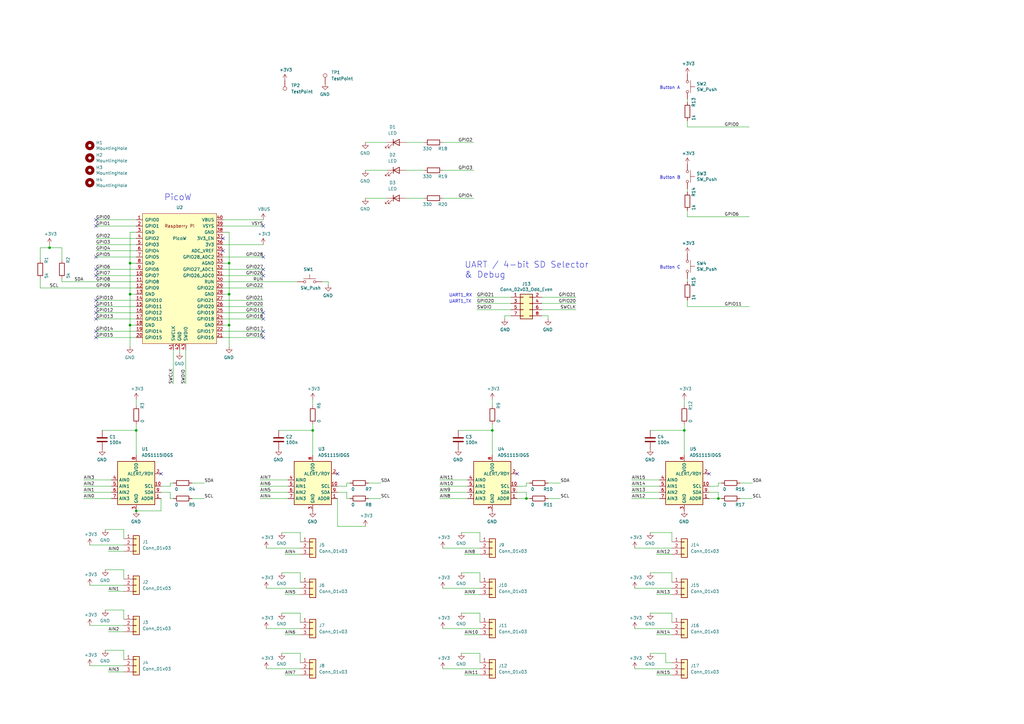
<source format=kicad_sch>
(kicad_sch (version 20230121) (generator eeschema)

  (uuid 7e7c068a-a341-4358-ab45-53bb7a793d6f)

  (paper "A3")

  (title_block
    (title "Analog Sensor Board for Pico W")
    (date "2024-02-10")
    (rev "REV1")
    (company "Andreas Andersson")
  )

  (lib_symbols
    (symbol "Analog_ADC:ADS1115IDGS" (in_bom yes) (on_board yes)
      (property "Reference" "U" (at 2.54 13.97 0)
        (effects (font (size 1.27 1.27)))
      )
      (property "Value" "ADS1115IDGS" (at 7.62 11.43 0)
        (effects (font (size 1.27 1.27)))
      )
      (property "Footprint" "Package_SO:TSSOP-10_3x3mm_P0.5mm" (at 0 -12.7 0)
        (effects (font (size 1.27 1.27)) hide)
      )
      (property "Datasheet" "http://www.ti.com/lit/ds/symlink/ads1113.pdf" (at -1.27 -22.86 0)
        (effects (font (size 1.27 1.27)) hide)
      )
      (property "ki_keywords" "16 bit 4 channel I2C ADC" (at 0 0 0)
        (effects (font (size 1.27 1.27)) hide)
      )
      (property "ki_description" "Ultra-Small, Low-Power, I2C-Compatible, 860-SPS, 16-Bit ADCs With Internal Reference, Oscillator, and Programmable Comparator, VSSOP-10" (at 0 0 0)
        (effects (font (size 1.27 1.27)) hide)
      )
      (property "ki_fp_filters" "TSSOP*3x3mm*P0.5mm*" (at 0 0 0)
        (effects (font (size 1.27 1.27)) hide)
      )
      (symbol "ADS1115IDGS_0_1"
        (rectangle (start -7.62 10.16) (end 7.62 -7.62)
          (stroke (width 0.254) (type default))
          (fill (type background))
        )
      )
      (symbol "ADS1115IDGS_1_1"
        (pin input line (at 10.16 -5.08 180) (length 2.54)
          (name "ADDR" (effects (font (size 1.27 1.27))))
          (number "1" (effects (font (size 1.27 1.27))))
        )
        (pin input line (at 10.16 0 180) (length 2.54)
          (name "SCL" (effects (font (size 1.27 1.27))))
          (number "10" (effects (font (size 1.27 1.27))))
        )
        (pin output line (at 10.16 5.08 180) (length 2.54)
          (name "ALERT/RDY" (effects (font (size 1.27 1.27))))
          (number "2" (effects (font (size 1.27 1.27))))
        )
        (pin power_in line (at 0 -10.16 90) (length 2.54)
          (name "GND" (effects (font (size 1.27 1.27))))
          (number "3" (effects (font (size 1.27 1.27))))
        )
        (pin input line (at -10.16 2.54 0) (length 2.54)
          (name "AIN0" (effects (font (size 1.27 1.27))))
          (number "4" (effects (font (size 1.27 1.27))))
        )
        (pin input line (at -10.16 0 0) (length 2.54)
          (name "AIN1" (effects (font (size 1.27 1.27))))
          (number "5" (effects (font (size 1.27 1.27))))
        )
        (pin input line (at -10.16 -2.54 0) (length 2.54)
          (name "AIN2" (effects (font (size 1.27 1.27))))
          (number "6" (effects (font (size 1.27 1.27))))
        )
        (pin input line (at -10.16 -5.08 0) (length 2.54)
          (name "AIN3" (effects (font (size 1.27 1.27))))
          (number "7" (effects (font (size 1.27 1.27))))
        )
        (pin power_in line (at 0 12.7 270) (length 2.54)
          (name "VDD" (effects (font (size 1.27 1.27))))
          (number "8" (effects (font (size 1.27 1.27))))
        )
        (pin bidirectional line (at 10.16 -2.54 180) (length 2.54)
          (name "SDA" (effects (font (size 1.27 1.27))))
          (number "9" (effects (font (size 1.27 1.27))))
        )
      )
    )
    (symbol "Connector:TestPoint" (pin_numbers hide) (pin_names (offset 0.762) hide) (in_bom yes) (on_board yes)
      (property "Reference" "TP" (at 0 6.858 0)
        (effects (font (size 1.27 1.27)))
      )
      (property "Value" "TestPoint" (at 0 5.08 0)
        (effects (font (size 1.27 1.27)))
      )
      (property "Footprint" "" (at 5.08 0 0)
        (effects (font (size 1.27 1.27)) hide)
      )
      (property "Datasheet" "~" (at 5.08 0 0)
        (effects (font (size 1.27 1.27)) hide)
      )
      (property "ki_keywords" "test point tp" (at 0 0 0)
        (effects (font (size 1.27 1.27)) hide)
      )
      (property "ki_description" "test point" (at 0 0 0)
        (effects (font (size 1.27 1.27)) hide)
      )
      (property "ki_fp_filters" "Pin* Test*" (at 0 0 0)
        (effects (font (size 1.27 1.27)) hide)
      )
      (symbol "TestPoint_0_1"
        (circle (center 0 3.302) (radius 0.762)
          (stroke (width 0) (type default))
          (fill (type none))
        )
      )
      (symbol "TestPoint_1_1"
        (pin passive line (at 0 0 90) (length 2.54)
          (name "1" (effects (font (size 1.27 1.27))))
          (number "1" (effects (font (size 1.27 1.27))))
        )
      )
    )
    (symbol "Connector_Generic:Conn_01x03" (pin_names (offset 1.016) hide) (in_bom yes) (on_board yes)
      (property "Reference" "J" (at 0 5.08 0)
        (effects (font (size 1.27 1.27)))
      )
      (property "Value" "Conn_01x03" (at 0 -5.08 0)
        (effects (font (size 1.27 1.27)))
      )
      (property "Footprint" "" (at 0 0 0)
        (effects (font (size 1.27 1.27)) hide)
      )
      (property "Datasheet" "~" (at 0 0 0)
        (effects (font (size 1.27 1.27)) hide)
      )
      (property "ki_keywords" "connector" (at 0 0 0)
        (effects (font (size 1.27 1.27)) hide)
      )
      (property "ki_description" "Generic connector, single row, 01x03, script generated (kicad-library-utils/schlib/autogen/connector/)" (at 0 0 0)
        (effects (font (size 1.27 1.27)) hide)
      )
      (property "ki_fp_filters" "Connector*:*_1x??_*" (at 0 0 0)
        (effects (font (size 1.27 1.27)) hide)
      )
      (symbol "Conn_01x03_1_1"
        (rectangle (start -1.27 -2.413) (end 0 -2.667)
          (stroke (width 0.1524) (type default))
          (fill (type none))
        )
        (rectangle (start -1.27 0.127) (end 0 -0.127)
          (stroke (width 0.1524) (type default))
          (fill (type none))
        )
        (rectangle (start -1.27 2.667) (end 0 2.413)
          (stroke (width 0.1524) (type default))
          (fill (type none))
        )
        (rectangle (start -1.27 3.81) (end 1.27 -3.81)
          (stroke (width 0.254) (type default))
          (fill (type background))
        )
        (pin passive line (at -5.08 2.54 0) (length 3.81)
          (name "Pin_1" (effects (font (size 1.27 1.27))))
          (number "1" (effects (font (size 1.27 1.27))))
        )
        (pin passive line (at -5.08 0 0) (length 3.81)
          (name "Pin_2" (effects (font (size 1.27 1.27))))
          (number "2" (effects (font (size 1.27 1.27))))
        )
        (pin passive line (at -5.08 -2.54 0) (length 3.81)
          (name "Pin_3" (effects (font (size 1.27 1.27))))
          (number "3" (effects (font (size 1.27 1.27))))
        )
      )
    )
    (symbol "Connector_Generic:Conn_02x04_Odd_Even" (pin_names (offset 1.016) hide) (in_bom yes) (on_board yes)
      (property "Reference" "J" (at 1.27 5.08 0)
        (effects (font (size 1.27 1.27)))
      )
      (property "Value" "Conn_02x04_Odd_Even" (at 1.27 -7.62 0)
        (effects (font (size 1.27 1.27)))
      )
      (property "Footprint" "" (at 0 0 0)
        (effects (font (size 1.27 1.27)) hide)
      )
      (property "Datasheet" "~" (at 0 0 0)
        (effects (font (size 1.27 1.27)) hide)
      )
      (property "ki_keywords" "connector" (at 0 0 0)
        (effects (font (size 1.27 1.27)) hide)
      )
      (property "ki_description" "Generic connector, double row, 02x04, odd/even pin numbering scheme (row 1 odd numbers, row 2 even numbers), script generated (kicad-library-utils/schlib/autogen/connector/)" (at 0 0 0)
        (effects (font (size 1.27 1.27)) hide)
      )
      (property "ki_fp_filters" "Connector*:*_2x??_*" (at 0 0 0)
        (effects (font (size 1.27 1.27)) hide)
      )
      (symbol "Conn_02x04_Odd_Even_1_1"
        (rectangle (start -1.27 -4.953) (end 0 -5.207)
          (stroke (width 0.1524) (type default))
          (fill (type none))
        )
        (rectangle (start -1.27 -2.413) (end 0 -2.667)
          (stroke (width 0.1524) (type default))
          (fill (type none))
        )
        (rectangle (start -1.27 0.127) (end 0 -0.127)
          (stroke (width 0.1524) (type default))
          (fill (type none))
        )
        (rectangle (start -1.27 2.667) (end 0 2.413)
          (stroke (width 0.1524) (type default))
          (fill (type none))
        )
        (rectangle (start -1.27 3.81) (end 3.81 -6.35)
          (stroke (width 0.254) (type default))
          (fill (type background))
        )
        (rectangle (start 3.81 -4.953) (end 2.54 -5.207)
          (stroke (width 0.1524) (type default))
          (fill (type none))
        )
        (rectangle (start 3.81 -2.413) (end 2.54 -2.667)
          (stroke (width 0.1524) (type default))
          (fill (type none))
        )
        (rectangle (start 3.81 0.127) (end 2.54 -0.127)
          (stroke (width 0.1524) (type default))
          (fill (type none))
        )
        (rectangle (start 3.81 2.667) (end 2.54 2.413)
          (stroke (width 0.1524) (type default))
          (fill (type none))
        )
        (pin passive line (at -5.08 2.54 0) (length 3.81)
          (name "Pin_1" (effects (font (size 1.27 1.27))))
          (number "1" (effects (font (size 1.27 1.27))))
        )
        (pin passive line (at 7.62 2.54 180) (length 3.81)
          (name "Pin_2" (effects (font (size 1.27 1.27))))
          (number "2" (effects (font (size 1.27 1.27))))
        )
        (pin passive line (at -5.08 0 0) (length 3.81)
          (name "Pin_3" (effects (font (size 1.27 1.27))))
          (number "3" (effects (font (size 1.27 1.27))))
        )
        (pin passive line (at 7.62 0 180) (length 3.81)
          (name "Pin_4" (effects (font (size 1.27 1.27))))
          (number "4" (effects (font (size 1.27 1.27))))
        )
        (pin passive line (at -5.08 -2.54 0) (length 3.81)
          (name "Pin_5" (effects (font (size 1.27 1.27))))
          (number "5" (effects (font (size 1.27 1.27))))
        )
        (pin passive line (at 7.62 -2.54 180) (length 3.81)
          (name "Pin_6" (effects (font (size 1.27 1.27))))
          (number "6" (effects (font (size 1.27 1.27))))
        )
        (pin passive line (at -5.08 -5.08 0) (length 3.81)
          (name "Pin_7" (effects (font (size 1.27 1.27))))
          (number "7" (effects (font (size 1.27 1.27))))
        )
        (pin passive line (at 7.62 -5.08 180) (length 3.81)
          (name "Pin_8" (effects (font (size 1.27 1.27))))
          (number "8" (effects (font (size 1.27 1.27))))
        )
      )
    )
    (symbol "Device:C" (pin_numbers hide) (pin_names (offset 0.254)) (in_bom yes) (on_board yes)
      (property "Reference" "C" (at 0.635 2.54 0)
        (effects (font (size 1.27 1.27)) (justify left))
      )
      (property "Value" "C" (at 0.635 -2.54 0)
        (effects (font (size 1.27 1.27)) (justify left))
      )
      (property "Footprint" "" (at 0.9652 -3.81 0)
        (effects (font (size 1.27 1.27)) hide)
      )
      (property "Datasheet" "~" (at 0 0 0)
        (effects (font (size 1.27 1.27)) hide)
      )
      (property "ki_keywords" "cap capacitor" (at 0 0 0)
        (effects (font (size 1.27 1.27)) hide)
      )
      (property "ki_description" "Unpolarized capacitor" (at 0 0 0)
        (effects (font (size 1.27 1.27)) hide)
      )
      (property "ki_fp_filters" "C_*" (at 0 0 0)
        (effects (font (size 1.27 1.27)) hide)
      )
      (symbol "C_0_1"
        (polyline
          (pts
            (xy -2.032 -0.762)
            (xy 2.032 -0.762)
          )
          (stroke (width 0.508) (type default))
          (fill (type none))
        )
        (polyline
          (pts
            (xy -2.032 0.762)
            (xy 2.032 0.762)
          )
          (stroke (width 0.508) (type default))
          (fill (type none))
        )
      )
      (symbol "C_1_1"
        (pin passive line (at 0 3.81 270) (length 2.794)
          (name "~" (effects (font (size 1.27 1.27))))
          (number "1" (effects (font (size 1.27 1.27))))
        )
        (pin passive line (at 0 -3.81 90) (length 2.794)
          (name "~" (effects (font (size 1.27 1.27))))
          (number "2" (effects (font (size 1.27 1.27))))
        )
      )
    )
    (symbol "Device:LED" (pin_numbers hide) (pin_names (offset 1.016) hide) (in_bom yes) (on_board yes)
      (property "Reference" "D" (at 0 2.54 0)
        (effects (font (size 1.27 1.27)))
      )
      (property "Value" "LED" (at 0 -2.54 0)
        (effects (font (size 1.27 1.27)))
      )
      (property "Footprint" "" (at 0 0 0)
        (effects (font (size 1.27 1.27)) hide)
      )
      (property "Datasheet" "~" (at 0 0 0)
        (effects (font (size 1.27 1.27)) hide)
      )
      (property "ki_keywords" "LED diode" (at 0 0 0)
        (effects (font (size 1.27 1.27)) hide)
      )
      (property "ki_description" "Light emitting diode" (at 0 0 0)
        (effects (font (size 1.27 1.27)) hide)
      )
      (property "ki_fp_filters" "LED* LED_SMD:* LED_THT:*" (at 0 0 0)
        (effects (font (size 1.27 1.27)) hide)
      )
      (symbol "LED_0_1"
        (polyline
          (pts
            (xy -1.27 -1.27)
            (xy -1.27 1.27)
          )
          (stroke (width 0.254) (type default))
          (fill (type none))
        )
        (polyline
          (pts
            (xy -1.27 0)
            (xy 1.27 0)
          )
          (stroke (width 0) (type default))
          (fill (type none))
        )
        (polyline
          (pts
            (xy 1.27 -1.27)
            (xy 1.27 1.27)
            (xy -1.27 0)
            (xy 1.27 -1.27)
          )
          (stroke (width 0.254) (type default))
          (fill (type none))
        )
        (polyline
          (pts
            (xy -3.048 -0.762)
            (xy -4.572 -2.286)
            (xy -3.81 -2.286)
            (xy -4.572 -2.286)
            (xy -4.572 -1.524)
          )
          (stroke (width 0) (type default))
          (fill (type none))
        )
        (polyline
          (pts
            (xy -1.778 -0.762)
            (xy -3.302 -2.286)
            (xy -2.54 -2.286)
            (xy -3.302 -2.286)
            (xy -3.302 -1.524)
          )
          (stroke (width 0) (type default))
          (fill (type none))
        )
      )
      (symbol "LED_1_1"
        (pin passive line (at -3.81 0 0) (length 2.54)
          (name "K" (effects (font (size 1.27 1.27))))
          (number "1" (effects (font (size 1.27 1.27))))
        )
        (pin passive line (at 3.81 0 180) (length 2.54)
          (name "A" (effects (font (size 1.27 1.27))))
          (number "2" (effects (font (size 1.27 1.27))))
        )
      )
    )
    (symbol "Device:R" (pin_numbers hide) (pin_names (offset 0)) (in_bom yes) (on_board yes)
      (property "Reference" "R" (at 2.032 0 90)
        (effects (font (size 1.27 1.27)))
      )
      (property "Value" "R" (at 0 0 90)
        (effects (font (size 1.27 1.27)))
      )
      (property "Footprint" "" (at -1.778 0 90)
        (effects (font (size 1.27 1.27)) hide)
      )
      (property "Datasheet" "~" (at 0 0 0)
        (effects (font (size 1.27 1.27)) hide)
      )
      (property "ki_keywords" "R res resistor" (at 0 0 0)
        (effects (font (size 1.27 1.27)) hide)
      )
      (property "ki_description" "Resistor" (at 0 0 0)
        (effects (font (size 1.27 1.27)) hide)
      )
      (property "ki_fp_filters" "R_*" (at 0 0 0)
        (effects (font (size 1.27 1.27)) hide)
      )
      (symbol "R_0_1"
        (rectangle (start -1.016 -2.54) (end 1.016 2.54)
          (stroke (width 0.254) (type default))
          (fill (type none))
        )
      )
      (symbol "R_1_1"
        (pin passive line (at 0 3.81 270) (length 1.27)
          (name "~" (effects (font (size 1.27 1.27))))
          (number "1" (effects (font (size 1.27 1.27))))
        )
        (pin passive line (at 0 -3.81 90) (length 1.27)
          (name "~" (effects (font (size 1.27 1.27))))
          (number "2" (effects (font (size 1.27 1.27))))
        )
      )
    )
    (symbol "Mechanical:MountingHole" (pin_names (offset 1.016)) (in_bom yes) (on_board yes)
      (property "Reference" "H" (at 0 5.08 0)
        (effects (font (size 1.27 1.27)))
      )
      (property "Value" "MountingHole" (at 0 3.175 0)
        (effects (font (size 1.27 1.27)))
      )
      (property "Footprint" "" (at 0 0 0)
        (effects (font (size 1.27 1.27)) hide)
      )
      (property "Datasheet" "~" (at 0 0 0)
        (effects (font (size 1.27 1.27)) hide)
      )
      (property "ki_keywords" "mounting hole" (at 0 0 0)
        (effects (font (size 1.27 1.27)) hide)
      )
      (property "ki_description" "Mounting Hole without connection" (at 0 0 0)
        (effects (font (size 1.27 1.27)) hide)
      )
      (property "ki_fp_filters" "MountingHole*" (at 0 0 0)
        (effects (font (size 1.27 1.27)) hide)
      )
      (symbol "MountingHole_0_1"
        (circle (center 0 0) (radius 1.27)
          (stroke (width 1.27) (type default))
          (fill (type none))
        )
      )
    )
    (symbol "RPi_Pico:PicoW" (pin_names (offset 1.016)) (in_bom yes) (on_board yes)
      (property "Reference" "U" (at -13.97 27.94 0)
        (effects (font (size 1.27 1.27)))
      )
      (property "Value" "PicoW" (at 0 19.05 0)
        (effects (font (size 1.27 1.27)))
      )
      (property "Footprint" "RPi_PicoW:RPi_Pico_SMD_TH" (at 0 0 90)
        (effects (font (size 1.27 1.27)) hide)
      )
      (property "Datasheet" "" (at 0 0 0)
        (effects (font (size 1.27 1.27)) hide)
      )
      (symbol "PicoW_0_0"
        (text "Raspberry Pi" (at 0 21.59 0)
          (effects (font (size 1.27 1.27)))
        )
      )
      (symbol "PicoW_0_1"
        (rectangle (start -15.24 26.67) (end 15.24 -26.67)
          (stroke (width 0) (type default))
          (fill (type background))
        )
      )
      (symbol "PicoW_1_1"
        (pin bidirectional line (at -17.78 24.13 0) (length 2.54)
          (name "GPIO0" (effects (font (size 1.27 1.27))))
          (number "1" (effects (font (size 1.27 1.27))))
        )
        (pin bidirectional line (at -17.78 1.27 0) (length 2.54)
          (name "GPIO7" (effects (font (size 1.27 1.27))))
          (number "10" (effects (font (size 1.27 1.27))))
        )
        (pin bidirectional line (at -17.78 -1.27 0) (length 2.54)
          (name "GPIO8" (effects (font (size 1.27 1.27))))
          (number "11" (effects (font (size 1.27 1.27))))
        )
        (pin bidirectional line (at -17.78 -3.81 0) (length 2.54)
          (name "GPIO9" (effects (font (size 1.27 1.27))))
          (number "12" (effects (font (size 1.27 1.27))))
        )
        (pin power_in line (at -17.78 -6.35 0) (length 2.54)
          (name "GND" (effects (font (size 1.27 1.27))))
          (number "13" (effects (font (size 1.27 1.27))))
        )
        (pin bidirectional line (at -17.78 -8.89 0) (length 2.54)
          (name "GPIO10" (effects (font (size 1.27 1.27))))
          (number "14" (effects (font (size 1.27 1.27))))
        )
        (pin bidirectional line (at -17.78 -11.43 0) (length 2.54)
          (name "GPIO11" (effects (font (size 1.27 1.27))))
          (number "15" (effects (font (size 1.27 1.27))))
        )
        (pin bidirectional line (at -17.78 -13.97 0) (length 2.54)
          (name "GPIO12" (effects (font (size 1.27 1.27))))
          (number "16" (effects (font (size 1.27 1.27))))
        )
        (pin bidirectional line (at -17.78 -16.51 0) (length 2.54)
          (name "GPIO13" (effects (font (size 1.27 1.27))))
          (number "17" (effects (font (size 1.27 1.27))))
        )
        (pin power_in line (at -17.78 -19.05 0) (length 2.54)
          (name "GND" (effects (font (size 1.27 1.27))))
          (number "18" (effects (font (size 1.27 1.27))))
        )
        (pin bidirectional line (at -17.78 -21.59 0) (length 2.54)
          (name "GPIO14" (effects (font (size 1.27 1.27))))
          (number "19" (effects (font (size 1.27 1.27))))
        )
        (pin bidirectional line (at -17.78 21.59 0) (length 2.54)
          (name "GPIO1" (effects (font (size 1.27 1.27))))
          (number "2" (effects (font (size 1.27 1.27))))
        )
        (pin bidirectional line (at -17.78 -24.13 0) (length 2.54)
          (name "GPIO15" (effects (font (size 1.27 1.27))))
          (number "20" (effects (font (size 1.27 1.27))))
        )
        (pin bidirectional line (at 17.78 -24.13 180) (length 2.54)
          (name "GPIO16" (effects (font (size 1.27 1.27))))
          (number "21" (effects (font (size 1.27 1.27))))
        )
        (pin bidirectional line (at 17.78 -21.59 180) (length 2.54)
          (name "GPIO17" (effects (font (size 1.27 1.27))))
          (number "22" (effects (font (size 1.27 1.27))))
        )
        (pin power_in line (at 17.78 -19.05 180) (length 2.54)
          (name "GND" (effects (font (size 1.27 1.27))))
          (number "23" (effects (font (size 1.27 1.27))))
        )
        (pin bidirectional line (at 17.78 -16.51 180) (length 2.54)
          (name "GPIO18" (effects (font (size 1.27 1.27))))
          (number "24" (effects (font (size 1.27 1.27))))
        )
        (pin bidirectional line (at 17.78 -13.97 180) (length 2.54)
          (name "GPIO19" (effects (font (size 1.27 1.27))))
          (number "25" (effects (font (size 1.27 1.27))))
        )
        (pin bidirectional line (at 17.78 -11.43 180) (length 2.54)
          (name "GPIO20" (effects (font (size 1.27 1.27))))
          (number "26" (effects (font (size 1.27 1.27))))
        )
        (pin bidirectional line (at 17.78 -8.89 180) (length 2.54)
          (name "GPIO21" (effects (font (size 1.27 1.27))))
          (number "27" (effects (font (size 1.27 1.27))))
        )
        (pin power_in line (at 17.78 -6.35 180) (length 2.54)
          (name "GND" (effects (font (size 1.27 1.27))))
          (number "28" (effects (font (size 1.27 1.27))))
        )
        (pin bidirectional line (at 17.78 -3.81 180) (length 2.54)
          (name "GPIO22" (effects (font (size 1.27 1.27))))
          (number "29" (effects (font (size 1.27 1.27))))
        )
        (pin power_in line (at -17.78 19.05 0) (length 2.54)
          (name "GND" (effects (font (size 1.27 1.27))))
          (number "3" (effects (font (size 1.27 1.27))))
        )
        (pin input line (at 17.78 -1.27 180) (length 2.54)
          (name "RUN" (effects (font (size 1.27 1.27))))
          (number "30" (effects (font (size 1.27 1.27))))
        )
        (pin bidirectional line (at 17.78 1.27 180) (length 2.54)
          (name "GPIO26_ADC0" (effects (font (size 1.27 1.27))))
          (number "31" (effects (font (size 1.27 1.27))))
        )
        (pin bidirectional line (at 17.78 3.81 180) (length 2.54)
          (name "GPIO27_ADC1" (effects (font (size 1.27 1.27))))
          (number "32" (effects (font (size 1.27 1.27))))
        )
        (pin power_in line (at 17.78 6.35 180) (length 2.54)
          (name "AGND" (effects (font (size 1.27 1.27))))
          (number "33" (effects (font (size 1.27 1.27))))
        )
        (pin bidirectional line (at 17.78 8.89 180) (length 2.54)
          (name "GPIO28_ADC2" (effects (font (size 1.27 1.27))))
          (number "34" (effects (font (size 1.27 1.27))))
        )
        (pin unspecified line (at 17.78 11.43 180) (length 2.54)
          (name "ADC_VREF" (effects (font (size 1.27 1.27))))
          (number "35" (effects (font (size 1.27 1.27))))
        )
        (pin unspecified line (at 17.78 13.97 180) (length 2.54)
          (name "3V3" (effects (font (size 1.27 1.27))))
          (number "36" (effects (font (size 1.27 1.27))))
        )
        (pin input line (at 17.78 16.51 180) (length 2.54)
          (name "3V3_EN" (effects (font (size 1.27 1.27))))
          (number "37" (effects (font (size 1.27 1.27))))
        )
        (pin bidirectional line (at 17.78 19.05 180) (length 2.54)
          (name "GND" (effects (font (size 1.27 1.27))))
          (number "38" (effects (font (size 1.27 1.27))))
        )
        (pin unspecified line (at 17.78 21.59 180) (length 2.54)
          (name "VSYS" (effects (font (size 1.27 1.27))))
          (number "39" (effects (font (size 1.27 1.27))))
        )
        (pin bidirectional line (at -17.78 16.51 0) (length 2.54)
          (name "GPIO2" (effects (font (size 1.27 1.27))))
          (number "4" (effects (font (size 1.27 1.27))))
        )
        (pin unspecified line (at 17.78 24.13 180) (length 2.54)
          (name "VBUS" (effects (font (size 1.27 1.27))))
          (number "40" (effects (font (size 1.27 1.27))))
        )
        (pin input line (at -2.54 -29.21 90) (length 2.54)
          (name "SWCLK" (effects (font (size 1.27 1.27))))
          (number "41" (effects (font (size 1.27 1.27))))
        )
        (pin power_in line (at 0 -29.21 90) (length 2.54)
          (name "GND" (effects (font (size 1.27 1.27))))
          (number "42" (effects (font (size 1.27 1.27))))
        )
        (pin bidirectional line (at 2.54 -29.21 90) (length 2.54)
          (name "SWDIO" (effects (font (size 1.27 1.27))))
          (number "43" (effects (font (size 1.27 1.27))))
        )
        (pin bidirectional line (at -17.78 13.97 0) (length 2.54)
          (name "GPIO3" (effects (font (size 1.27 1.27))))
          (number "5" (effects (font (size 1.27 1.27))))
        )
        (pin bidirectional line (at -17.78 11.43 0) (length 2.54)
          (name "GPIO4" (effects (font (size 1.27 1.27))))
          (number "6" (effects (font (size 1.27 1.27))))
        )
        (pin bidirectional line (at -17.78 8.89 0) (length 2.54)
          (name "GPIO5" (effects (font (size 1.27 1.27))))
          (number "7" (effects (font (size 1.27 1.27))))
        )
        (pin power_in line (at -17.78 6.35 0) (length 2.54)
          (name "GND" (effects (font (size 1.27 1.27))))
          (number "8" (effects (font (size 1.27 1.27))))
        )
        (pin bidirectional line (at -17.78 3.81 0) (length 2.54)
          (name "GPIO6" (effects (font (size 1.27 1.27))))
          (number "9" (effects (font (size 1.27 1.27))))
        )
      )
    )
    (symbol "Switch:SW_Push" (pin_numbers hide) (pin_names (offset 1.016) hide) (in_bom yes) (on_board yes)
      (property "Reference" "SW" (at 1.27 2.54 0)
        (effects (font (size 1.27 1.27)) (justify left))
      )
      (property "Value" "SW_Push" (at 0 -1.524 0)
        (effects (font (size 1.27 1.27)))
      )
      (property "Footprint" "" (at 0 5.08 0)
        (effects (font (size 1.27 1.27)) hide)
      )
      (property "Datasheet" "~" (at 0 5.08 0)
        (effects (font (size 1.27 1.27)) hide)
      )
      (property "ki_keywords" "switch normally-open pushbutton push-button" (at 0 0 0)
        (effects (font (size 1.27 1.27)) hide)
      )
      (property "ki_description" "Push button switch, generic, two pins" (at 0 0 0)
        (effects (font (size 1.27 1.27)) hide)
      )
      (symbol "SW_Push_0_1"
        (circle (center -2.032 0) (radius 0.508)
          (stroke (width 0) (type default))
          (fill (type none))
        )
        (polyline
          (pts
            (xy 0 1.27)
            (xy 0 3.048)
          )
          (stroke (width 0) (type default))
          (fill (type none))
        )
        (polyline
          (pts
            (xy 2.54 1.27)
            (xy -2.54 1.27)
          )
          (stroke (width 0) (type default))
          (fill (type none))
        )
        (circle (center 2.032 0) (radius 0.508)
          (stroke (width 0) (type default))
          (fill (type none))
        )
        (pin passive line (at -5.08 0 0) (length 2.54)
          (name "1" (effects (font (size 1.27 1.27))))
          (number "1" (effects (font (size 1.27 1.27))))
        )
        (pin passive line (at 5.08 0 180) (length 2.54)
          (name "2" (effects (font (size 1.27 1.27))))
          (number "2" (effects (font (size 1.27 1.27))))
        )
      )
    )
    (symbol "power:+3.3V" (power) (pin_names (offset 0)) (in_bom yes) (on_board yes)
      (property "Reference" "#PWR" (at 0 -3.81 0)
        (effects (font (size 1.27 1.27)) hide)
      )
      (property "Value" "+3.3V" (at 0 3.556 0)
        (effects (font (size 1.27 1.27)))
      )
      (property "Footprint" "" (at 0 0 0)
        (effects (font (size 1.27 1.27)) hide)
      )
      (property "Datasheet" "" (at 0 0 0)
        (effects (font (size 1.27 1.27)) hide)
      )
      (property "ki_keywords" "power-flag" (at 0 0 0)
        (effects (font (size 1.27 1.27)) hide)
      )
      (property "ki_description" "Power symbol creates a global label with name \"+3.3V\"" (at 0 0 0)
        (effects (font (size 1.27 1.27)) hide)
      )
      (symbol "+3.3V_0_1"
        (polyline
          (pts
            (xy -0.762 1.27)
            (xy 0 2.54)
          )
          (stroke (width 0) (type default))
          (fill (type none))
        )
        (polyline
          (pts
            (xy 0 0)
            (xy 0 2.54)
          )
          (stroke (width 0) (type default))
          (fill (type none))
        )
        (polyline
          (pts
            (xy 0 2.54)
            (xy 0.762 1.27)
          )
          (stroke (width 0) (type default))
          (fill (type none))
        )
      )
      (symbol "+3.3V_1_1"
        (pin power_in line (at 0 0 90) (length 0) hide
          (name "+3V3" (effects (font (size 1.27 1.27))))
          (number "1" (effects (font (size 1.27 1.27))))
        )
      )
    )
    (symbol "power:GND" (power) (pin_names (offset 0)) (in_bom yes) (on_board yes)
      (property "Reference" "#PWR" (at 0 -6.35 0)
        (effects (font (size 1.27 1.27)) hide)
      )
      (property "Value" "GND" (at 0 -3.81 0)
        (effects (font (size 1.27 1.27)))
      )
      (property "Footprint" "" (at 0 0 0)
        (effects (font (size 1.27 1.27)) hide)
      )
      (property "Datasheet" "" (at 0 0 0)
        (effects (font (size 1.27 1.27)) hide)
      )
      (property "ki_keywords" "power-flag" (at 0 0 0)
        (effects (font (size 1.27 1.27)) hide)
      )
      (property "ki_description" "Power symbol creates a global label with name \"GND\" , ground" (at 0 0 0)
        (effects (font (size 1.27 1.27)) hide)
      )
      (symbol "GND_0_1"
        (polyline
          (pts
            (xy 0 0)
            (xy 0 -1.27)
            (xy 1.27 -1.27)
            (xy 0 -2.54)
            (xy -1.27 -1.27)
            (xy 0 -1.27)
          )
          (stroke (width 0) (type default))
          (fill (type none))
        )
      )
      (symbol "GND_1_1"
        (pin power_in line (at 0 0 270) (length 0) hide
          (name "GND" (effects (font (size 1.27 1.27))))
          (number "1" (effects (font (size 1.27 1.27))))
        )
      )
    )
    (symbol "power:VBUS" (power) (pin_names (offset 0)) (in_bom yes) (on_board yes)
      (property "Reference" "#PWR" (at 0 -3.81 0)
        (effects (font (size 1.27 1.27)) hide)
      )
      (property "Value" "VBUS" (at 0 3.81 0)
        (effects (font (size 1.27 1.27)))
      )
      (property "Footprint" "" (at 0 0 0)
        (effects (font (size 1.27 1.27)) hide)
      )
      (property "Datasheet" "" (at 0 0 0)
        (effects (font (size 1.27 1.27)) hide)
      )
      (property "ki_keywords" "power-flag" (at 0 0 0)
        (effects (font (size 1.27 1.27)) hide)
      )
      (property "ki_description" "Power symbol creates a global label with name \"VBUS\"" (at 0 0 0)
        (effects (font (size 1.27 1.27)) hide)
      )
      (symbol "VBUS_0_1"
        (polyline
          (pts
            (xy -0.762 1.27)
            (xy 0 2.54)
          )
          (stroke (width 0) (type default))
          (fill (type none))
        )
        (polyline
          (pts
            (xy 0 0)
            (xy 0 2.54)
          )
          (stroke (width 0) (type default))
          (fill (type none))
        )
        (polyline
          (pts
            (xy 0 2.54)
            (xy 0.762 1.27)
          )
          (stroke (width 0) (type default))
          (fill (type none))
        )
      )
      (symbol "VBUS_1_1"
        (pin power_in line (at 0 0 90) (length 0) hide
          (name "VBUS" (effects (font (size 1.27 1.27))))
          (number "1" (effects (font (size 1.27 1.27))))
        )
      )
    )
  )

  (junction (at 93.98 120.65) (diameter 0) (color 0 0 0 0)
    (uuid 01e8ca1c-6d2c-4d3d-bb80-5b843af373df)
  )
  (junction (at 201.93 176.53) (diameter 0) (color 0 0 0 0)
    (uuid 0d347049-9796-47b6-abfc-e1557a126daa)
  )
  (junction (at 128.27 176.53) (diameter 0) (color 0 0 0 0)
    (uuid 14e99328-33e9-4e40-9dae-5c65978b861b)
  )
  (junction (at 53.34 133.35) (diameter 0) (color 0 0 0 0)
    (uuid 1a1acec5-bcb1-40dd-a03c-2c2fe70d3e15)
  )
  (junction (at 55.88 209.55) (diameter 0) (color 0 0 0 0)
    (uuid 1b554007-ccea-468e-a409-4cbcc3b30fc2)
  )
  (junction (at 93.98 133.35) (diameter 0) (color 0 0 0 0)
    (uuid 48736f21-60aa-4659-9045-207f1a06861b)
  )
  (junction (at 20.32 101.6) (diameter 0) (color 0 0 0 0)
    (uuid 68c78da9-89b1-4c00-93a9-1f2fd2ad4453)
  )
  (junction (at 53.34 120.65) (diameter 0) (color 0 0 0 0)
    (uuid 7aef263e-8f79-4d82-8858-7808883e8335)
  )
  (junction (at 280.67 176.53) (diameter 0) (color 0 0 0 0)
    (uuid 8a2ad4f6-a22b-4ffe-a523-da0409fe027a)
  )
  (junction (at 93.98 107.95) (diameter 0) (color 0 0 0 0)
    (uuid a0bae46d-c2bf-4a9b-aff2-bccafc1f1593)
  )
  (junction (at 294.64 204.47) (diameter 0) (color 0 0 0 0)
    (uuid a2b94fe5-338f-4cd2-8f0f-e11e9fb59697)
  )
  (junction (at 215.9 204.47) (diameter 0) (color 0 0 0 0)
    (uuid ae0046e0-ebad-4f33-bcc7-b6b90ad124e7)
  )
  (junction (at 55.88 176.53) (diameter 0) (color 0 0 0 0)
    (uuid d4674c9d-04b1-4bb9-a262-422a8b6092cc)
  )
  (junction (at 53.34 107.95) (diameter 0) (color 0 0 0 0)
    (uuid dab2ba8b-3efc-4a82-a3d7-9b6dcd164ab7)
  )

  (no_connect (at 107.95 105.41) (uuid 0016062d-a042-4c33-8832-0f38e58fd624))
  (no_connect (at 39.37 105.41) (uuid 0cc389af-9160-4630-9b89-8f809111d20c))
  (no_connect (at 212.09 194.31) (uuid 11295256-9998-4060-a48f-6726e1b04a10))
  (no_connect (at 107.95 130.81) (uuid 13dbad40-f325-4163-acc8-489f34e6d1c1))
  (no_connect (at 39.37 125.73) (uuid 177c865c-b7ab-44df-8525-73a36494c1a4))
  (no_connect (at 91.44 102.87) (uuid 1a4b7aa9-5905-4233-bfbc-bc7b9345184c))
  (no_connect (at 107.95 128.27) (uuid 28dba8db-2bb1-49e3-970d-1e526a09a868))
  (no_connect (at 39.37 110.49) (uuid 32637a6a-31a8-4cda-b69b-0ac7532af8dc))
  (no_connect (at 290.83 194.31) (uuid 36b86510-6b01-4714-a733-287a96634347))
  (no_connect (at 107.95 113.03) (uuid 3cd70c30-004a-499c-a898-adf3fc3d802e))
  (no_connect (at 107.95 135.89) (uuid 3d531829-6c41-4ad6-8a50-9dc989339a7a))
  (no_connect (at 39.37 128.27) (uuid 48d192b0-f66d-447f-a045-c169ffa5fc91))
  (no_connect (at 39.37 92.71) (uuid 4a4e65af-bec7-4926-9b57-72f30ba475f9))
  (no_connect (at 91.44 97.79) (uuid 53402558-2490-4e88-b25b-815849e914df))
  (no_connect (at 107.95 92.71) (uuid 76f92b80-61e0-4b7a-ae56-31a33d90819d))
  (no_connect (at 39.37 113.03) (uuid 7bf485a4-5027-44cd-9ac3-0ed865b3ccb1))
  (no_connect (at 138.43 194.31) (uuid 86e80483-81f9-4fc6-82aa-a19fa36da23c))
  (no_connect (at 39.37 130.81) (uuid 9a284846-b098-4bb0-b7b6-2949bfbb6fa2))
  (no_connect (at 39.37 123.19) (uuid b01e2b71-3e76-4fd8-8d6b-79094cd6914e))
  (no_connect (at 39.37 90.17) (uuid c5004556-dbd7-4023-b661-beac26cb7986))
  (no_connect (at 66.04 194.31) (uuid c86fadb1-c478-407b-88e3-b0d8eb0452ee))
  (no_connect (at 107.95 110.49) (uuid cd9a9068-4b69-42d2-b3ae-b6336d6d440e))
  (no_connect (at 39.37 135.89) (uuid cfe1fdf0-9238-41d4-960a-ebb5d0fe13c0))
  (no_connect (at 39.37 138.43) (uuid e65a69ec-7bca-4865-98b4-882959c111e7))
  (no_connect (at 107.95 138.43) (uuid fad26973-6f98-4555-bbcb-32a381bec283))

  (wire (pts (xy 132.08 115.57) (xy 134.62 115.57))
    (stroke (width 0) (type default))
    (uuid 011c305b-e048-431a-96d6-c6d3b23e24e3)
  )
  (wire (pts (xy 280.67 176.53) (xy 280.67 186.69))
    (stroke (width 0) (type default))
    (uuid 01c5c542-3479-4827-9318-6f94842bd57c)
  )
  (wire (pts (xy 39.37 128.27) (xy 55.88 128.27))
    (stroke (width 0) (type default))
    (uuid 02bd40d0-ce73-4dae-926f-e88e2de5b919)
  )
  (wire (pts (xy 215.9 198.12) (xy 217.17 198.12))
    (stroke (width 0) (type default))
    (uuid 04395416-0b35-4851-9f43-e9775da06537)
  )
  (wire (pts (xy 116.84 243.84) (xy 123.19 243.84))
    (stroke (width 0) (type default))
    (uuid 048bda15-761a-4fa6-b1e5-c6543999de0b)
  )
  (wire (pts (xy 16.51 114.3) (xy 16.51 118.11))
    (stroke (width 0) (type default))
    (uuid 04a18fe2-e14a-465b-9f80-11785285b619)
  )
  (wire (pts (xy 303.53 204.47) (xy 308.61 204.47))
    (stroke (width 0) (type default))
    (uuid 066aecc9-3794-45a8-bcba-523e53c679bc)
  )
  (wire (pts (xy 190.5 276.86) (xy 196.85 276.86))
    (stroke (width 0) (type default))
    (uuid 070c71f4-1089-4403-8e26-1659eb9621e1)
  )
  (wire (pts (xy 281.94 114.3) (xy 281.94 115.57))
    (stroke (width 0) (type default))
    (uuid 078b3a61-65cd-4002-9839-1acbf20f199a)
  )
  (wire (pts (xy 39.37 130.81) (xy 55.88 130.81))
    (stroke (width 0) (type default))
    (uuid 086a6c7c-70a9-478c-9e19-215b5570e700)
  )
  (wire (pts (xy 294.64 198.12) (xy 295.91 198.12))
    (stroke (width 0) (type default))
    (uuid 09815328-b965-4a0f-a0d6-b4f45198ca95)
  )
  (wire (pts (xy 91.44 115.57) (xy 121.92 115.57))
    (stroke (width 0) (type default))
    (uuid 0b60661f-ebc0-4426-9940-37195c74bf52)
  )
  (wire (pts (xy 142.24 198.12) (xy 142.24 199.39))
    (stroke (width 0) (type default))
    (uuid 0c7f2948-005e-44b4-8efb-e0ba7df85e29)
  )
  (wire (pts (xy 173.99 58.42) (xy 166.37 58.42))
    (stroke (width 0) (type default))
    (uuid 109cc386-62d9-44a5-b0c9-ec7489f7efb6)
  )
  (wire (pts (xy 173.99 81.28) (xy 166.37 81.28))
    (stroke (width 0) (type default))
    (uuid 10c4bbf8-74a1-44da-92ca-5dc8531851f4)
  )
  (wire (pts (xy 69.85 204.47) (xy 71.12 204.47))
    (stroke (width 0) (type default))
    (uuid 11ac7972-2e60-4de5-9b5d-ec8c51789064)
  )
  (wire (pts (xy 273.05 267.97) (xy 273.05 271.78))
    (stroke (width 0) (type default))
    (uuid 142e0d87-e4b0-48ed-8898-2a6b6f8a21ef)
  )
  (wire (pts (xy 109.22 257.81) (xy 123.19 257.81))
    (stroke (width 0) (type default))
    (uuid 14656ba8-9c4c-44f7-8496-59f924624709)
  )
  (wire (pts (xy 123.19 234.95) (xy 115.57 234.95))
    (stroke (width 0) (type default))
    (uuid 157a55df-c7a4-44b5-88b7-ff87b68d59d9)
  )
  (wire (pts (xy 181.61 69.85) (xy 194.31 69.85))
    (stroke (width 0) (type default))
    (uuid 166ab563-55c5-4602-9586-0aede2b1302f)
  )
  (wire (pts (xy 180.34 196.85) (xy 191.77 196.85))
    (stroke (width 0) (type default))
    (uuid 16ab14e1-cb08-4e93-b79b-7022d8a7e789)
  )
  (wire (pts (xy 109.22 274.32) (xy 123.19 274.32))
    (stroke (width 0) (type default))
    (uuid 16e87b62-0c43-480a-a461-4b8ac71276bf)
  )
  (wire (pts (xy 106.68 199.39) (xy 118.11 199.39))
    (stroke (width 0) (type default))
    (uuid 16f23b41-1fa8-4f4e-9f00-7ae484ac71c5)
  )
  (wire (pts (xy 69.85 201.93) (xy 69.85 204.47))
    (stroke (width 0) (type default))
    (uuid 17101979-6bbb-4ecb-a4d0-0c43658f8897)
  )
  (wire (pts (xy 196.85 271.78) (xy 196.85 267.97))
    (stroke (width 0) (type default))
    (uuid 1821f6c6-273f-4cb5-bcd5-c9ae85fcc490)
  )
  (wire (pts (xy 39.37 97.79) (xy 55.88 97.79))
    (stroke (width 0) (type default))
    (uuid 182656ee-5a69-4ef5-99ed-b9ed53404886)
  )
  (wire (pts (xy 91.44 123.19) (xy 107.95 123.19))
    (stroke (width 0) (type default))
    (uuid 18be8075-7b18-4bb1-8f27-be1191c99081)
  )
  (wire (pts (xy 91.44 125.73) (xy 107.95 125.73))
    (stroke (width 0) (type default))
    (uuid 1a9af436-30a3-4d2b-a7d7-4493fb38b3bd)
  )
  (wire (pts (xy 196.85 251.46) (xy 189.23 251.46))
    (stroke (width 0) (type default))
    (uuid 1c0cef70-7dba-4cc9-8718-b64382151905)
  )
  (wire (pts (xy 39.37 138.43) (xy 55.88 138.43))
    (stroke (width 0) (type default))
    (uuid 1f19cf23-b47c-44f0-bb7c-2f42eb048aac)
  )
  (wire (pts (xy 222.25 129.54) (xy 224.79 129.54))
    (stroke (width 0) (type default))
    (uuid 212341fd-af4e-4470-b04a-e29c46f03c55)
  )
  (wire (pts (xy 196.85 255.27) (xy 196.85 251.46))
    (stroke (width 0) (type default))
    (uuid 22c8be2f-036f-4e87-9c51-3f4382472abf)
  )
  (wire (pts (xy 281.94 86.36) (xy 281.94 88.9))
    (stroke (width 0) (type default))
    (uuid 2460dc50-14d5-4c4d-a657-28d4869a9817)
  )
  (wire (pts (xy 236.22 121.92) (xy 222.25 121.92))
    (stroke (width 0) (type default))
    (uuid 25e1f798-cca9-4d3c-8dd6-65f3b5c2c832)
  )
  (wire (pts (xy 190.5 260.35) (xy 196.85 260.35))
    (stroke (width 0) (type default))
    (uuid 2620fbc3-e83d-4823-87e6-608c103c113c)
  )
  (wire (pts (xy 25.4 115.57) (xy 55.88 115.57))
    (stroke (width 0) (type default))
    (uuid 2901129f-d731-4b36-a0c5-3611b3897e8e)
  )
  (wire (pts (xy 76.2 143.51) (xy 76.2 157.48))
    (stroke (width 0) (type default))
    (uuid 2a0d29db-4ced-42d0-b01e-723e95b51977)
  )
  (wire (pts (xy 34.29 196.85) (xy 45.72 196.85))
    (stroke (width 0) (type default))
    (uuid 2a358909-e609-43cd-b031-c2e9e8975dce)
  )
  (wire (pts (xy 275.59 218.44) (xy 275.59 222.25))
    (stroke (width 0) (type default))
    (uuid 2ac186d5-d027-4e53-accb-5d285b9b0031)
  )
  (wire (pts (xy 212.09 204.47) (xy 215.9 204.47))
    (stroke (width 0) (type default))
    (uuid 2b87a49f-bd35-4574-abe1-61693bd3078e)
  )
  (wire (pts (xy 34.29 201.93) (xy 45.72 201.93))
    (stroke (width 0) (type default))
    (uuid 2ca127e7-4ced-40d7-a331-9e643727354a)
  )
  (wire (pts (xy 91.44 90.17) (xy 107.95 90.17))
    (stroke (width 0) (type default))
    (uuid 2d9efa90-aa65-4b13-a0ba-feecf5a57361)
  )
  (wire (pts (xy 20.32 100.33) (xy 20.32 101.6))
    (stroke (width 0) (type default))
    (uuid 2f2e8dd3-bfae-4859-a562-2ab2eec1b7aa)
  )
  (wire (pts (xy 91.44 92.71) (xy 107.95 92.71))
    (stroke (width 0) (type default))
    (uuid 3042771e-95cd-4f8e-ac2c-c7daca4d65f4)
  )
  (wire (pts (xy 50.8 254) (xy 50.8 250.19))
    (stroke (width 0) (type default))
    (uuid 31db500e-bbc9-4645-89c2-5227ec1083e8)
  )
  (wire (pts (xy 128.27 173.99) (xy 128.27 176.53))
    (stroke (width 0) (type default))
    (uuid 32e9498d-aed4-4379-bde0-02d086b6c406)
  )
  (wire (pts (xy 66.04 204.47) (xy 66.04 209.55))
    (stroke (width 0) (type default))
    (uuid 37df9485-5397-41c6-b897-1058025ed7b6)
  )
  (wire (pts (xy 215.9 204.47) (xy 217.17 204.47))
    (stroke (width 0) (type default))
    (uuid 38c23d6a-5aa9-4867-bf2b-c1d08d10bb66)
  )
  (wire (pts (xy 196.85 267.97) (xy 189.23 267.97))
    (stroke (width 0) (type default))
    (uuid 39177fb6-72d7-438e-8395-f719cd1a0729)
  )
  (wire (pts (xy 181.61 224.79) (xy 196.85 224.79))
    (stroke (width 0) (type default))
    (uuid 3943a240-599c-4ba3-ad30-51a9dc2ed57d)
  )
  (wire (pts (xy 44.45 226.06) (xy 50.8 226.06))
    (stroke (width 0) (type default))
    (uuid 3b551d40-f5fa-415f-87f1-609aa3430b03)
  )
  (wire (pts (xy 39.37 105.41) (xy 55.88 105.41))
    (stroke (width 0) (type default))
    (uuid 3b8f54fe-dba4-4494-ab46-779f577ebac0)
  )
  (wire (pts (xy 36.83 240.03) (xy 50.8 240.03))
    (stroke (width 0) (type default))
    (uuid 40aeaf72-661c-4c17-9290-0a1dbef2045f)
  )
  (wire (pts (xy 307.34 88.9) (xy 281.94 88.9))
    (stroke (width 0) (type default))
    (uuid 41d5b8c2-2034-4b97-876c-3f0e72f4f516)
  )
  (wire (pts (xy 196.85 218.44) (xy 189.23 218.44))
    (stroke (width 0) (type default))
    (uuid 44388930-18c7-44a2-9a15-46c16ae17a41)
  )
  (wire (pts (xy 50.8 220.98) (xy 50.8 217.17))
    (stroke (width 0) (type default))
    (uuid 45869452-b173-45e6-a569-132211aaa1d6)
  )
  (wire (pts (xy 149.86 81.28) (xy 158.75 81.28))
    (stroke (width 0) (type default))
    (uuid 4628d1c5-a7e8-4b91-8128-158ada9a8f25)
  )
  (wire (pts (xy 307.34 52.07) (xy 281.94 52.07))
    (stroke (width 0) (type default))
    (uuid 467dca20-c562-45ed-9700-81a41bb1a64d)
  )
  (wire (pts (xy 91.44 118.11) (xy 107.95 118.11))
    (stroke (width 0) (type default))
    (uuid 484c2c37-4178-462e-bc4c-6a6d55aec136)
  )
  (wire (pts (xy 281.94 40.64) (xy 281.94 41.91))
    (stroke (width 0) (type default))
    (uuid 4a72d09f-d07f-416b-8c2e-c642370b2c54)
  )
  (wire (pts (xy 128.27 176.53) (xy 128.27 186.69))
    (stroke (width 0) (type default))
    (uuid 4af6c000-c6bb-4aaa-b3dd-d87cba0531ff)
  )
  (wire (pts (xy 39.37 92.71) (xy 55.88 92.71))
    (stroke (width 0) (type default))
    (uuid 4d4ec731-799e-4988-abcc-793bcb47a7c2)
  )
  (wire (pts (xy 236.22 124.46) (xy 222.25 124.46))
    (stroke (width 0) (type default))
    (uuid 4d6a6714-b432-4733-8e67-38f31308f0c1)
  )
  (wire (pts (xy 44.45 259.08) (xy 50.8 259.08))
    (stroke (width 0) (type default))
    (uuid 4d73fa98-c8d1-4f66-b0eb-4e2f26a7ddd6)
  )
  (wire (pts (xy 50.8 266.7) (xy 43.18 266.7))
    (stroke (width 0) (type default))
    (uuid 50741b8d-00a6-4361-9a72-7cee8c3d1920)
  )
  (wire (pts (xy 41.91 176.53) (xy 55.88 176.53))
    (stroke (width 0) (type default))
    (uuid 50850bf8-f2fc-4e0e-a424-23e10e0c15d7)
  )
  (wire (pts (xy 180.34 204.47) (xy 191.77 204.47))
    (stroke (width 0) (type default))
    (uuid 5266e078-c78e-461f-8d85-08376aed0529)
  )
  (wire (pts (xy 91.44 107.95) (xy 93.98 107.95))
    (stroke (width 0) (type default))
    (uuid 52730e4b-4c0d-42fd-8e0c-e1848ab98a99)
  )
  (wire (pts (xy 69.85 199.39) (xy 66.04 199.39))
    (stroke (width 0) (type default))
    (uuid 541c1bb5-c560-4a04-8151-7eceb3ca3e27)
  )
  (wire (pts (xy 260.35 274.32) (xy 275.59 274.32))
    (stroke (width 0) (type default))
    (uuid 54a22edd-fcf6-4f22-b875-039ceb35472f)
  )
  (wire (pts (xy 181.61 241.3) (xy 196.85 241.3))
    (stroke (width 0) (type default))
    (uuid 5532aee0-e32c-4d54-afbc-270763c869a1)
  )
  (wire (pts (xy 294.64 198.12) (xy 294.64 199.39))
    (stroke (width 0) (type default))
    (uuid 55936777-9b85-4e07-9b87-475cd960b806)
  )
  (wire (pts (xy 44.45 275.59) (xy 50.8 275.59))
    (stroke (width 0) (type default))
    (uuid 563e4fc3-8d57-41bf-a21f-eab2aece503e)
  )
  (wire (pts (xy 269.24 260.35) (xy 275.59 260.35))
    (stroke (width 0) (type default))
    (uuid 56b04d9b-f1b4-4bfc-af2c-12454d7bc576)
  )
  (wire (pts (xy 55.88 120.65) (xy 53.34 120.65))
    (stroke (width 0) (type default))
    (uuid 589581db-5294-4913-9ab9-96388e8032a6)
  )
  (wire (pts (xy 207.01 129.54) (xy 207.01 130.81))
    (stroke (width 0) (type default))
    (uuid 59d70ba8-8901-43d7-9e71-45fc4d05f5dd)
  )
  (wire (pts (xy 269.24 243.84) (xy 275.59 243.84))
    (stroke (width 0) (type default))
    (uuid 5c52f4bd-77e5-41d0-8ed8-617236711c81)
  )
  (wire (pts (xy 93.98 107.95) (xy 93.98 120.65))
    (stroke (width 0) (type default))
    (uuid 5da0916b-83bc-4fb5-8b65-a01ecbe846a9)
  )
  (wire (pts (xy 142.24 201.93) (xy 142.24 204.47))
    (stroke (width 0) (type default))
    (uuid 5e6afc51-693c-4321-8a2a-1681bbc22a99)
  )
  (wire (pts (xy 187.96 176.53) (xy 201.93 176.53))
    (stroke (width 0) (type default))
    (uuid 5ec3a530-c135-4ea3-bd20-6a699834efcd)
  )
  (wire (pts (xy 78.74 198.12) (xy 83.82 198.12))
    (stroke (width 0) (type default))
    (uuid 5ff9c3b0-207e-4bd2-9e47-4a2046e05027)
  )
  (wire (pts (xy 114.3 176.53) (xy 128.27 176.53))
    (stroke (width 0) (type default))
    (uuid 60bec78c-f980-49ff-8854-c0581251fe1b)
  )
  (wire (pts (xy 209.55 129.54) (xy 207.01 129.54))
    (stroke (width 0) (type default))
    (uuid 60da858b-c524-4db4-adf9-fe131792b588)
  )
  (wire (pts (xy 180.34 201.93) (xy 191.77 201.93))
    (stroke (width 0) (type default))
    (uuid 61f19a63-4f61-4827-a69b-ef2973d681f3)
  )
  (wire (pts (xy 116.84 276.86) (xy 123.19 276.86))
    (stroke (width 0) (type default))
    (uuid 6521e93b-6e02-45b5-89d0-48e65d5d768c)
  )
  (wire (pts (xy 294.64 199.39) (xy 290.83 199.39))
    (stroke (width 0) (type default))
    (uuid 67d33720-6f4d-438c-bb55-c9027fba867f)
  )
  (wire (pts (xy 123.19 267.97) (xy 115.57 267.97))
    (stroke (width 0) (type default))
    (uuid 6bf94219-b35d-40be-ad01-aefe0ef5b3ea)
  )
  (wire (pts (xy 259.08 201.93) (xy 270.51 201.93))
    (stroke (width 0) (type default))
    (uuid 6ca7237a-a9eb-405c-baee-2dd2979e9bbe)
  )
  (wire (pts (xy 91.44 110.49) (xy 107.95 110.49))
    (stroke (width 0) (type default))
    (uuid 6d343cb0-5ebf-4d58-86ac-3b55f02eb948)
  )
  (wire (pts (xy 190.5 227.33) (xy 196.85 227.33))
    (stroke (width 0) (type default))
    (uuid 6f4bbb3b-3a58-44b9-8af5-e79949edbbbd)
  )
  (wire (pts (xy 173.99 69.85) (xy 166.37 69.85))
    (stroke (width 0) (type default))
    (uuid 7058af25-2094-44c2-9b40-bf67ba9c8c0e)
  )
  (wire (pts (xy 259.08 204.47) (xy 270.51 204.47))
    (stroke (width 0) (type default))
    (uuid 712c686a-7d0f-4760-aa2f-f0b818a71df4)
  )
  (wire (pts (xy 215.9 204.47) (xy 215.9 201.93))
    (stroke (width 0) (type default))
    (uuid 73188c71-339f-44ea-bb8e-59ebf43c5f02)
  )
  (wire (pts (xy 215.9 199.39) (xy 212.09 199.39))
    (stroke (width 0) (type default))
    (uuid 73c75e29-c5b6-46fd-b602-5a9fde1b5510)
  )
  (wire (pts (xy 224.79 204.47) (xy 229.87 204.47))
    (stroke (width 0) (type default))
    (uuid 740d9d8e-c40a-431a-b33c-02457ae684fa)
  )
  (wire (pts (xy 123.19 255.27) (xy 123.19 251.46))
    (stroke (width 0) (type default))
    (uuid 777e8e66-c92d-411a-8871-24b1a987c170)
  )
  (wire (pts (xy 16.51 106.68) (xy 16.51 101.6))
    (stroke (width 0) (type default))
    (uuid 7920ddbd-3816-4261-aece-ed00cc723f11)
  )
  (wire (pts (xy 20.32 101.6) (xy 25.4 101.6))
    (stroke (width 0) (type default))
    (uuid 7b21347f-ed3e-4eeb-adcd-51ea58df9388)
  )
  (wire (pts (xy 222.25 127) (xy 236.22 127))
    (stroke (width 0) (type default))
    (uuid 7dcf6760-f1a8-4ed8-b2e3-ddde90a270d3)
  )
  (wire (pts (xy 55.88 173.99) (xy 55.88 176.53))
    (stroke (width 0) (type default))
    (uuid 7ef45d5d-f16a-46cc-875c-2b243a370cc8)
  )
  (wire (pts (xy 281.94 77.47) (xy 281.94 78.74))
    (stroke (width 0) (type default))
    (uuid 7ef69354-151d-4c6d-8686-0e79f390d751)
  )
  (wire (pts (xy 69.85 198.12) (xy 71.12 198.12))
    (stroke (width 0) (type default))
    (uuid 7f727cf4-6a5c-44f8-b36e-c34e66cec1cf)
  )
  (wire (pts (xy 55.88 163.83) (xy 55.88 166.37))
    (stroke (width 0) (type default))
    (uuid 8290fc4f-6e22-4c67-a63e-f4cc411e9095)
  )
  (wire (pts (xy 259.08 196.85) (xy 270.51 196.85))
    (stroke (width 0) (type default))
    (uuid 832408b1-a09c-4218-895f-6af920ebf702)
  )
  (wire (pts (xy 93.98 120.65) (xy 93.98 133.35))
    (stroke (width 0) (type default))
    (uuid 8411e53d-91d9-4cc0-bec5-29bc4e36ef17)
  )
  (wire (pts (xy 209.55 127) (xy 195.58 127))
    (stroke (width 0) (type default))
    (uuid 84489218-bc6f-4162-a02f-df38a6a54b20)
  )
  (wire (pts (xy 181.61 257.81) (xy 196.85 257.81))
    (stroke (width 0) (type default))
    (uuid 862b6956-8c6e-4063-872b-07f85b4af20b)
  )
  (wire (pts (xy 91.44 130.81) (xy 107.95 130.81))
    (stroke (width 0) (type default))
    (uuid 870f18c8-715f-4502-97b6-91d099238e6d)
  )
  (wire (pts (xy 53.34 120.65) (xy 53.34 133.35))
    (stroke (width 0) (type default))
    (uuid 887951f4-9927-413f-b08c-c1d15a7c2766)
  )
  (wire (pts (xy 55.88 107.95) (xy 53.34 107.95))
    (stroke (width 0) (type default))
    (uuid 88c94897-99e5-499c-b54a-ca4a4841dea2)
  )
  (wire (pts (xy 138.43 215.9) (xy 149.86 215.9))
    (stroke (width 0) (type default))
    (uuid 8ab78803-017a-4810-bb57-a628889bc226)
  )
  (wire (pts (xy 224.79 198.12) (xy 229.87 198.12))
    (stroke (width 0) (type default))
    (uuid 8d99ddf9-7a3b-4d90-a23e-997d5a75b016)
  )
  (wire (pts (xy 275.59 251.46) (xy 275.59 255.27))
    (stroke (width 0) (type default))
    (uuid 8dfd8810-4f22-4404-b903-1034e00d6350)
  )
  (wire (pts (xy 123.19 271.78) (xy 123.19 267.97))
    (stroke (width 0) (type default))
    (uuid 8e41fe01-caf5-4d39-8995-897dd2df001b)
  )
  (wire (pts (xy 138.43 204.47) (xy 138.43 215.9))
    (stroke (width 0) (type default))
    (uuid 8e5f983a-ae0a-4a48-93a6-5d7eba75d419)
  )
  (wire (pts (xy 259.08 199.39) (xy 270.51 199.39))
    (stroke (width 0) (type default))
    (uuid 8e8e9090-5fb1-4316-9bc9-ba2ec1280831)
  )
  (wire (pts (xy 91.44 100.33) (xy 107.95 100.33))
    (stroke (width 0) (type default))
    (uuid 8f7fce58-6ac0-4a94-9aa6-fe55389a5902)
  )
  (wire (pts (xy 215.9 198.12) (xy 215.9 199.39))
    (stroke (width 0) (type default))
    (uuid 909070a9-8bba-4600-bc58-8707846148a6)
  )
  (wire (pts (xy 290.83 201.93) (xy 294.64 201.93))
    (stroke (width 0) (type default))
    (uuid 919b3eb2-3e65-43ed-b256-d634b78d167a)
  )
  (wire (pts (xy 73.66 143.51) (xy 73.66 144.78))
    (stroke (width 0) (type default))
    (uuid 9263f343-9925-46e0-8c0f-1bd177fa7c79)
  )
  (wire (pts (xy 39.37 90.17) (xy 55.88 90.17))
    (stroke (width 0) (type default))
    (uuid 93bea516-0321-4def-91f7-7dee526780a9)
  )
  (wire (pts (xy 201.93 176.53) (xy 201.93 186.69))
    (stroke (width 0) (type default))
    (uuid 9411ec88-5ae1-4a46-a654-af1b1e5eb140)
  )
  (wire (pts (xy 142.24 204.47) (xy 143.51 204.47))
    (stroke (width 0) (type default))
    (uuid 9517b80e-4342-408b-9b12-159892420224)
  )
  (wire (pts (xy 260.35 241.3) (xy 275.59 241.3))
    (stroke (width 0) (type default))
    (uuid 96042e5f-0b32-4f1d-962c-e1b55a55cb25)
  )
  (wire (pts (xy 280.67 163.83) (xy 280.67 166.37))
    (stroke (width 0) (type default))
    (uuid 97154b83-45cc-4071-909f-ae835c2f06ea)
  )
  (wire (pts (xy 123.19 251.46) (xy 115.57 251.46))
    (stroke (width 0) (type default))
    (uuid 97826076-fa7e-4f10-8995-74317ed6722d)
  )
  (wire (pts (xy 116.84 227.33) (xy 123.19 227.33))
    (stroke (width 0) (type default))
    (uuid 9884b297-536d-428c-b2cf-dc20e91a1b27)
  )
  (wire (pts (xy 55.88 176.53) (xy 55.88 186.69))
    (stroke (width 0) (type default))
    (uuid 98dd1ebf-98fa-49a9-a9b3-912eb0c9fc9c)
  )
  (wire (pts (xy 307.34 125.73) (xy 281.94 125.73))
    (stroke (width 0) (type default))
    (uuid 994df06d-38b8-49e4-b60e-351a16723a80)
  )
  (wire (pts (xy 53.34 133.35) (xy 55.88 133.35))
    (stroke (width 0) (type default))
    (uuid 998ec83d-bf6f-4e8e-8f20-7e976776608a)
  )
  (wire (pts (xy 39.37 110.49) (xy 55.88 110.49))
    (stroke (width 0) (type default))
    (uuid 9994bb73-28fa-4aa1-9874-e53d1743384a)
  )
  (wire (pts (xy 123.19 218.44) (xy 115.57 218.44))
    (stroke (width 0) (type default))
    (uuid 99a8eea2-0d0e-4a47-a230-527c6b7abf20)
  )
  (wire (pts (xy 50.8 237.49) (xy 50.8 233.68))
    (stroke (width 0) (type default))
    (uuid 9a8962f1-18b5-4ecf-a8b1-5567a04f33b5)
  )
  (wire (pts (xy 66.04 209.55) (xy 55.88 209.55))
    (stroke (width 0) (type default))
    (uuid 9be2e79d-7e39-42a0-b667-9a5de3294676)
  )
  (wire (pts (xy 25.4 106.68) (xy 25.4 101.6))
    (stroke (width 0) (type default))
    (uuid 9d94d538-3cfa-4e8c-9989-9d2e3c3b4480)
  )
  (wire (pts (xy 180.34 199.39) (xy 191.77 199.39))
    (stroke (width 0) (type default))
    (uuid 9e1d9336-58c5-428b-a494-14b3680c2b3d)
  )
  (wire (pts (xy 91.44 135.89) (xy 107.95 135.89))
    (stroke (width 0) (type default))
    (uuid 9fb4fa7d-a249-4b97-a508-bb92e057f421)
  )
  (wire (pts (xy 201.93 173.99) (xy 201.93 176.53))
    (stroke (width 0) (type default))
    (uuid a0e4976d-f511-461e-92c6-09826117acf5)
  )
  (wire (pts (xy 39.37 123.19) (xy 55.88 123.19))
    (stroke (width 0) (type default))
    (uuid a135c346-9ad9-455b-b544-68380665bc6d)
  )
  (wire (pts (xy 181.61 58.42) (xy 194.31 58.42))
    (stroke (width 0) (type default))
    (uuid a1f418f0-1d2d-4691-87d4-75eb8b91a39d)
  )
  (wire (pts (xy 290.83 204.47) (xy 294.64 204.47))
    (stroke (width 0) (type default))
    (uuid a2d0c75e-98b6-44ad-88f9-0b2e4646f592)
  )
  (wire (pts (xy 91.44 113.03) (xy 107.95 113.03))
    (stroke (width 0) (type default))
    (uuid a54f2c6e-e96e-477d-9066-5e3c0953d0db)
  )
  (wire (pts (xy 36.83 256.54) (xy 50.8 256.54))
    (stroke (width 0) (type default))
    (uuid a6d0e31a-6e0f-4a52-80aa-ebf018be913c)
  )
  (wire (pts (xy 106.68 204.47) (xy 118.11 204.47))
    (stroke (width 0) (type default))
    (uuid a7797e50-a1d5-4d37-a340-5c40ad84b1ba)
  )
  (wire (pts (xy 53.34 107.95) (xy 53.34 120.65))
    (stroke (width 0) (type default))
    (uuid a8d2d0a5-004f-4c71-913a-e150270b15e7)
  )
  (wire (pts (xy 39.37 125.73) (xy 55.88 125.73))
    (stroke (width 0) (type default))
    (uuid a9395eef-63d9-499b-a575-38eb8a21ece8)
  )
  (wire (pts (xy 36.83 273.05) (xy 50.8 273.05))
    (stroke (width 0) (type default))
    (uuid ae474c33-9e7a-426e-b2d0-531c9b11aa93)
  )
  (wire (pts (xy 181.61 274.32) (xy 196.85 274.32))
    (stroke (width 0) (type default))
    (uuid ae6b75b5-4841-4ab8-aa9b-7c9953cc7d9b)
  )
  (wire (pts (xy 209.55 124.46) (xy 195.58 124.46))
    (stroke (width 0) (type default))
    (uuid af3f4689-8de7-418c-aa65-670139875b78)
  )
  (wire (pts (xy 275.59 234.95) (xy 275.59 238.76))
    (stroke (width 0) (type default))
    (uuid b3052747-62c4-4d5b-9287-22cb0ce5501b)
  )
  (wire (pts (xy 138.43 201.93) (xy 142.24 201.93))
    (stroke (width 0) (type default))
    (uuid b344c5de-092f-48d4-b603-e5bc6173f922)
  )
  (wire (pts (xy 142.24 199.39) (xy 138.43 199.39))
    (stroke (width 0) (type default))
    (uuid b39316e2-e5ee-4f47-94c8-9c10dac4e0d6)
  )
  (wire (pts (xy 303.53 198.12) (xy 308.61 198.12))
    (stroke (width 0) (type default))
    (uuid b52b0b4f-f1d3-4d78-b33c-c83d5eb839b5)
  )
  (wire (pts (xy 16.51 101.6) (xy 20.32 101.6))
    (stroke (width 0) (type default))
    (uuid b7e9fa9f-d52b-4fb5-ae4b-2017c73efdcf)
  )
  (wire (pts (xy 106.68 201.93) (xy 118.11 201.93))
    (stroke (width 0) (type default))
    (uuid b7f6e056-b794-4924-a360-aded5d12d365)
  )
  (wire (pts (xy 212.09 201.93) (xy 215.9 201.93))
    (stroke (width 0) (type default))
    (uuid b890774e-d7c2-472a-beaa-ef6365a4493e)
  )
  (wire (pts (xy 91.44 105.41) (xy 107.95 105.41))
    (stroke (width 0) (type default))
    (uuid ba18be09-b8c9-49d3-a25f-c33c9784c461)
  )
  (wire (pts (xy 149.86 69.85) (xy 158.75 69.85))
    (stroke (width 0) (type default))
    (uuid bcc028d5-40be-4c96-8145-98ab48fa8616)
  )
  (wire (pts (xy 50.8 270.51) (xy 50.8 266.7))
    (stroke (width 0) (type default))
    (uuid bdf9eb2d-73f6-4a19-a6dd-7eb5a0492f38)
  )
  (wire (pts (xy 44.45 242.57) (xy 50.8 242.57))
    (stroke (width 0) (type default))
    (uuid c398a4b4-57d9-4fa7-9e36-ea8fe10bafeb)
  )
  (wire (pts (xy 190.5 243.84) (xy 196.85 243.84))
    (stroke (width 0) (type default))
    (uuid c431e857-5a16-4bad-82bf-fb787241bd54)
  )
  (wire (pts (xy 39.37 113.03) (xy 55.88 113.03))
    (stroke (width 0) (type default))
    (uuid c54c1082-ec76-4597-992f-f45726097b09)
  )
  (wire (pts (xy 34.29 199.39) (xy 45.72 199.39))
    (stroke (width 0) (type default))
    (uuid c5b61cff-8b2c-481c-9445-c63dbc120fcf)
  )
  (wire (pts (xy 39.37 100.33) (xy 55.88 100.33))
    (stroke (width 0) (type default))
    (uuid c6316753-bdb8-429d-9aa9-7430dc47b96d)
  )
  (wire (pts (xy 266.7 218.44) (xy 275.59 218.44))
    (stroke (width 0) (type default))
    (uuid c7eab857-292a-4f20-afc8-1deb3369eab5)
  )
  (wire (pts (xy 53.34 133.35) (xy 53.34 142.24))
    (stroke (width 0) (type default))
    (uuid c89ec3f4-816c-4517-a84e-347fddb1a097)
  )
  (wire (pts (xy 109.22 241.3) (xy 123.19 241.3))
    (stroke (width 0) (type default))
    (uuid ca00e5b4-8680-4ef1-9d48-e5276daf6372)
  )
  (wire (pts (xy 69.85 198.12) (xy 69.85 199.39))
    (stroke (width 0) (type default))
    (uuid ca84feec-2c31-4f33-8070-b0e423feecd1)
  )
  (wire (pts (xy 78.74 204.47) (xy 83.82 204.47))
    (stroke (width 0) (type default))
    (uuid cac03c83-a691-40db-b6c9-dc96b398f4dd)
  )
  (wire (pts (xy 266.7 251.46) (xy 275.59 251.46))
    (stroke (width 0) (type default))
    (uuid cba63e7c-01ca-40fd-9553-0b2e1c1a9ac5)
  )
  (wire (pts (xy 66.04 201.93) (xy 69.85 201.93))
    (stroke (width 0) (type default))
    (uuid cd7c86eb-b7f3-4021-8150-895db16f7009)
  )
  (wire (pts (xy 151.13 204.47) (xy 156.21 204.47))
    (stroke (width 0) (type default))
    (uuid cdc0a66f-dbcc-454a-8f11-78e6ea641e72)
  )
  (wire (pts (xy 116.84 260.35) (xy 123.19 260.35))
    (stroke (width 0) (type default))
    (uuid cdd903e4-5101-4ae6-a47e-b8d0c7252c5b)
  )
  (wire (pts (xy 294.64 204.47) (xy 294.64 201.93))
    (stroke (width 0) (type default))
    (uuid ce1495ff-7293-460f-9a85-9ed9b8cd6d0b)
  )
  (wire (pts (xy 128.27 163.83) (xy 128.27 166.37))
    (stroke (width 0) (type default))
    (uuid ce8b070a-01c3-4f72-8faa-61e25b838f7a)
  )
  (wire (pts (xy 266.7 234.95) (xy 275.59 234.95))
    (stroke (width 0) (type default))
    (uuid cf4146c3-f6c2-4893-929e-464f0f203ed1)
  )
  (wire (pts (xy 149.86 58.42) (xy 158.75 58.42))
    (stroke (width 0) (type default))
    (uuid d01075ed-dcb6-47eb-8790-834de0e97347)
  )
  (wire (pts (xy 266.7 267.97) (xy 273.05 267.97))
    (stroke (width 0) (type default))
    (uuid d09d44a1-7c0b-469f-aea3-4e2b24d056c0)
  )
  (wire (pts (xy 260.35 257.81) (xy 275.59 257.81))
    (stroke (width 0) (type default))
    (uuid d0eefcec-5626-47ae-802b-5c2b6fbca8f1)
  )
  (wire (pts (xy 294.64 204.47) (xy 295.91 204.47))
    (stroke (width 0) (type default))
    (uuid d202a6b3-9561-4433-b554-e0c2d4196c93)
  )
  (wire (pts (xy 55.88 95.25) (xy 53.34 95.25))
    (stroke (width 0) (type default))
    (uuid d22fd5ff-912e-4a64-a1a0-b897cfa2b32a)
  )
  (wire (pts (xy 93.98 133.35) (xy 93.98 142.24))
    (stroke (width 0) (type default))
    (uuid d2868d5f-f0f2-4722-8547-091fc3bc2a88)
  )
  (wire (pts (xy 260.35 224.79) (xy 275.59 224.79))
    (stroke (width 0) (type default))
    (uuid d3143593-3464-4a47-8d92-c53e51ced5ef)
  )
  (wire (pts (xy 196.85 238.76) (xy 196.85 234.95))
    (stroke (width 0) (type default))
    (uuid d63dba03-a1fc-49d6-9718-3be3499405de)
  )
  (wire (pts (xy 91.44 120.65) (xy 93.98 120.65))
    (stroke (width 0) (type default))
    (uuid d82649a2-ba65-461f-a08a-aa31b056bdd2)
  )
  (wire (pts (xy 224.79 129.54) (xy 224.79 130.81))
    (stroke (width 0) (type default))
    (uuid d84c12a3-a921-42ae-9a39-4e2855754739)
  )
  (wire (pts (xy 123.19 238.76) (xy 123.19 234.95))
    (stroke (width 0) (type default))
    (uuid da0ebe20-9caf-49a4-bb81-7c8aad807635)
  )
  (wire (pts (xy 91.44 133.35) (xy 93.98 133.35))
    (stroke (width 0) (type default))
    (uuid da32ab22-ae78-4fbd-8ff8-f259ea0cda7c)
  )
  (wire (pts (xy 196.85 222.25) (xy 196.85 218.44))
    (stroke (width 0) (type default))
    (uuid da8fd629-5dff-4d8b-a48e-d8657c100159)
  )
  (wire (pts (xy 91.44 128.27) (xy 107.95 128.27))
    (stroke (width 0) (type default))
    (uuid dcdefb7e-f358-4f8b-9745-d1c36bad2ed9)
  )
  (wire (pts (xy 201.93 163.83) (xy 201.93 166.37))
    (stroke (width 0) (type default))
    (uuid dd72e5c9-41e1-4907-98f5-d0b6fc97ebd8)
  )
  (wire (pts (xy 71.12 143.51) (xy 71.12 157.48))
    (stroke (width 0) (type default))
    (uuid de6e694d-3763-4e7c-a094-94e01593445b)
  )
  (wire (pts (xy 91.44 95.25) (xy 93.98 95.25))
    (stroke (width 0) (type default))
    (uuid deb2c260-0082-4ad8-9b6b-9e11670b4b40)
  )
  (wire (pts (xy 93.98 95.25) (xy 93.98 107.95))
    (stroke (width 0) (type default))
    (uuid dee35338-dd10-4116-91e4-2b45185297ba)
  )
  (wire (pts (xy 134.62 115.57) (xy 134.62 116.84))
    (stroke (width 0) (type default))
    (uuid e0fe93aa-01b7-4df1-8aae-5662e8118bb7)
  )
  (wire (pts (xy 34.29 204.47) (xy 45.72 204.47))
    (stroke (width 0) (type default))
    (uuid e1baf320-e503-4d58-824a-afda10f3f776)
  )
  (wire (pts (xy 151.13 198.12) (xy 156.21 198.12))
    (stroke (width 0) (type default))
    (uuid e3124d13-23b3-4c52-810e-ed7f9ad4c90c)
  )
  (wire (pts (xy 281.94 123.19) (xy 281.94 125.73))
    (stroke (width 0) (type default))
    (uuid e4a972ab-cc61-48e4-8137-98d98e7b5132)
  )
  (wire (pts (xy 209.55 121.92) (xy 195.58 121.92))
    (stroke (width 0) (type default))
    (uuid e4c31468-bbc4-4942-a174-8f0f245994b3)
  )
  (wire (pts (xy 269.24 276.86) (xy 275.59 276.86))
    (stroke (width 0) (type default))
    (uuid e5030436-0126-49b3-bda6-465af37c134f)
  )
  (wire (pts (xy 39.37 102.87) (xy 55.88 102.87))
    (stroke (width 0) (type default))
    (uuid e98fad24-76e1-411a-8611-6d0bda2fb435)
  )
  (wire (pts (xy 25.4 114.3) (xy 25.4 115.57))
    (stroke (width 0) (type default))
    (uuid eaa22517-9189-452c-a1cd-bd26e4759468)
  )
  (wire (pts (xy 106.68 196.85) (xy 118.11 196.85))
    (stroke (width 0) (type default))
    (uuid ec83cf1e-82e0-4340-9132-29c26cbd861e)
  )
  (wire (pts (xy 123.19 222.25) (xy 123.19 218.44))
    (stroke (width 0) (type default))
    (uuid eee7cfb6-265d-4962-a3fa-e00787370289)
  )
  (wire (pts (xy 196.85 234.95) (xy 189.23 234.95))
    (stroke (width 0) (type default))
    (uuid ef29774e-e7de-4f61-941c-d3bcfb631107)
  )
  (wire (pts (xy 16.51 118.11) (xy 55.88 118.11))
    (stroke (width 0) (type default))
    (uuid efa2e037-9a6f-49e1-a0c6-c44d37760745)
  )
  (wire (pts (xy 280.67 173.99) (xy 280.67 176.53))
    (stroke (width 0) (type default))
    (uuid f0a2c681-1935-4bc4-bee4-31f7c9b6237f)
  )
  (wire (pts (xy 109.22 224.79) (xy 123.19 224.79))
    (stroke (width 0) (type default))
    (uuid f0f38c04-e9fb-4d77-8948-2b5b415b079b)
  )
  (wire (pts (xy 181.61 81.28) (xy 194.31 81.28))
    (stroke (width 0) (type default))
    (uuid f34abedc-5d04-4c4c-b9d0-8b37a0db7b14)
  )
  (wire (pts (xy 266.7 176.53) (xy 280.67 176.53))
    (stroke (width 0) (type default))
    (uuid f8442482-06d0-4cb1-a113-7c68cc42ddcb)
  )
  (wire (pts (xy 142.24 198.12) (xy 143.51 198.12))
    (stroke (width 0) (type default))
    (uuid f95d18b2-79a1-4496-9789-9ec59da9aff5)
  )
  (wire (pts (xy 39.37 135.89) (xy 55.88 135.89))
    (stroke (width 0) (type default))
    (uuid f99e66b2-d7af-48f3-9906-9384faa7cf65)
  )
  (wire (pts (xy 281.94 49.53) (xy 281.94 52.07))
    (stroke (width 0) (type default))
    (uuid fa2c69dd-cf16-4491-ad44-887d8b585faf)
  )
  (wire (pts (xy 269.24 227.33) (xy 275.59 227.33))
    (stroke (width 0) (type default))
    (uuid fa6948ea-aec6-4279-9bc0-46aa394769af)
  )
  (wire (pts (xy 50.8 250.19) (xy 43.18 250.19))
    (stroke (width 0) (type default))
    (uuid faef27e5-33f3-4807-af27-2d3d6f2e60f7)
  )
  (wire (pts (xy 53.34 95.25) (xy 53.34 107.95))
    (stroke (width 0) (type default))
    (uuid fb93ca5f-23c7-4108-a37a-ef44571da943)
  )
  (wire (pts (xy 50.8 233.68) (xy 43.18 233.68))
    (stroke (width 0) (type default))
    (uuid fc7bfb41-c21e-44cd-9788-e62ee3fa7122)
  )
  (wire (pts (xy 36.83 223.52) (xy 50.8 223.52))
    (stroke (width 0) (type default))
    (uuid fd82f1a5-c1ed-4903-85e8-c160a9ba4f2f)
  )
  (wire (pts (xy 273.05 271.78) (xy 275.59 271.78))
    (stroke (width 0) (type default))
    (uuid fdbacb3d-fa37-4a34-89cb-486c5bce1775)
  )
  (wire (pts (xy 91.44 138.43) (xy 107.95 138.43))
    (stroke (width 0) (type default))
    (uuid ff218a0d-a35b-4bd9-b6e2-e0f2bf8ef7aa)
  )
  (wire (pts (xy 50.8 217.17) (xy 43.18 217.17))
    (stroke (width 0) (type default))
    (uuid fff1a2a3-b8ae-4102-bf7e-2dc31a790ea4)
  )

  (text "Button A" (at 270.51 36.83 0)
    (effects (font (size 1.27 1.27)) (justify left bottom))
    (uuid 12fe9d5a-24b4-498d-ba23-2f9acc4bd106)
  )
  (text "UART1_TX " (at 184.15 124.46 0)
    (effects (font (size 1.27 1.27)) (justify left bottom))
    (uuid 3cf1497e-ffa2-4f51-8411-002001494cf0)
  )
  (text "PicoW" (at 67.31 82.55 0)
    (effects (font (size 2.54 2.54)) (justify left bottom))
    (uuid 5721aae5-cb01-43ea-a882-e94f9898a57b)
  )
  (text "UART1_RX" (at 184.15 121.92 0)
    (effects (font (size 1.27 1.27)) (justify left bottom))
    (uuid 63ecb629-ca1e-4ecd-b9f9-6b381c0faa55)
  )
  (text "Button B" (at 270.51 73.66 0)
    (effects (font (size 1.27 1.27)) (justify left bottom))
    (uuid 6f060021-adfe-4fdf-85a4-7a846175bc70)
  )
  (text "Button C" (at 270.51 110.49 0)
    (effects (font (size 1.27 1.27)) (justify left bottom))
    (uuid 812710f2-045d-4786-aa4e-77758ce4ac54)
  )
  (text "UART / 4-bit SD Selector\n& Debug" (at 190.5 114.3 0)
    (effects (font (size 2.54 2.54)) (justify left bottom))
    (uuid 8d6f031e-7d38-462c-b808-56e2dcc535ba)
  )

  (label "GPIO14" (at 39.37 135.89 0) (fields_autoplaced)
    (effects (font (size 1.27 1.27)) (justify left bottom))
    (uuid 0245a660-38c3-472e-ac68-f4907508511e)
  )
  (label "AIN8" (at 190.5 227.33 0) (fields_autoplaced)
    (effects (font (size 1.27 1.27)) (justify left bottom))
    (uuid 03e1f34a-4b3e-417c-8654-191d6bd2f2f5)
  )
  (label "SWDIO" (at 195.58 127 0) (fields_autoplaced)
    (effects (font (size 1.27 1.27)) (justify left bottom))
    (uuid 046a9491-85de-4d97-8a93-76ee5f3188d7)
  )
  (label "AIN13" (at 259.08 201.93 0) (fields_autoplaced)
    (effects (font (size 1.27 1.27)) (justify left bottom))
    (uuid 09a0f9b6-80c0-40cd-9390-4ec315b74169)
  )
  (label "AIN8" (at 180.34 204.47 0) (fields_autoplaced)
    (effects (font (size 1.27 1.27)) (justify left bottom))
    (uuid 0aa40033-70e4-4b5d-87de-b22bbe21bc56)
  )
  (label "AIN6" (at 116.84 260.35 0) (fields_autoplaced)
    (effects (font (size 1.27 1.27)) (justify left bottom))
    (uuid 116377e6-06f0-42f7-81de-f7e729c00f7e)
  )
  (label "GPIO22" (at 107.95 118.11 180) (fields_autoplaced)
    (effects (font (size 1.27 1.27)) (justify right bottom))
    (uuid 13435e02-e3b0-4664-8531-f93eb028a65c)
  )
  (label "GPIO0" (at 39.37 90.17 0) (fields_autoplaced)
    (effects (font (size 1.27 1.27)) (justify left bottom))
    (uuid 1652c565-3e93-44c8-b78f-c65ea72cc3ec)
  )
  (label "AIN7" (at 116.84 276.86 0) (fields_autoplaced)
    (effects (font (size 1.27 1.27)) (justify left bottom))
    (uuid 18f2a0e5-8024-413a-876b-aee1bfd5b13f)
  )
  (label "GPIO20" (at 107.95 125.73 180) (fields_autoplaced)
    (effects (font (size 1.27 1.27)) (justify right bottom))
    (uuid 199412b1-654d-48d8-be6e-1ef46a2ff713)
  )
  (label "GPIO16" (at 107.95 138.43 180) (fields_autoplaced)
    (effects (font (size 1.27 1.27)) (justify right bottom))
    (uuid 1b45cf5e-8e9e-42b3-9584-8c004f1c4136)
  )
  (label "GPIO4" (at 187.96 81.28 0) (fields_autoplaced)
    (effects (font (size 1.27 1.27)) (justify left bottom))
    (uuid 20574c15-a845-4a2a-b398-a59ba413ae21)
  )
  (label "GPIO2" (at 39.37 97.79 0) (fields_autoplaced)
    (effects (font (size 1.27 1.27)) (justify left bottom))
    (uuid 23cef0b6-aead-42d9-8935-e695feb97274)
  )
  (label "GPIO21" (at 107.95 123.19 180) (fields_autoplaced)
    (effects (font (size 1.27 1.27)) (justify right bottom))
    (uuid 26026c75-cebd-4cb1-94a0-c1bd60a0c056)
  )
  (label "AIN12" (at 269.24 227.33 0) (fields_autoplaced)
    (effects (font (size 1.27 1.27)) (justify left bottom))
    (uuid 27e0f776-fd2d-4cbe-b846-e084f3458a36)
  )
  (label "GPIO4" (at 39.37 102.87 0) (fields_autoplaced)
    (effects (font (size 1.27 1.27)) (justify left bottom))
    (uuid 27eefb0d-f9d8-4cc7-b526-690af9d708c6)
  )
  (label "AIN1" (at 34.29 201.93 0) (fields_autoplaced)
    (effects (font (size 1.27 1.27)) (justify left bottom))
    (uuid 2a71dc14-67cf-4749-9278-b3d942cba9bc)
  )
  (label "AIN7" (at 106.68 196.85 0) (fields_autoplaced)
    (effects (font (size 1.27 1.27)) (justify left bottom))
    (uuid 2e264907-7d71-459f-b187-3f03b8850ca9)
  )
  (label "SDA" (at 229.87 198.12 0) (fields_autoplaced)
    (effects (font (size 1.27 1.27)) (justify left bottom))
    (uuid 3193ef0b-5ed6-4dd0-b425-72bd047bb386)
  )
  (label "AIN11" (at 190.5 276.86 0) (fields_autoplaced)
    (effects (font (size 1.27 1.27)) (justify left bottom))
    (uuid 37f4c2d7-66fb-40cc-a9a9-293e0cdf928f)
  )
  (label "GPIO21" (at 195.58 121.92 0) (fields_autoplaced)
    (effects (font (size 1.27 1.27)) (justify left bottom))
    (uuid 38ae2c75-11b7-4e8e-aba4-688006a5e4be)
  )
  (label "AIN0" (at 44.45 226.06 0) (fields_autoplaced)
    (effects (font (size 1.27 1.27)) (justify left bottom))
    (uuid 3b8ba9a4-7ed0-43b4-8404-3b84f09ad7dc)
  )
  (label "SDA" (at 156.21 198.12 0) (fields_autoplaced)
    (effects (font (size 1.27 1.27)) (justify left bottom))
    (uuid 3ce69868-6835-4538-999e-4b76f4efb822)
  )
  (label "AIN4" (at 116.84 227.33 0) (fields_autoplaced)
    (effects (font (size 1.27 1.27)) (justify left bottom))
    (uuid 42779b93-92d8-483c-8f29-18944119c3fb)
  )
  (label "AIN10" (at 190.5 260.35 0) (fields_autoplaced)
    (effects (font (size 1.27 1.27)) (justify left bottom))
    (uuid 44e414d8-144b-4d92-b948-87cebe00b5fd)
  )
  (label "SCL" (at 229.87 204.47 0) (fields_autoplaced)
    (effects (font (size 1.27 1.27)) (justify left bottom))
    (uuid 45246b9f-b7b9-4485-bba8-be4e44670391)
  )
  (label "GPIO20" (at 236.22 124.46 180) (fields_autoplaced)
    (effects (font (size 1.27 1.27)) (justify right bottom))
    (uuid 541b7fd1-48ab-4ead-87f7-f69c03837d4b)
  )
  (label "GPIO28" (at 107.95 105.41 180) (fields_autoplaced)
    (effects (font (size 1.27 1.27)) (justify right bottom))
    (uuid 5d04dd07-5429-4946-8ba2-d41724e6f7bf)
  )
  (label "AIN15" (at 259.08 196.85 0) (fields_autoplaced)
    (effects (font (size 1.27 1.27)) (justify left bottom))
    (uuid 5ed8bb86-2696-49aa-a1b2-52e6fa567ca1)
  )
  (label "AIN15" (at 269.24 276.86 0) (fields_autoplaced)
    (effects (font (size 1.27 1.27)) (justify left bottom))
    (uuid 6403b533-f01e-4b2e-bbab-37962fcdf19c)
  )
  (label "GPIO19" (at 107.95 128.27 180) (fields_autoplaced)
    (effects (font (size 1.27 1.27)) (justify right bottom))
    (uuid 695ebc18-e1ef-43d1-bae1-751d561663db)
  )
  (label "GPIO3" (at 187.96 69.85 0) (fields_autoplaced)
    (effects (font (size 1.27 1.27)) (justify left bottom))
    (uuid 6d87f703-fa85-4c95-88f1-1985518f4cb4)
  )
  (label "GPIO3" (at 39.37 100.33 0) (fields_autoplaced)
    (effects (font (size 1.27 1.27)) (justify left bottom))
    (uuid 6e89477f-cb9d-4205-90ee-1adecfad05ab)
  )
  (label "AIN11" (at 180.34 196.85 0) (fields_autoplaced)
    (effects (font (size 1.27 1.27)) (justify left bottom))
    (uuid 7033a31a-0b99-4daa-ab73-95c4c63466f6)
  )
  (label "AIN2" (at 34.29 199.39 0) (fields_autoplaced)
    (effects (font (size 1.27 1.27)) (justify left bottom))
    (uuid 72873b7b-0643-40ed-82f2-5dad885ca5c3)
  )
  (label "AIN3" (at 34.29 196.85 0) (fields_autoplaced)
    (effects (font (size 1.27 1.27)) (justify left bottom))
    (uuid 72d26f6f-39c7-40be-8a2f-97b09c50fa09)
  )
  (label "GPIO21" (at 236.22 121.92 180) (fields_autoplaced)
    (effects (font (size 1.27 1.27)) (justify right bottom))
    (uuid 768682b0-0510-4c51-9480-94c7391badfb)
  )
  (label "AIN14" (at 259.08 199.39 0) (fields_autoplaced)
    (effects (font (size 1.27 1.27)) (justify left bottom))
    (uuid 7f4b8b74-33b4-45ed-ba94-0d2ee22f3222)
  )
  (label "GPIO5" (at 39.37 105.41 0) (fields_autoplaced)
    (effects (font (size 1.27 1.27)) (justify left bottom))
    (uuid 873269f0-59ad-4577-a6c2-0efade017fe9)
  )
  (label "RUN" (at 107.95 115.57 180) (fields_autoplaced)
    (effects (font (size 1.27 1.27)) (justify right bottom))
    (uuid 89db2dd5-0388-4016-a72b-b5aa35464253)
  )
  (label "AIN13" (at 269.24 243.84 0) (fields_autoplaced)
    (effects (font (size 1.27 1.27)) (justify left bottom))
    (uuid 8b40ce25-7766-41e0-80bc-b7e5876b5df3)
  )
  (label "AIN9" (at 190.5 243.84 0) (fields_autoplaced)
    (effects (font (size 1.27 1.27)) (justify left bottom))
    (uuid 8f42f8f9-2ee7-41cb-b8ff-de12e59e6736)
  )
  (label "GPIO27" (at 107.95 110.49 180) (fields_autoplaced)
    (effects (font (size 1.27 1.27)) (justify right bottom))
    (uuid 955b6de8-de98-4016-a1b9-f7b9ac4b9c04)
  )
  (label "AIN10" (at 180.34 199.39 0) (fields_autoplaced)
    (effects (font (size 1.27 1.27)) (justify left bottom))
    (uuid 97de2bf8-743d-4c3b-81a4-52f0c9b8db95)
  )
  (label "GPIO6" (at 297.18 88.9 0) (fields_autoplaced)
    (effects (font (size 1.27 1.27)) (justify left bottom))
    (uuid 997078ff-1455-49e8-bbd3-8ba325801720)
  )
  (label "AIN6" (at 106.68 199.39 0) (fields_autoplaced)
    (effects (font (size 1.27 1.27)) (justify left bottom))
    (uuid 9e831e9b-83fc-4f4a-871c-4deb897a0d7d)
  )
  (label "GPIO1" (at 39.37 92.71 0) (fields_autoplaced)
    (effects (font (size 1.27 1.27)) (justify left bottom))
    (uuid a694593a-d46c-46d1-b11f-f4c81be64f5f)
  )
  (label "SCL" (at 156.21 204.47 0) (fields_autoplaced)
    (effects (font (size 1.27 1.27)) (justify left bottom))
    (uuid a92dee72-1750-418b-8eae-47189af231d9)
  )
  (label "SWCLK" (at 236.22 127 180) (fields_autoplaced)
    (effects (font (size 1.27 1.27)) (justify right bottom))
    (uuid abc0b893-4092-4548-b351-be8322532333)
  )
  (label "GPIO18" (at 107.95 130.81 180) (fields_autoplaced)
    (effects (font (size 1.27 1.27)) (justify right bottom))
    (uuid ae52dfd0-1969-4947-856f-3c8cba497c0d)
  )
  (label "SDA" (at 308.61 198.12 0) (fields_autoplaced)
    (effects (font (size 1.27 1.27)) (justify left bottom))
    (uuid aec8b150-ed79-46aa-8e8e-899bf4a414d3)
  )
  (label "SCL" (at 20.32 118.11 0) (fields_autoplaced)
    (effects (font (size 1.27 1.27)) (justify left bottom))
    (uuid b07e0abb-5652-4fef-9536-a596efbdf7e5)
  )
  (label "GPIO2" (at 187.96 58.42 0) (fields_autoplaced)
    (effects (font (size 1.27 1.27)) (justify left bottom))
    (uuid b114ea9f-5672-4461-bd94-7a2ab96782b1)
  )
  (label "AIN12" (at 259.08 204.47 0) (fields_autoplaced)
    (effects (font (size 1.27 1.27)) (justify left bottom))
    (uuid b2ca2600-4457-4e5c-bb91-0f53477cf393)
  )
  (label "GPIO7" (at 39.37 113.03 0) (fields_autoplaced)
    (effects (font (size 1.27 1.27)) (justify left bottom))
    (uuid b6489024-1bee-4d80-a383-cc2d6f09379e)
  )
  (label "GPIO15" (at 39.37 138.43 0) (fields_autoplaced)
    (effects (font (size 1.27 1.27)) (justify left bottom))
    (uuid b9088068-e55b-41bc-875f-e73bc0f4fb80)
  )
  (label "GPIO20" (at 195.58 124.46 0) (fields_autoplaced)
    (effects (font (size 1.27 1.27)) (justify left bottom))
    (uuid ba249587-15e2-4a9b-9f78-9bb0b796069e)
  )
  (label "GPIO6" (at 39.37 110.49 0) (fields_autoplaced)
    (effects (font (size 1.27 1.27)) (justify left bottom))
    (uuid bb045059-268f-4dac-a5e7-8bec31ff7ca0)
  )
  (label "SCL" (at 83.82 204.47 0) (fields_autoplaced)
    (effects (font (size 1.27 1.27)) (justify left bottom))
    (uuid bb512645-2318-413f-89e7-e93185f0112b)
  )
  (label "GPIO11" (at 297.18 125.73 0) (fields_autoplaced)
    (effects (font (size 1.27 1.27)) (justify left bottom))
    (uuid bc95a530-776f-4c54-980e-7bff1270278a)
  )
  (label "SDA" (at 83.82 198.12 0) (fields_autoplaced)
    (effects (font (size 1.27 1.27)) (justify left bottom))
    (uuid c2081ebd-26da-472d-bef8-5f934271f2d9)
  )
  (label "AIN5" (at 116.84 243.84 0) (fields_autoplaced)
    (effects (font (size 1.27 1.27)) (justify left bottom))
    (uuid c2518acd-fec8-4740-9796-206a537c1bd5)
  )
  (label "GPIO8" (at 39.37 115.57 0) (fields_autoplaced)
    (effects (font (size 1.27 1.27)) (justify left bottom))
    (uuid c2c77915-6b8d-487e-8e17-0826c7fe965a)
  )
  (label "AIN0" (at 34.29 204.47 0) (fields_autoplaced)
    (effects (font (size 1.27 1.27)) (justify left bottom))
    (uuid c4097998-755c-4627-98cc-294819235509)
  )
  (label "GPIO11" (at 39.37 125.73 0) (fields_autoplaced)
    (effects (font (size 1.27 1.27)) (justify left bottom))
    (uuid c5bcb1af-d8e1-4132-b4c0-e2731651cfa8)
  )
  (label "AIN14" (at 269.24 260.35 0) (fields_autoplaced)
    (effects (font (size 1.27 1.27)) (justify left bottom))
    (uuid c7b0e449-3184-425d-ab6e-83726cf4f6a3)
  )
  (label "SWCLK" (at 71.12 157.48 90) (fields_autoplaced)
    (effects (font (size 1.27 1.27)) (justify left bottom))
    (uuid c8bca9da-4570-478e-993e-cc65ce4c7515)
  )
  (label "VSYS" (at 107.95 92.71 180) (fields_autoplaced)
    (effects (font (size 1.27 1.27)) (justify right bottom))
    (uuid cc232d02-f1c8-4e4d-a26e-aa2f65eb2093)
  )
  (label "GPIO12" (at 39.37 128.27 0) (fields_autoplaced)
    (effects (font (size 1.27 1.27)) (justify left bottom))
    (uuid cc3f16d1-d4d4-48bd-ba22-055881f847ce)
  )
  (label "GPIO17" (at 107.95 135.89 180) (fields_autoplaced)
    (effects (font (size 1.27 1.27)) (justify right bottom))
    (uuid d0e02675-d3e1-4170-b833-5effca6086fa)
  )
  (label "SDA" (at 30.48 115.57 0) (fields_autoplaced)
    (effects (font (size 1.27 1.27)) (justify left bottom))
    (uuid d1fbdfc0-83ea-44d8-b05f-65a50ad29119)
  )
  (label "AIN2" (at 44.45 259.08 0) (fields_autoplaced)
    (effects (font (size 1.27 1.27)) (justify left bottom))
    (uuid d29238e1-01d2-40a7-bd7d-e63ad96fa395)
  )
  (label "AIN4" (at 106.68 204.47 0) (fields_autoplaced)
    (effects (font (size 1.27 1.27)) (justify left bottom))
    (uuid d36f695a-898e-43a7-b64d-23526e5ea83a)
  )
  (label "SCL" (at 308.61 204.47 0) (fields_autoplaced)
    (effects (font (size 1.27 1.27)) (justify left bottom))
    (uuid d6be6e85-2186-456b-ad0e-75803af5b7a8)
  )
  (label "GPIO13" (at 39.37 130.81 0) (fields_autoplaced)
    (effects (font (size 1.27 1.27)) (justify left bottom))
    (uuid da1215e8-038d-4238-844e-be1d1b7c8b8c)
  )
  (label "SWDIO" (at 76.2 157.48 90) (fields_autoplaced)
    (effects (font (size 1.27 1.27)) (justify left bottom))
    (uuid dbb57ef4-569f-42f4-8df4-412eb06f1f68)
  )
  (label "AIN3" (at 44.45 275.59 0) (fields_autoplaced)
    (effects (font (size 1.27 1.27)) (justify left bottom))
    (uuid dcf57433-42c1-4d64-a1d1-e85ffd5bdc4f)
  )
  (label "GPIO9" (at 39.37 118.11 0) (fields_autoplaced)
    (effects (font (size 1.27 1.27)) (justify left bottom))
    (uuid df799ce3-d803-4168-add9-fcc6533d9144)
  )
  (label "AIN5" (at 106.68 201.93 0) (fields_autoplaced)
    (effects (font (size 1.27 1.27)) (justify left bottom))
    (uuid e75cfef1-971c-41a4-8a07-f88641cb117f)
  )
  (label "GPIO0" (at 297.18 52.07 0) (fields_autoplaced)
    (effects (font (size 1.27 1.27)) (justify left bottom))
    (uuid ec8e215b-c0a3-4d0a-9c66-bf1f0bd7b249)
  )
  (label "AIN9" (at 180.34 201.93 0) (fields_autoplaced)
    (effects (font (size 1.27 1.27)) (justify left bottom))
    (uuid ee25cfa0-a858-4f29-bd7f-e5d037958d2b)
  )
  (label "GPIO10" (at 39.37 123.19 0) (fields_autoplaced)
    (effects (font (size 1.27 1.27)) (justify left bottom))
    (uuid fd86e15c-3294-4c4a-bf1f-8ac1d46c9bf2)
  )
  (label "GPIO26" (at 107.95 113.03 180) (fields_autoplaced)
    (effects (font (size 1.27 1.27)) (justify right bottom))
    (uuid fe8978f8-5bdc-42ed-a560-91bd62ab4e51)
  )
  (label "AIN1" (at 44.45 242.57 0) (fields_autoplaced)
    (effects (font (size 1.27 1.27)) (justify left bottom))
    (uuid fe8f80b7-624e-4474-bdfa-84e4723d665a)
  )

  (symbol (lib_id "RPi_Pico:PicoW") (at 73.66 114.3 0) (unit 1)
    (in_bom yes) (on_board yes) (dnp no)
    (uuid 00000000-0000-0000-0000-00005ef5c72b)
    (property "Reference" "U2" (at 73.66 85.09 0)
      (effects (font (size 1.27 1.27)))
    )
    (property "Value" "PicoW" (at 73.66 97.79 0)
      (effects (font (size 1.27 1.27)))
    )
    (property "Footprint" "RaspberryPI PicoW:RPi_PicoW_SMD_TH" (at 73.66 114.3 90)
      (effects (font (size 1.27 1.27)) hide)
    )
    (property "Datasheet" "" (at 73.66 114.3 0)
      (effects (font (size 1.27 1.27)) hide)
    )
    (pin "1" (uuid d5be5e14-b9fa-4e6c-b215-7d791bf58c28))
    (pin "10" (uuid da0da22a-b9eb-4d37-8b99-ae2a543f6b26))
    (pin "11" (uuid aebfd4e1-0889-43b2-a6f8-feba809d5c5d))
    (pin "12" (uuid 5ade46c5-2bb7-42d3-b857-3b7cda7d7c45))
    (pin "13" (uuid d2355e64-af5c-4275-b720-ab2e526b7cd4))
    (pin "14" (uuid d31d5de0-c8c5-4a3e-ace2-590a88d13d35))
    (pin "15" (uuid 3d7dc92b-cbf2-4449-8d7f-707a4d1675d3))
    (pin "16" (uuid 0dc920d5-fb12-46ac-ab5c-a99075c492c4))
    (pin "17" (uuid ffc04502-f2c9-488f-b0ef-6c293c75f8de))
    (pin "18" (uuid 21a71ab0-d398-4fac-9e67-e4abe0bdcca9))
    (pin "19" (uuid ed3a741d-2ec5-438b-b864-99affe0b94d5))
    (pin "2" (uuid caa57dcc-d9c4-491b-b79e-479fe41035e8))
    (pin "20" (uuid 2a955bbb-6116-4d84-8a96-c2a6221edce1))
    (pin "21" (uuid 704b94e1-2574-46b0-b4bd-12a206636585))
    (pin "22" (uuid eec965b2-e74f-4940-bd26-3855eeda6ad2))
    (pin "23" (uuid 9486fdf4-1149-4635-8bda-57ca17723b73))
    (pin "24" (uuid 5827d8ee-fffc-43be-96d2-044f14c3793c))
    (pin "25" (uuid 24ffea18-e399-4491-8335-06f06d7fc0b3))
    (pin "26" (uuid cd2dfac8-318d-4cf1-931d-e78e3f6ffbea))
    (pin "27" (uuid a2042f07-61cf-4868-b7c0-d6491fb2e88a))
    (pin "28" (uuid 4e572bea-6c40-41b1-805d-f78f52efc32e))
    (pin "29" (uuid 6d32b928-e125-48c6-9fbb-d2d4bc876ee6))
    (pin "3" (uuid a7a1cbbc-4991-49f8-ac8f-e22c0d451533))
    (pin "30" (uuid 2e4b3a05-3f6a-4a00-92d1-63ae42490bd2))
    (pin "31" (uuid a7c6d593-0812-4541-82ba-ab2dca723ff2))
    (pin "32" (uuid d79e570c-0a5b-421a-be1b-2818dd6c9f1f))
    (pin "33" (uuid c4578905-c520-4b85-b62e-2c973d46986e))
    (pin "34" (uuid 7c58211b-dcdf-4579-8fbc-57eb94aa719d))
    (pin "35" (uuid 18f5ebca-39ad-4ffa-bf25-8668122802cf))
    (pin "36" (uuid de9652f9-b8df-44b0-82d6-f2e2cf3087e5))
    (pin "37" (uuid 3a8ca071-3408-44b6-8b4e-d68f86ccc650))
    (pin "38" (uuid 58cd2586-bb92-4170-97c1-6b62d234c41e))
    (pin "39" (uuid 8323f296-1ac2-4226-af1e-eca71913d872))
    (pin "4" (uuid 64d37475-2d1d-4e82-81da-c0e71617ff32))
    (pin "40" (uuid 463007bb-30c5-458c-8779-6d71c3a076a6))
    (pin "41" (uuid de3c0769-0007-44b0-8aaa-b20cada7b260))
    (pin "42" (uuid 79455629-f913-4789-a670-028982b59bc2))
    (pin "43" (uuid 436eee92-b4ad-4993-879f-55e4aa3ea963))
    (pin "5" (uuid 4291dd13-28a9-42b8-ada9-ab850e3f0e70))
    (pin "6" (uuid a581317b-ab32-4c34-b401-93dd7d9a8cda))
    (pin "7" (uuid 3a04bff3-8271-43b7-bf62-4e3269330271))
    (pin "8" (uuid c5fd4707-7086-4000-a282-c379356b9817))
    (pin "9" (uuid d8d0267b-b7c0-4334-9442-907058fc5ba3))
    (instances
      (project "picow_plant_moisture_sensor"
        (path "/7e7c068a-a341-4358-ab45-53bb7a793d6f"
          (reference "U2") (unit 1)
        )
      )
    )
  )

  (symbol (lib_id "Switch:SW_Push") (at 281.94 35.56 270) (unit 1)
    (in_bom yes) (on_board yes) (dnp no)
    (uuid 00000000-0000-0000-0000-00005ef862d2)
    (property "Reference" "SW2" (at 285.6992 34.3916 90)
      (effects (font (size 1.27 1.27)) (justify left))
    )
    (property "Value" "SW_Push" (at 285.6992 36.703 90)
      (effects (font (size 1.27 1.27)) (justify left))
    )
    (property "Footprint" "Button_Switch_SMD:SW_Push_1P1T_NO_Vertical_Wuerth_434133025816" (at 287.02 35.56 0)
      (effects (font (size 1.27 1.27)) hide)
    )
    (property "Datasheet" "~" (at 287.02 35.56 0)
      (effects (font (size 1.27 1.27)) hide)
    )
    (pin "1" (uuid 2c309446-1ab6-4834-ba0f-e5eeb59108a7))
    (pin "2" (uuid a1e95935-2b05-4335-b4ad-73c7b7baf9ad))
    (instances
      (project "picow_plant_moisture_sensor"
        (path "/7e7c068a-a341-4358-ab45-53bb7a793d6f"
          (reference "SW2") (unit 1)
        )
      )
    )
  )

  (symbol (lib_id "power:+3.3V") (at 281.94 30.48 0) (unit 1)
    (in_bom yes) (on_board yes) (dnp no)
    (uuid 00000000-0000-0000-0000-00005ef87043)
    (property "Reference" "#PWR055" (at 281.94 34.29 0)
      (effects (font (size 1.27 1.27)) hide)
    )
    (property "Value" "+3.3V" (at 282.321 26.0858 0)
      (effects (font (size 1.27 1.27)))
    )
    (property "Footprint" "" (at 281.94 30.48 0)
      (effects (font (size 1.27 1.27)) hide)
    )
    (property "Datasheet" "" (at 281.94 30.48 0)
      (effects (font (size 1.27 1.27)) hide)
    )
    (pin "1" (uuid b4791385-f3c6-4853-966a-d836a0e5e522))
    (instances
      (project "picow_plant_moisture_sensor"
        (path "/7e7c068a-a341-4358-ab45-53bb7a793d6f"
          (reference "#PWR055") (unit 1)
        )
      )
    )
  )

  (symbol (lib_id "Device:R") (at 281.94 45.72 180) (unit 1)
    (in_bom yes) (on_board yes) (dnp no)
    (uuid 00000000-0000-0000-0000-00005ef87c1b)
    (property "Reference" "R13" (at 284.48 41.91 90)
      (effects (font (size 1.27 1.27)))
    )
    (property "Value" "1k" (at 284.48 48.26 90)
      (effects (font (size 1.27 1.27)))
    )
    (property "Footprint" "Resistor_SMD:R_0402_1005Metric" (at 283.718 45.72 90)
      (effects (font (size 1.27 1.27)) hide)
    )
    (property "Datasheet" "~" (at 281.94 45.72 0)
      (effects (font (size 1.27 1.27)) hide)
    )
    (pin "1" (uuid fa7bfd6f-121a-45be-897f-2345dee678a2))
    (pin "2" (uuid 86efae93-dc5d-43c5-9365-b2e944207088))
    (instances
      (project "picow_plant_moisture_sensor"
        (path "/7e7c068a-a341-4358-ab45-53bb7a793d6f"
          (reference "R13") (unit 1)
        )
      )
    )
  )

  (symbol (lib_id "Switch:SW_Push") (at 281.94 72.39 270) (unit 1)
    (in_bom yes) (on_board yes) (dnp no)
    (uuid 00000000-0000-0000-0000-00005efa263a)
    (property "Reference" "SW3" (at 285.6992 71.2216 90)
      (effects (font (size 1.27 1.27)) (justify left))
    )
    (property "Value" "SW_Push" (at 285.6992 73.533 90)
      (effects (font (size 1.27 1.27)) (justify left))
    )
    (property "Footprint" "Button_Switch_SMD:SW_Push_1P1T_NO_Vertical_Wuerth_434133025816" (at 287.02 72.39 0)
      (effects (font (size 1.27 1.27)) hide)
    )
    (property "Datasheet" "~" (at 287.02 72.39 0)
      (effects (font (size 1.27 1.27)) hide)
    )
    (pin "1" (uuid e4f9ed6b-ee78-4831-9400-3151a0a8cd72))
    (pin "2" (uuid e136d8f7-3155-4fd2-8960-bdd0c62d4ff1))
    (instances
      (project "picow_plant_moisture_sensor"
        (path "/7e7c068a-a341-4358-ab45-53bb7a793d6f"
          (reference "SW3") (unit 1)
        )
      )
    )
  )

  (symbol (lib_id "power:+3.3V") (at 281.94 67.31 0) (unit 1)
    (in_bom yes) (on_board yes) (dnp no)
    (uuid 00000000-0000-0000-0000-00005efa2640)
    (property "Reference" "#PWR056" (at 281.94 71.12 0)
      (effects (font (size 1.27 1.27)) hide)
    )
    (property "Value" "+3.3V" (at 282.321 62.9158 0)
      (effects (font (size 1.27 1.27)))
    )
    (property "Footprint" "" (at 281.94 67.31 0)
      (effects (font (size 1.27 1.27)) hide)
    )
    (property "Datasheet" "" (at 281.94 67.31 0)
      (effects (font (size 1.27 1.27)) hide)
    )
    (pin "1" (uuid 5b297e4d-3f15-42c4-af74-b04d804291c1))
    (instances
      (project "picow_plant_moisture_sensor"
        (path "/7e7c068a-a341-4358-ab45-53bb7a793d6f"
          (reference "#PWR056") (unit 1)
        )
      )
    )
  )

  (symbol (lib_id "Device:R") (at 281.94 82.55 180) (unit 1)
    (in_bom yes) (on_board yes) (dnp no)
    (uuid 00000000-0000-0000-0000-00005efa2646)
    (property "Reference" "R14" (at 284.48 78.74 90)
      (effects (font (size 1.27 1.27)))
    )
    (property "Value" "1k" (at 284.48 85.09 90)
      (effects (font (size 1.27 1.27)))
    )
    (property "Footprint" "Resistor_SMD:R_0402_1005Metric" (at 283.718 82.55 90)
      (effects (font (size 1.27 1.27)) hide)
    )
    (property "Datasheet" "~" (at 281.94 82.55 0)
      (effects (font (size 1.27 1.27)) hide)
    )
    (pin "1" (uuid 75a2d238-b1e8-4f7c-b5fb-2e9bbb6dda21))
    (pin "2" (uuid ee18da00-0c65-4b78-b67a-ae5f89bf737f))
    (instances
      (project "picow_plant_moisture_sensor"
        (path "/7e7c068a-a341-4358-ab45-53bb7a793d6f"
          (reference "R14") (unit 1)
        )
      )
    )
  )

  (symbol (lib_id "Switch:SW_Push") (at 281.94 109.22 270) (unit 1)
    (in_bom yes) (on_board yes) (dnp no)
    (uuid 00000000-0000-0000-0000-00005efa5bd4)
    (property "Reference" "SW4" (at 285.6992 108.0516 90)
      (effects (font (size 1.27 1.27)) (justify left))
    )
    (property "Value" "SW_Push" (at 285.6992 110.363 90)
      (effects (font (size 1.27 1.27)) (justify left))
    )
    (property "Footprint" "Button_Switch_SMD:SW_Push_1P1T_NO_Vertical_Wuerth_434133025816" (at 287.02 109.22 0)
      (effects (font (size 1.27 1.27)) hide)
    )
    (property "Datasheet" "~" (at 287.02 109.22 0)
      (effects (font (size 1.27 1.27)) hide)
    )
    (pin "1" (uuid 64220659-947b-480b-8723-ece5201bd3b0))
    (pin "2" (uuid b5f80dfb-04de-4665-910f-2549e84f5053))
    (instances
      (project "picow_plant_moisture_sensor"
        (path "/7e7c068a-a341-4358-ab45-53bb7a793d6f"
          (reference "SW4") (unit 1)
        )
      )
    )
  )

  (symbol (lib_id "power:+3.3V") (at 281.94 104.14 0) (unit 1)
    (in_bom yes) (on_board yes) (dnp no)
    (uuid 00000000-0000-0000-0000-00005efa5bda)
    (property "Reference" "#PWR057" (at 281.94 107.95 0)
      (effects (font (size 1.27 1.27)) hide)
    )
    (property "Value" "+3.3V" (at 282.321 99.7458 0)
      (effects (font (size 1.27 1.27)))
    )
    (property "Footprint" "" (at 281.94 104.14 0)
      (effects (font (size 1.27 1.27)) hide)
    )
    (property "Datasheet" "" (at 281.94 104.14 0)
      (effects (font (size 1.27 1.27)) hide)
    )
    (pin "1" (uuid e1bdabd6-0062-4549-8414-0bfebbf3c9c2))
    (instances
      (project "picow_plant_moisture_sensor"
        (path "/7e7c068a-a341-4358-ab45-53bb7a793d6f"
          (reference "#PWR057") (unit 1)
        )
      )
    )
  )

  (symbol (lib_id "Device:R") (at 281.94 119.38 180) (unit 1)
    (in_bom yes) (on_board yes) (dnp no)
    (uuid 00000000-0000-0000-0000-00005efa5be0)
    (property "Reference" "R15" (at 284.48 115.57 90)
      (effects (font (size 1.27 1.27)))
    )
    (property "Value" "1k" (at 284.48 121.92 90)
      (effects (font (size 1.27 1.27)))
    )
    (property "Footprint" "Resistor_SMD:R_0402_1005Metric" (at 283.718 119.38 90)
      (effects (font (size 1.27 1.27)) hide)
    )
    (property "Datasheet" "~" (at 281.94 119.38 0)
      (effects (font (size 1.27 1.27)) hide)
    )
    (pin "1" (uuid 148914fb-24cd-4620-8dcf-48009551ad5c))
    (pin "2" (uuid 07dee100-bb73-41df-8b13-fb14dca9bcbb))
    (instances
      (project "picow_plant_moisture_sensor"
        (path "/7e7c068a-a341-4358-ab45-53bb7a793d6f"
          (reference "R15") (unit 1)
        )
      )
    )
  )

  (symbol (lib_id "power:GND") (at 73.66 144.78 0) (mirror y) (unit 1)
    (in_bom yes) (on_board yes) (dnp no)
    (uuid 00000000-0000-0000-0000-00005f088ade)
    (property "Reference" "#PWR014" (at 73.66 151.13 0)
      (effects (font (size 1.27 1.27)) hide)
    )
    (property "Value" "GND" (at 73.533 149.1742 0)
      (effects (font (size 1.27 1.27)))
    )
    (property "Footprint" "" (at 73.66 144.78 0)
      (effects (font (size 1.27 1.27)) hide)
    )
    (property "Datasheet" "" (at 73.66 144.78 0)
      (effects (font (size 1.27 1.27)) hide)
    )
    (pin "1" (uuid 44590aa6-4756-43f6-b4d2-6c6ca642e8ef))
    (instances
      (project "picow_plant_moisture_sensor"
        (path "/7e7c068a-a341-4358-ab45-53bb7a793d6f"
          (reference "#PWR014") (unit 1)
        )
      )
    )
  )

  (symbol (lib_id "power:VBUS") (at 107.95 90.17 0) (unit 1)
    (in_bom yes) (on_board yes) (dnp no)
    (uuid 00000000-0000-0000-0000-00005f26d1e5)
    (property "Reference" "#PWR016" (at 107.95 93.98 0)
      (effects (font (size 1.27 1.27)) hide)
    )
    (property "Value" "VBUS" (at 108.331 85.7758 0)
      (effects (font (size 1.27 1.27)))
    )
    (property "Footprint" "" (at 107.95 90.17 0)
      (effects (font (size 1.27 1.27)) hide)
    )
    (property "Datasheet" "" (at 107.95 90.17 0)
      (effects (font (size 1.27 1.27)) hide)
    )
    (pin "1" (uuid 04843843-6452-4ee8-a167-6a9f24d0ee39))
    (instances
      (project "picow_plant_moisture_sensor"
        (path "/7e7c068a-a341-4358-ab45-53bb7a793d6f"
          (reference "#PWR016") (unit 1)
        )
      )
    )
  )

  (symbol (lib_id "Connector_Generic:Conn_02x04_Odd_Even") (at 214.63 124.46 0) (unit 1)
    (in_bom yes) (on_board yes) (dnp no)
    (uuid 00000000-0000-0000-0000-00005f27e089)
    (property "Reference" "J13" (at 215.9 116.4082 0)
      (effects (font (size 1.27 1.27)))
    )
    (property "Value" "Conn_02x03_Odd_Even" (at 215.9 118.7196 0)
      (effects (font (size 1.27 1.27)))
    )
    (property "Footprint" "Connector_PinHeader_2.54mm:PinHeader_2x04_P2.54mm_Vertical" (at 214.63 124.46 0)
      (effects (font (size 1.27 1.27)) hide)
    )
    (property "Datasheet" "~" (at 214.63 124.46 0)
      (effects (font (size 1.27 1.27)) hide)
    )
    (pin "1" (uuid 634eff02-e1c8-4143-aa90-120fca9b20c5))
    (pin "2" (uuid 0f654d55-2966-4eef-af22-38f84bc79f5e))
    (pin "3" (uuid 29c76bb3-1a53-4297-8925-f484e6d94459))
    (pin "4" (uuid c7195718-3193-459e-9197-14079c05f385))
    (pin "5" (uuid cda5f0c7-9067-46ca-865a-c2720b4d4083))
    (pin "6" (uuid 022f95f1-5627-4183-8895-281467bf12a8))
    (pin "7" (uuid aefbab52-ffa8-43be-9197-a2369b46f6f8))
    (pin "8" (uuid e6e1ef98-094a-4856-8b92-da475cbee45e))
    (instances
      (project "picow_plant_moisture_sensor"
        (path "/7e7c068a-a341-4358-ab45-53bb7a793d6f"
          (reference "J13") (unit 1)
        )
      )
    )
  )

  (symbol (lib_id "power:GND") (at 224.79 130.81 0) (mirror y) (unit 1)
    (in_bom yes) (on_board yes) (dnp no)
    (uuid 00000000-0000-0000-0000-00005f30504c)
    (property "Reference" "#PWR043" (at 224.79 137.16 0)
      (effects (font (size 1.27 1.27)) hide)
    )
    (property "Value" "GND" (at 224.663 135.2042 0)
      (effects (font (size 1.27 1.27)))
    )
    (property "Footprint" "" (at 224.79 130.81 0)
      (effects (font (size 1.27 1.27)) hide)
    )
    (property "Datasheet" "" (at 224.79 130.81 0)
      (effects (font (size 1.27 1.27)) hide)
    )
    (pin "1" (uuid a07c521f-4806-4ad8-a904-4a8c01d0b3ed))
    (instances
      (project "picow_plant_moisture_sensor"
        (path "/7e7c068a-a341-4358-ab45-53bb7a793d6f"
          (reference "#PWR043") (unit 1)
        )
      )
    )
  )

  (symbol (lib_id "power:GND") (at 207.01 130.81 0) (unit 1)
    (in_bom yes) (on_board yes) (dnp no)
    (uuid 00000000-0000-0000-0000-00005f320c52)
    (property "Reference" "#PWR042" (at 207.01 137.16 0)
      (effects (font (size 1.27 1.27)) hide)
    )
    (property "Value" "GND" (at 207.137 135.2042 0)
      (effects (font (size 1.27 1.27)))
    )
    (property "Footprint" "" (at 207.01 130.81 0)
      (effects (font (size 1.27 1.27)) hide)
    )
    (property "Datasheet" "" (at 207.01 130.81 0)
      (effects (font (size 1.27 1.27)) hide)
    )
    (pin "1" (uuid 1d12f65e-74f2-4f76-93fb-1692907aa8a0))
    (instances
      (project "picow_plant_moisture_sensor"
        (path "/7e7c068a-a341-4358-ab45-53bb7a793d6f"
          (reference "#PWR042") (unit 1)
        )
      )
    )
  )

  (symbol (lib_id "Mechanical:MountingHole") (at 36.83 59.69 0) (unit 1)
    (in_bom no) (on_board yes) (dnp no)
    (uuid 00000000-0000-0000-0000-00005f48d46d)
    (property "Reference" "H1" (at 39.37 58.5216 0)
      (effects (font (size 1.27 1.27)) (justify left))
    )
    (property "Value" "MountingHole" (at 39.37 60.833 0)
      (effects (font (size 1.27 1.27)) (justify left))
    )
    (property "Footprint" "MountingHole:MountingHole_2.7mm_M2.5" (at 36.83 59.69 0)
      (effects (font (size 1.27 1.27)) hide)
    )
    (property "Datasheet" "~" (at 36.83 59.69 0)
      (effects (font (size 1.27 1.27)) hide)
    )
    (instances
      (project "picow_plant_moisture_sensor"
        (path "/7e7c068a-a341-4358-ab45-53bb7a793d6f"
          (reference "H1") (unit 1)
        )
      )
    )
  )

  (symbol (lib_id "Mechanical:MountingHole") (at 36.83 64.77 0) (unit 1)
    (in_bom no) (on_board yes) (dnp no)
    (uuid 00000000-0000-0000-0000-00005f4b0007)
    (property "Reference" "H2" (at 39.37 63.6016 0)
      (effects (font (size 1.27 1.27)) (justify left))
    )
    (property "Value" "MountingHole" (at 39.37 65.913 0)
      (effects (font (size 1.27 1.27)) (justify left))
    )
    (property "Footprint" "MountingHole:MountingHole_2.7mm_M2.5" (at 36.83 64.77 0)
      (effects (font (size 1.27 1.27)) hide)
    )
    (property "Datasheet" "~" (at 36.83 64.77 0)
      (effects (font (size 1.27 1.27)) hide)
    )
    (instances
      (project "picow_plant_moisture_sensor"
        (path "/7e7c068a-a341-4358-ab45-53bb7a793d6f"
          (reference "H2") (unit 1)
        )
      )
    )
  )

  (symbol (lib_id "Mechanical:MountingHole") (at 36.83 69.85 0) (unit 1)
    (in_bom no) (on_board yes) (dnp no)
    (uuid 00000000-0000-0000-0000-00005f4b072a)
    (property "Reference" "H3" (at 39.37 68.6816 0)
      (effects (font (size 1.27 1.27)) (justify left))
    )
    (property "Value" "MountingHole" (at 39.37 70.993 0)
      (effects (font (size 1.27 1.27)) (justify left))
    )
    (property "Footprint" "MountingHole:MountingHole_2.7mm_M2.5" (at 36.83 69.85 0)
      (effects (font (size 1.27 1.27)) hide)
    )
    (property "Datasheet" "~" (at 36.83 69.85 0)
      (effects (font (size 1.27 1.27)) hide)
    )
    (instances
      (project "picow_plant_moisture_sensor"
        (path "/7e7c068a-a341-4358-ab45-53bb7a793d6f"
          (reference "H3") (unit 1)
        )
      )
    )
  )

  (symbol (lib_id "Mechanical:MountingHole") (at 36.83 74.93 0) (unit 1)
    (in_bom no) (on_board yes) (dnp no)
    (uuid 00000000-0000-0000-0000-00005f4b0730)
    (property "Reference" "H4" (at 39.37 73.7616 0)
      (effects (font (size 1.27 1.27)) (justify left))
    )
    (property "Value" "MountingHole" (at 39.37 76.073 0)
      (effects (font (size 1.27 1.27)) (justify left))
    )
    (property "Footprint" "MountingHole:MountingHole_2.7mm_M2.5" (at 36.83 74.93 0)
      (effects (font (size 1.27 1.27)) hide)
    )
    (property "Datasheet" "~" (at 36.83 74.93 0)
      (effects (font (size 1.27 1.27)) hide)
    )
    (instances
      (project "picow_plant_moisture_sensor"
        (path "/7e7c068a-a341-4358-ab45-53bb7a793d6f"
          (reference "H4") (unit 1)
        )
      )
    )
  )

  (symbol (lib_id "power:+3.3V") (at 107.95 100.33 0) (unit 1)
    (in_bom yes) (on_board yes) (dnp no)
    (uuid 00000000-0000-0000-0000-00005f4c117e)
    (property "Reference" "#PWR017" (at 107.95 104.14 0)
      (effects (font (size 1.27 1.27)) hide)
    )
    (property "Value" "+3.3V" (at 108.331 95.9358 0)
      (effects (font (size 1.27 1.27)))
    )
    (property "Footprint" "" (at 107.95 100.33 0)
      (effects (font (size 1.27 1.27)) hide)
    )
    (property "Datasheet" "" (at 107.95 100.33 0)
      (effects (font (size 1.27 1.27)) hide)
    )
    (pin "1" (uuid 45bfdeef-0d37-433d-b367-6f60a7063825))
    (instances
      (project "picow_plant_moisture_sensor"
        (path "/7e7c068a-a341-4358-ab45-53bb7a793d6f"
          (reference "#PWR017") (unit 1)
        )
      )
    )
  )

  (symbol (lib_id "power:GND") (at 93.98 142.24 0) (mirror y) (unit 1)
    (in_bom yes) (on_board yes) (dnp no)
    (uuid 00000000-0000-0000-0000-00005f85c19e)
    (property "Reference" "#PWR015" (at 93.98 148.59 0)
      (effects (font (size 1.27 1.27)) hide)
    )
    (property "Value" "GND" (at 93.853 146.6342 0)
      (effects (font (size 1.27 1.27)))
    )
    (property "Footprint" "" (at 93.98 142.24 0)
      (effects (font (size 1.27 1.27)) hide)
    )
    (property "Datasheet" "" (at 93.98 142.24 0)
      (effects (font (size 1.27 1.27)) hide)
    )
    (pin "1" (uuid f9070a1d-902a-41a3-a139-97b9cee9fea5))
    (instances
      (project "picow_plant_moisture_sensor"
        (path "/7e7c068a-a341-4358-ab45-53bb7a793d6f"
          (reference "#PWR015") (unit 1)
        )
      )
    )
  )

  (symbol (lib_id "power:GND") (at 53.34 142.24 0) (mirror y) (unit 1)
    (in_bom yes) (on_board yes) (dnp no)
    (uuid 00000000-0000-0000-0000-00005f85c570)
    (property "Reference" "#PWR011" (at 53.34 148.59 0)
      (effects (font (size 1.27 1.27)) hide)
    )
    (property "Value" "GND" (at 53.213 146.6342 0)
      (effects (font (size 1.27 1.27)))
    )
    (property "Footprint" "" (at 53.34 142.24 0)
      (effects (font (size 1.27 1.27)) hide)
    )
    (property "Datasheet" "" (at 53.34 142.24 0)
      (effects (font (size 1.27 1.27)) hide)
    )
    (pin "1" (uuid 6fdf8241-4bde-4264-be1e-127bbe0b8696))
    (instances
      (project "picow_plant_moisture_sensor"
        (path "/7e7c068a-a341-4358-ab45-53bb7a793d6f"
          (reference "#PWR011") (unit 1)
        )
      )
    )
  )

  (symbol (lib_id "Switch:SW_Push") (at 127 115.57 0) (unit 1)
    (in_bom yes) (on_board yes) (dnp no)
    (uuid 00000000-0000-0000-0000-00005f85cd97)
    (property "Reference" "SW1" (at 124.46 110.49 0)
      (effects (font (size 1.27 1.27)) (justify left))
    )
    (property "Value" "SW_Push" (at 123.19 118.11 0)
      (effects (font (size 1.27 1.27)) (justify left))
    )
    (property "Footprint" "Button_Switch_SMD:SW_Push_1P1T_NO_Vertical_Wuerth_434133025816" (at 127 110.49 0)
      (effects (font (size 1.27 1.27)) hide)
    )
    (property "Datasheet" "~" (at 127 110.49 0)
      (effects (font (size 1.27 1.27)) hide)
    )
    (pin "1" (uuid c74925b8-e007-4340-a822-35a8f6437d46))
    (pin "2" (uuid 45bdb297-772a-4643-ab5a-6a6c4aa69998))
    (instances
      (project "picow_plant_moisture_sensor"
        (path "/7e7c068a-a341-4358-ab45-53bb7a793d6f"
          (reference "SW1") (unit 1)
        )
      )
    )
  )

  (symbol (lib_id "power:GND") (at 134.62 116.84 0) (mirror y) (unit 1)
    (in_bom yes) (on_board yes) (dnp no)
    (uuid 00000000-0000-0000-0000-00005f87d47d)
    (property "Reference" "#PWR029" (at 134.62 123.19 0)
      (effects (font (size 1.27 1.27)) hide)
    )
    (property "Value" "GND" (at 134.493 121.2342 0)
      (effects (font (size 1.27 1.27)))
    )
    (property "Footprint" "" (at 134.62 116.84 0)
      (effects (font (size 1.27 1.27)) hide)
    )
    (property "Datasheet" "" (at 134.62 116.84 0)
      (effects (font (size 1.27 1.27)) hide)
    )
    (pin "1" (uuid 5c49fd7a-27b9-492e-8c57-22d9e843b4a3))
    (instances
      (project "picow_plant_moisture_sensor"
        (path "/7e7c068a-a341-4358-ab45-53bb7a793d6f"
          (reference "#PWR029") (unit 1)
        )
      )
    )
  )

  (symbol (lib_id "power:+3.3V") (at 181.61 257.81 0) (unit 1)
    (in_bom yes) (on_board yes) (dnp no)
    (uuid 014917dc-c3f5-4ca1-a584-2af729949bea)
    (property "Reference" "#PWR036" (at 181.61 261.62 0)
      (effects (font (size 1.27 1.27)) hide)
    )
    (property "Value" "+3.3V" (at 181.991 253.4158 0)
      (effects (font (size 1.27 1.27)))
    )
    (property "Footprint" "" (at 181.61 257.81 0)
      (effects (font (size 1.27 1.27)) hide)
    )
    (property "Datasheet" "" (at 181.61 257.81 0)
      (effects (font (size 1.27 1.27)) hide)
    )
    (pin "1" (uuid 605cec85-1b42-44ba-8b4f-2ad76c98ffd1))
    (instances
      (project "picow_plant_moisture_sensor"
        (path "/7e7c068a-a341-4358-ab45-53bb7a793d6f"
          (reference "#PWR036") (unit 1)
        )
      )
    )
  )

  (symbol (lib_id "Device:C") (at 41.91 180.34 0) (unit 1)
    (in_bom yes) (on_board yes) (dnp no)
    (uuid 043a2f0f-9d44-4837-9784-f993e76d7753)
    (property "Reference" "C1" (at 44.831 179.1716 0)
      (effects (font (size 1.27 1.27)) (justify left))
    )
    (property "Value" "100n" (at 44.831 181.483 0)
      (effects (font (size 1.27 1.27)) (justify left))
    )
    (property "Footprint" "Capacitor_SMD:C_0402_1005Metric" (at 42.8752 184.15 0)
      (effects (font (size 1.27 1.27)) hide)
    )
    (property "Datasheet" "~" (at 41.91 180.34 0)
      (effects (font (size 1.27 1.27)) hide)
    )
    (pin "1" (uuid 13141b63-c501-446f-a526-a0050aee0cd6))
    (pin "2" (uuid aa558102-4bb8-4714-9aab-5565f9cf4e55))
    (instances
      (project "picow_plant_moisture_sensor"
        (path "/7e7c068a-a341-4358-ab45-53bb7a793d6f"
          (reference "C1") (unit 1)
        )
      )
    )
  )

  (symbol (lib_id "power:+3.3V") (at 116.84 33.02 0) (unit 1)
    (in_bom yes) (on_board yes) (dnp no)
    (uuid 04a9c0e7-06b9-4c0d-9330-26c678d17503)
    (property "Reference" "#PWR059" (at 116.84 36.83 0)
      (effects (font (size 1.27 1.27)) hide)
    )
    (property "Value" "+3.3V" (at 117.221 28.6258 0)
      (effects (font (size 1.27 1.27)))
    )
    (property "Footprint" "" (at 116.84 33.02 0)
      (effects (font (size 1.27 1.27)) hide)
    )
    (property "Datasheet" "" (at 116.84 33.02 0)
      (effects (font (size 1.27 1.27)) hide)
    )
    (pin "1" (uuid 544b152d-ee12-42ed-9835-4d65dfff403b))
    (instances
      (project "picow_plant_moisture_sensor"
        (path "/7e7c068a-a341-4358-ab45-53bb7a793d6f"
          (reference "#PWR059") (unit 1)
        )
      )
    )
  )

  (symbol (lib_id "power:GND") (at 201.93 209.55 0) (mirror y) (unit 1)
    (in_bom yes) (on_board yes) (dnp no)
    (uuid 089a89b7-91d3-4ce2-8b9a-4540b64c7105)
    (property "Reference" "#PWR041" (at 201.93 215.9 0)
      (effects (font (size 1.27 1.27)) hide)
    )
    (property "Value" "GND" (at 201.803 213.9442 0)
      (effects (font (size 1.27 1.27)))
    )
    (property "Footprint" "" (at 201.93 209.55 0)
      (effects (font (size 1.27 1.27)) hide)
    )
    (property "Datasheet" "" (at 201.93 209.55 0)
      (effects (font (size 1.27 1.27)) hide)
    )
    (pin "1" (uuid 5de71c4d-39dd-4a0b-b8e6-941ef6fd8e3d))
    (instances
      (project "picow_plant_moisture_sensor"
        (path "/7e7c068a-a341-4358-ab45-53bb7a793d6f"
          (reference "#PWR041") (unit 1)
        )
      )
    )
  )

  (symbol (lib_id "power:GND") (at 266.7 184.15 0) (mirror y) (unit 1)
    (in_bom yes) (on_board yes) (dnp no)
    (uuid 09e07937-7c8f-4f15-b7ce-72cd4af2d432)
    (property "Reference" "#PWR044" (at 266.7 190.5 0)
      (effects (font (size 1.27 1.27)) hide)
    )
    (property "Value" "GND" (at 266.573 188.5442 0)
      (effects (font (size 1.27 1.27)))
    )
    (property "Footprint" "" (at 266.7 184.15 0)
      (effects (font (size 1.27 1.27)) hide)
    )
    (property "Datasheet" "" (at 266.7 184.15 0)
      (effects (font (size 1.27 1.27)) hide)
    )
    (pin "1" (uuid c11e0967-a838-4941-849d-fe073a6614ff))
    (instances
      (project "picow_plant_moisture_sensor"
        (path "/7e7c068a-a341-4358-ab45-53bb7a793d6f"
          (reference "#PWR044") (unit 1)
        )
      )
    )
  )

  (symbol (lib_id "Connector_Generic:Conn_01x03") (at 280.67 224.79 0) (unit 1)
    (in_bom yes) (on_board yes) (dnp no) (fields_autoplaced)
    (uuid 0acf0102-d63c-4620-b192-10fce3f2209d)
    (property "Reference" "J14" (at 283.21 223.52 0)
      (effects (font (size 1.27 1.27)) (justify left))
    )
    (property "Value" "Conn_01x03" (at 283.21 226.06 0)
      (effects (font (size 1.27 1.27)) (justify left))
    )
    (property "Footprint" "Connector_JST:JST_PH_B3B-PH-K_1x03_P2.00mm_Vertical" (at 280.67 224.79 0)
      (effects (font (size 1.27 1.27)) hide)
    )
    (property "Datasheet" "~" (at 280.67 224.79 0)
      (effects (font (size 1.27 1.27)) hide)
    )
    (pin "2" (uuid 154c2fa9-eb89-4bd8-bea6-454bc1890c7a))
    (pin "1" (uuid e6f655db-09c3-4546-9ce3-2e1389f8bbcf))
    (pin "3" (uuid d9af4264-4435-453b-ae8e-50e12d315eb5))
    (instances
      (project "picow_plant_moisture_sensor"
        (path "/7e7c068a-a341-4358-ab45-53bb7a793d6f"
          (reference "J14") (unit 1)
        )
      )
    )
  )

  (symbol (lib_id "Device:R") (at 220.98 198.12 90) (unit 1)
    (in_bom yes) (on_board yes) (dnp no)
    (uuid 0b3b7732-97ab-4d81-be86-925553b8b162)
    (property "Reference" "R10" (at 224.79 200.66 90)
      (effects (font (size 1.27 1.27)))
    )
    (property "Value" "0" (at 218.44 200.66 90)
      (effects (font (size 1.27 1.27)))
    )
    (property "Footprint" "Resistor_SMD:R_0603_1608Metric" (at 220.98 199.898 90)
      (effects (font (size 1.27 1.27)) hide)
    )
    (property "Datasheet" "~" (at 220.98 198.12 0)
      (effects (font (size 1.27 1.27)) hide)
    )
    (pin "1" (uuid 286cd4fa-2031-48cc-b667-8d87e3e47699))
    (pin "2" (uuid 11031598-99b3-4328-b9ae-1d7e0f4bfebc))
    (instances
      (project "picow_plant_moisture_sensor"
        (path "/7e7c068a-a341-4358-ab45-53bb7a793d6f"
          (reference "R10") (unit 1)
        )
      )
    )
  )

  (symbol (lib_id "power:GND") (at 149.86 58.42 0) (mirror y) (unit 1)
    (in_bom yes) (on_board yes) (dnp no)
    (uuid 0b5867aa-5098-4a91-bd29-dd96d5d0857e)
    (property "Reference" "#PWR060" (at 149.86 64.77 0)
      (effects (font (size 1.27 1.27)) hide)
    )
    (property "Value" "GND" (at 149.733 62.8142 0)
      (effects (font (size 1.27 1.27)))
    )
    (property "Footprint" "" (at 149.86 58.42 0)
      (effects (font (size 1.27 1.27)) hide)
    )
    (property "Datasheet" "" (at 149.86 58.42 0)
      (effects (font (size 1.27 1.27)) hide)
    )
    (pin "1" (uuid b5fcc8ea-2e71-4d7e-80c6-8c3efcc63f91))
    (instances
      (project "picow_plant_moisture_sensor"
        (path "/7e7c068a-a341-4358-ab45-53bb7a793d6f"
          (reference "#PWR060") (unit 1)
        )
      )
    )
  )

  (symbol (lib_id "Device:R") (at 25.4 110.49 180) (unit 1)
    (in_bom yes) (on_board yes) (dnp no)
    (uuid 0b8f8f8e-f6d3-4886-bf45-57d5982252d8)
    (property "Reference" "R2" (at 27.94 106.68 90)
      (effects (font (size 1.27 1.27)))
    )
    (property "Value" "5k" (at 27.94 113.03 90)
      (effects (font (size 1.27 1.27)))
    )
    (property "Footprint" "Resistor_SMD:R_0402_1005Metric" (at 27.178 110.49 90)
      (effects (font (size 1.27 1.27)) hide)
    )
    (property "Datasheet" "~" (at 25.4 110.49 0)
      (effects (font (size 1.27 1.27)) hide)
    )
    (pin "1" (uuid 51be0c68-b5f4-43a6-9319-bcbeda9fc25f))
    (pin "2" (uuid 734fe090-d2cf-458a-a3f4-26ce376557e9))
    (instances
      (project "picow_plant_moisture_sensor"
        (path "/7e7c068a-a341-4358-ab45-53bb7a793d6f"
          (reference "R2") (unit 1)
        )
      )
    )
  )

  (symbol (lib_id "Connector_Generic:Conn_01x03") (at 55.88 223.52 0) (unit 1)
    (in_bom yes) (on_board yes) (dnp no) (fields_autoplaced)
    (uuid 0e668621-fe4d-4744-ab52-dc68f300141f)
    (property "Reference" "J1" (at 58.42 222.25 0)
      (effects (font (size 1.27 1.27)) (justify left))
    )
    (property "Value" "Conn_01x03" (at 58.42 224.79 0)
      (effects (font (size 1.27 1.27)) (justify left))
    )
    (property "Footprint" "Connector_JST:JST_PH_B3B-PH-K_1x03_P2.00mm_Vertical" (at 55.88 223.52 0)
      (effects (font (size 1.27 1.27)) hide)
    )
    (property "Datasheet" "~" (at 55.88 223.52 0)
      (effects (font (size 1.27 1.27)) hide)
    )
    (pin "2" (uuid 264b4025-f5b6-4fce-a1bb-a22ce23480e9))
    (pin "1" (uuid 5ba87fee-099f-4752-aa4b-ab8f73846329))
    (pin "3" (uuid bbb1acc0-6051-4ab4-b150-6c132301b60e))
    (instances
      (project "picow_plant_moisture_sensor"
        (path "/7e7c068a-a341-4358-ab45-53bb7a793d6f"
          (reference "J1") (unit 1)
        )
      )
    )
  )

  (symbol (lib_id "power:GND") (at 43.18 233.68 0) (mirror y) (unit 1)
    (in_bom yes) (on_board yes) (dnp no)
    (uuid 110f7e5b-efbc-4b77-8c7f-59f298dae8de)
    (property "Reference" "#PWR06" (at 43.18 240.03 0)
      (effects (font (size 1.27 1.27)) hide)
    )
    (property "Value" "GND" (at 43.053 238.0742 0)
      (effects (font (size 1.27 1.27)))
    )
    (property "Footprint" "" (at 43.18 233.68 0)
      (effects (font (size 1.27 1.27)) hide)
    )
    (property "Datasheet" "" (at 43.18 233.68 0)
      (effects (font (size 1.27 1.27)) hide)
    )
    (pin "1" (uuid f8fb7791-4164-4a17-8806-bf3ffe513231))
    (instances
      (project "picow_plant_moisture_sensor"
        (path "/7e7c068a-a341-4358-ab45-53bb7a793d6f"
          (reference "#PWR06") (unit 1)
        )
      )
    )
  )

  (symbol (lib_id "power:GND") (at 266.7 218.44 0) (mirror y) (unit 1)
    (in_bom yes) (on_board yes) (dnp no)
    (uuid 11c4db6f-a1c3-4cd6-8bca-b4a0f264c899)
    (property "Reference" "#PWR046" (at 266.7 224.79 0)
      (effects (font (size 1.27 1.27)) hide)
    )
    (property "Value" "GND" (at 266.573 222.8342 0)
      (effects (font (size 1.27 1.27)))
    )
    (property "Footprint" "" (at 266.7 218.44 0)
      (effects (font (size 1.27 1.27)) hide)
    )
    (property "Datasheet" "" (at 266.7 218.44 0)
      (effects (font (size 1.27 1.27)) hide)
    )
    (pin "1" (uuid c7606db4-ddc9-4497-a4a7-8ca537d44e8b))
    (instances
      (project "picow_plant_moisture_sensor"
        (path "/7e7c068a-a341-4358-ab45-53bb7a793d6f"
          (reference "#PWR046") (unit 1)
        )
      )
    )
  )

  (symbol (lib_id "power:GND") (at 187.96 184.15 0) (mirror y) (unit 1)
    (in_bom yes) (on_board yes) (dnp no)
    (uuid 15a50747-fd80-4b65-a34d-126053d177a1)
    (property "Reference" "#PWR031" (at 187.96 190.5 0)
      (effects (font (size 1.27 1.27)) hide)
    )
    (property "Value" "GND" (at 187.833 188.5442 0)
      (effects (font (size 1.27 1.27)))
    )
    (property "Footprint" "" (at 187.96 184.15 0)
      (effects (font (size 1.27 1.27)) hide)
    )
    (property "Datasheet" "" (at 187.96 184.15 0)
      (effects (font (size 1.27 1.27)) hide)
    )
    (pin "1" (uuid b715af6d-83a5-49af-bf02-59cf4afcf754))
    (instances
      (project "picow_plant_moisture_sensor"
        (path "/7e7c068a-a341-4358-ab45-53bb7a793d6f"
          (reference "#PWR031") (unit 1)
        )
      )
    )
  )

  (symbol (lib_id "power:+3.3V") (at 109.22 274.32 0) (unit 1)
    (in_bom yes) (on_board yes) (dnp no)
    (uuid 171b6a08-eda1-4122-bccf-6157e00ca8d9)
    (property "Reference" "#PWR025" (at 109.22 278.13 0)
      (effects (font (size 1.27 1.27)) hide)
    )
    (property "Value" "+3.3V" (at 109.601 269.9258 0)
      (effects (font (size 1.27 1.27)))
    )
    (property "Footprint" "" (at 109.22 274.32 0)
      (effects (font (size 1.27 1.27)) hide)
    )
    (property "Datasheet" "" (at 109.22 274.32 0)
      (effects (font (size 1.27 1.27)) hide)
    )
    (pin "1" (uuid 8b0344ea-2ddd-4b6c-b28e-b21637c83394))
    (instances
      (project "picow_plant_moisture_sensor"
        (path "/7e7c068a-a341-4358-ab45-53bb7a793d6f"
          (reference "#PWR025") (unit 1)
        )
      )
    )
  )

  (symbol (lib_id "Device:R") (at 280.67 170.18 180) (unit 1)
    (in_bom yes) (on_board yes) (dnp no)
    (uuid 1779e2d6-faf3-4ecb-b84e-882d2fde3cf6)
    (property "Reference" "R12" (at 283.21 166.37 90)
      (effects (font (size 1.27 1.27)))
    )
    (property "Value" "0" (at 283.21 172.72 90)
      (effects (font (size 1.27 1.27)))
    )
    (property "Footprint" "Resistor_SMD:R_0603_1608Metric" (at 282.448 170.18 90)
      (effects (font (size 1.27 1.27)) hide)
    )
    (property "Datasheet" "~" (at 280.67 170.18 0)
      (effects (font (size 1.27 1.27)) hide)
    )
    (pin "1" (uuid 594a3f10-3b8b-4dd0-8a9e-650fd9f61a3b))
    (pin "2" (uuid 4571c912-19d5-4fb3-8d5e-128f46976ddd))
    (instances
      (project "picow_plant_moisture_sensor"
        (path "/7e7c068a-a341-4358-ab45-53bb7a793d6f"
          (reference "R12") (unit 1)
        )
      )
    )
  )

  (symbol (lib_id "Connector_Generic:Conn_01x03") (at 55.88 273.05 0) (unit 1)
    (in_bom yes) (on_board yes) (dnp no) (fields_autoplaced)
    (uuid 189680cb-ebf7-4c91-843e-84f029d3cb79)
    (property "Reference" "J4" (at 58.42 271.78 0)
      (effects (font (size 1.27 1.27)) (justify left))
    )
    (property "Value" "Conn_01x03" (at 58.42 274.32 0)
      (effects (font (size 1.27 1.27)) (justify left))
    )
    (property "Footprint" "Connector_JST:JST_PH_B3B-PH-K_1x03_P2.00mm_Vertical" (at 55.88 273.05 0)
      (effects (font (size 1.27 1.27)) hide)
    )
    (property "Datasheet" "~" (at 55.88 273.05 0)
      (effects (font (size 1.27 1.27)) hide)
    )
    (pin "2" (uuid 32a90221-bf89-4e58-bc10-b08f78e2e48c))
    (pin "1" (uuid 61116558-458e-4042-abe6-e4388d630b06))
    (pin "3" (uuid bb8d4b31-fe6c-4ea2-b8c9-0975130ff9b8))
    (instances
      (project "picow_plant_moisture_sensor"
        (path "/7e7c068a-a341-4358-ab45-53bb7a793d6f"
          (reference "J4") (unit 1)
        )
      )
    )
  )

  (symbol (lib_id "Device:R") (at 128.27 170.18 180) (unit 1)
    (in_bom yes) (on_board yes) (dnp no)
    (uuid 1cfb36b5-a20b-4438-868e-b6bf4611bb1a)
    (property "Reference" "R6" (at 130.81 166.37 90)
      (effects (font (size 1.27 1.27)))
    )
    (property "Value" "0" (at 130.81 172.72 90)
      (effects (font (size 1.27 1.27)))
    )
    (property "Footprint" "Resistor_SMD:R_0603_1608Metric" (at 130.048 170.18 90)
      (effects (font (size 1.27 1.27)) hide)
    )
    (property "Datasheet" "~" (at 128.27 170.18 0)
      (effects (font (size 1.27 1.27)) hide)
    )
    (pin "1" (uuid 26a94b25-26e5-4ba5-afc5-cbfd3b8dc1be))
    (pin "2" (uuid 70483306-cbd5-4537-8afc-3ed55c563b4d))
    (instances
      (project "picow_plant_moisture_sensor"
        (path "/7e7c068a-a341-4358-ab45-53bb7a793d6f"
          (reference "R6") (unit 1)
        )
      )
    )
  )

  (symbol (lib_id "power:+3.3V") (at 109.22 257.81 0) (unit 1)
    (in_bom yes) (on_board yes) (dnp no)
    (uuid 1f98e162-30ea-4a9b-bb72-f20d6384c3f5)
    (property "Reference" "#PWR023" (at 109.22 261.62 0)
      (effects (font (size 1.27 1.27)) hide)
    )
    (property "Value" "+3.3V" (at 109.601 253.4158 0)
      (effects (font (size 1.27 1.27)))
    )
    (property "Footprint" "" (at 109.22 257.81 0)
      (effects (font (size 1.27 1.27)) hide)
    )
    (property "Datasheet" "" (at 109.22 257.81 0)
      (effects (font (size 1.27 1.27)) hide)
    )
    (pin "1" (uuid 672f9a54-d163-4afc-94f7-8008c99b7a38))
    (instances
      (project "picow_plant_moisture_sensor"
        (path "/7e7c068a-a341-4358-ab45-53bb7a793d6f"
          (reference "#PWR023") (unit 1)
        )
      )
    )
  )

  (symbol (lib_id "Device:R") (at 74.93 198.12 90) (unit 1)
    (in_bom yes) (on_board yes) (dnp no)
    (uuid 24e9d489-eaa1-4ddb-bf88-b316f0024502)
    (property "Reference" "R4" (at 78.74 200.66 90)
      (effects (font (size 1.27 1.27)))
    )
    (property "Value" "0" (at 72.39 200.66 90)
      (effects (font (size 1.27 1.27)))
    )
    (property "Footprint" "Resistor_SMD:R_0603_1608Metric" (at 74.93 199.898 90)
      (effects (font (size 1.27 1.27)) hide)
    )
    (property "Datasheet" "~" (at 74.93 198.12 0)
      (effects (font (size 1.27 1.27)) hide)
    )
    (pin "1" (uuid cef61b79-fc82-4ce7-a087-b2d8f0ecdb01))
    (pin "2" (uuid c33d2004-0171-479d-8093-914f25ccab59))
    (instances
      (project "picow_plant_moisture_sensor"
        (path "/7e7c068a-a341-4358-ab45-53bb7a793d6f"
          (reference "R4") (unit 1)
        )
      )
    )
  )

  (symbol (lib_id "power:GND") (at 41.91 184.15 0) (mirror y) (unit 1)
    (in_bom yes) (on_board yes) (dnp no)
    (uuid 26ef56f9-e4cf-4177-8664-aa1466b7cdef)
    (property "Reference" "#PWR02" (at 41.91 190.5 0)
      (effects (font (size 1.27 1.27)) hide)
    )
    (property "Value" "GND" (at 41.783 188.5442 0)
      (effects (font (size 1.27 1.27)))
    )
    (property "Footprint" "" (at 41.91 184.15 0)
      (effects (font (size 1.27 1.27)) hide)
    )
    (property "Datasheet" "" (at 41.91 184.15 0)
      (effects (font (size 1.27 1.27)) hide)
    )
    (pin "1" (uuid 83256499-02d2-4cbc-9d70-c4a4e1f5331f))
    (instances
      (project "picow_plant_moisture_sensor"
        (path "/7e7c068a-a341-4358-ab45-53bb7a793d6f"
          (reference "#PWR02") (unit 1)
        )
      )
    )
  )

  (symbol (lib_id "power:+3.3V") (at 36.83 240.03 0) (unit 1)
    (in_bom yes) (on_board yes) (dnp no)
    (uuid 2a7a235b-2b68-47be-af5b-d415a4186ca2)
    (property "Reference" "#PWR05" (at 36.83 243.84 0)
      (effects (font (size 1.27 1.27)) hide)
    )
    (property "Value" "+3.3V" (at 37.211 235.6358 0)
      (effects (font (size 1.27 1.27)))
    )
    (property "Footprint" "" (at 36.83 240.03 0)
      (effects (font (size 1.27 1.27)) hide)
    )
    (property "Datasheet" "" (at 36.83 240.03 0)
      (effects (font (size 1.27 1.27)) hide)
    )
    (pin "1" (uuid 8544d747-1222-4dbf-8fab-0c4b736a3073))
    (instances
      (project "picow_plant_moisture_sensor"
        (path "/7e7c068a-a341-4358-ab45-53bb7a793d6f"
          (reference "#PWR05") (unit 1)
        )
      )
    )
  )

  (symbol (lib_id "power:GND") (at 266.7 234.95 0) (mirror y) (unit 1)
    (in_bom yes) (on_board yes) (dnp no)
    (uuid 2dc73e13-fe8d-441e-a7e2-0455c2fc4497)
    (property "Reference" "#PWR048" (at 266.7 241.3 0)
      (effects (font (size 1.27 1.27)) hide)
    )
    (property "Value" "GND" (at 266.573 239.3442 0)
      (effects (font (size 1.27 1.27)))
    )
    (property "Footprint" "" (at 266.7 234.95 0)
      (effects (font (size 1.27 1.27)) hide)
    )
    (property "Datasheet" "" (at 266.7 234.95 0)
      (effects (font (size 1.27 1.27)) hide)
    )
    (pin "1" (uuid 92fbb75d-7a46-450d-9d4f-012db8056ce4))
    (instances
      (project "picow_plant_moisture_sensor"
        (path "/7e7c068a-a341-4358-ab45-53bb7a793d6f"
          (reference "#PWR048") (unit 1)
        )
      )
    )
  )

  (symbol (lib_id "Device:R") (at 55.88 170.18 180) (unit 1)
    (in_bom yes) (on_board yes) (dnp no)
    (uuid 2de3ff8e-e40e-42e1-acc3-0f3a30610695)
    (property "Reference" "R3" (at 58.42 166.37 90)
      (effects (font (size 1.27 1.27)))
    )
    (property "Value" "0" (at 58.42 172.72 90)
      (effects (font (size 1.27 1.27)))
    )
    (property "Footprint" "Resistor_SMD:R_0603_1608Metric" (at 57.658 170.18 90)
      (effects (font (size 1.27 1.27)) hide)
    )
    (property "Datasheet" "~" (at 55.88 170.18 0)
      (effects (font (size 1.27 1.27)) hide)
    )
    (pin "1" (uuid e79711e5-64f2-41a4-ad05-66fd5ce058ec))
    (pin "2" (uuid 922160d7-b535-48b2-8872-9aa66ea45694))
    (instances
      (project "picow_plant_moisture_sensor"
        (path "/7e7c068a-a341-4358-ab45-53bb7a793d6f"
          (reference "R3") (unit 1)
        )
      )
    )
  )

  (symbol (lib_id "Connector_Generic:Conn_01x03") (at 55.88 240.03 0) (unit 1)
    (in_bom yes) (on_board yes) (dnp no) (fields_autoplaced)
    (uuid 2e1eddf4-5611-42ec-8e39-d1c379ac38c8)
    (property "Reference" "J2" (at 58.42 238.76 0)
      (effects (font (size 1.27 1.27)) (justify left))
    )
    (property "Value" "Conn_01x03" (at 58.42 241.3 0)
      (effects (font (size 1.27 1.27)) (justify left))
    )
    (property "Footprint" "Connector_JST:JST_PH_B3B-PH-K_1x03_P2.00mm_Vertical" (at 55.88 240.03 0)
      (effects (font (size 1.27 1.27)) hide)
    )
    (property "Datasheet" "~" (at 55.88 240.03 0)
      (effects (font (size 1.27 1.27)) hide)
    )
    (pin "2" (uuid b3e46ece-dcc4-4dd5-8501-139ae6bab422))
    (pin "1" (uuid 0e43f8c2-3d07-4aaf-a480-facfad082441))
    (pin "3" (uuid 254e7efe-8a06-45c8-b87c-1e220022578b))
    (instances
      (project "picow_plant_moisture_sensor"
        (path "/7e7c068a-a341-4358-ab45-53bb7a793d6f"
          (reference "J2") (unit 1)
        )
      )
    )
  )

  (symbol (lib_id "Analog_ADC:ADS1115IDGS") (at 55.88 199.39 0) (unit 1)
    (in_bom yes) (on_board yes) (dnp no) (fields_autoplaced)
    (uuid 320b9ce6-c227-4c4a-a148-0141487537a0)
    (property "Reference" "U1" (at 58.0741 184.15 0)
      (effects (font (size 1.27 1.27)) (justify left))
    )
    (property "Value" "ADS1115IDGS" (at 58.0741 186.69 0)
      (effects (font (size 1.27 1.27)) (justify left))
    )
    (property "Footprint" "Package_SO:TSSOP-10_3x3mm_P0.5mm" (at 55.88 212.09 0)
      (effects (font (size 1.27 1.27)) hide)
    )
    (property "Datasheet" "http://www.ti.com/lit/ds/symlink/ads1113.pdf" (at 54.61 222.25 0)
      (effects (font (size 1.27 1.27)) hide)
    )
    (pin "3" (uuid f52520c3-fcfa-43f6-8395-57288347fedb))
    (pin "1" (uuid 0dc8439a-6e16-419a-9f06-9d987ef8b04a))
    (pin "10" (uuid 4c16d1d2-dc21-4cc1-b952-77d633406dd7))
    (pin "7" (uuid 3fd1b15e-a4ff-40f8-8b4c-724010c4e1ef))
    (pin "2" (uuid c027a475-3a36-46bd-92df-0231190cdfe2))
    (pin "8" (uuid b609ea47-a974-4f51-b18f-eef0ced6ba82))
    (pin "9" (uuid 8bbbbe1e-b5b5-47e3-9592-18bdddff8923))
    (pin "5" (uuid 3ed9236f-6428-49f8-98b1-e631b9ea8449))
    (pin "4" (uuid 0f76f42b-b39b-4367-a8d9-b47101336816))
    (pin "6" (uuid d20459f9-e00f-4ed2-bca9-819eb1f5b7b2))
    (instances
      (project "picow_plant_moisture_sensor"
        (path "/7e7c068a-a341-4358-ab45-53bb7a793d6f"
          (reference "U1") (unit 1)
        )
      )
    )
  )

  (symbol (lib_id "Connector_Generic:Conn_01x03") (at 201.93 274.32 0) (unit 1)
    (in_bom yes) (on_board yes) (dnp no) (fields_autoplaced)
    (uuid 327aee0f-53af-4d13-912b-6347cfecd31a)
    (property "Reference" "J12" (at 204.47 273.05 0)
      (effects (font (size 1.27 1.27)) (justify left))
    )
    (property "Value" "Conn_01x03" (at 204.47 275.59 0)
      (effects (font (size 1.27 1.27)) (justify left))
    )
    (property "Footprint" "Connector_JST:JST_PH_B3B-PH-K_1x03_P2.00mm_Vertical" (at 201.93 274.32 0)
      (effects (font (size 1.27 1.27)) hide)
    )
    (property "Datasheet" "~" (at 201.93 274.32 0)
      (effects (font (size 1.27 1.27)) hide)
    )
    (pin "2" (uuid 6d085863-21a9-4def-8dda-0813f3a57eac))
    (pin "1" (uuid 69bc757a-28ff-4d6e-9f21-9099a4daac0c))
    (pin "3" (uuid 67b65caf-a136-4386-9ebe-75df48132bf0))
    (instances
      (project "picow_plant_moisture_sensor"
        (path "/7e7c068a-a341-4358-ab45-53bb7a793d6f"
          (reference "J12") (unit 1)
        )
      )
    )
  )

  (symbol (lib_id "power:GND") (at 280.67 209.55 0) (mirror y) (unit 1)
    (in_bom yes) (on_board yes) (dnp no)
    (uuid 3a499f03-4681-47ea-ab0f-f2959e90c4ed)
    (property "Reference" "#PWR054" (at 280.67 215.9 0)
      (effects (font (size 1.27 1.27)) hide)
    )
    (property "Value" "GND" (at 280.543 213.9442 0)
      (effects (font (size 1.27 1.27)))
    )
    (property "Footprint" "" (at 280.67 209.55 0)
      (effects (font (size 1.27 1.27)) hide)
    )
    (property "Datasheet" "" (at 280.67 209.55 0)
      (effects (font (size 1.27 1.27)) hide)
    )
    (pin "1" (uuid 4cd342d3-77f2-4a7c-9782-4c201f0656cf))
    (instances
      (project "picow_plant_moisture_sensor"
        (path "/7e7c068a-a341-4358-ab45-53bb7a793d6f"
          (reference "#PWR054") (unit 1)
        )
      )
    )
  )

  (symbol (lib_id "Device:R") (at 299.72 198.12 90) (unit 1)
    (in_bom yes) (on_board yes) (dnp no)
    (uuid 3b71c786-bf8d-4059-96ba-9dab275f4a3e)
    (property "Reference" "R16" (at 303.53 200.66 90)
      (effects (font (size 1.27 1.27)))
    )
    (property "Value" "0" (at 297.18 200.66 90)
      (effects (font (size 1.27 1.27)))
    )
    (property "Footprint" "Resistor_SMD:R_0603_1608Metric" (at 299.72 199.898 90)
      (effects (font (size 1.27 1.27)) hide)
    )
    (property "Datasheet" "~" (at 299.72 198.12 0)
      (effects (font (size 1.27 1.27)) hide)
    )
    (pin "1" (uuid 6cfafbe6-6f14-4ade-af74-20380c4205a0))
    (pin "2" (uuid c273c2ec-1177-465f-aaee-4c0f9a52b956))
    (instances
      (project "picow_plant_moisture_sensor"
        (path "/7e7c068a-a341-4358-ab45-53bb7a793d6f"
          (reference "R16") (unit 1)
        )
      )
    )
  )

  (symbol (lib_id "Device:R") (at 299.72 204.47 90) (unit 1)
    (in_bom yes) (on_board yes) (dnp no)
    (uuid 3fcfa677-d892-4d94-b9d6-67fec151c6e0)
    (property "Reference" "R17" (at 303.53 207.01 90)
      (effects (font (size 1.27 1.27)))
    )
    (property "Value" "0" (at 297.18 207.01 90)
      (effects (font (size 1.27 1.27)))
    )
    (property "Footprint" "Resistor_SMD:R_0603_1608Metric" (at 299.72 206.248 90)
      (effects (font (size 1.27 1.27)) hide)
    )
    (property "Datasheet" "~" (at 299.72 204.47 0)
      (effects (font (size 1.27 1.27)) hide)
    )
    (pin "1" (uuid c42b0894-d7b2-4220-8e74-a1ffcdaad490))
    (pin "2" (uuid 58b7818d-3dba-4a49-b54b-5ed47bc5de2a))
    (instances
      (project "picow_plant_moisture_sensor"
        (path "/7e7c068a-a341-4358-ab45-53bb7a793d6f"
          (reference "R17") (unit 1)
        )
      )
    )
  )

  (symbol (lib_id "power:GND") (at 43.18 266.7 0) (mirror y) (unit 1)
    (in_bom yes) (on_board yes) (dnp no)
    (uuid 40e7d25f-a7c3-42d6-903b-2f26ec51f254)
    (property "Reference" "#PWR010" (at 43.18 273.05 0)
      (effects (font (size 1.27 1.27)) hide)
    )
    (property "Value" "GND" (at 43.053 271.0942 0)
      (effects (font (size 1.27 1.27)))
    )
    (property "Footprint" "" (at 43.18 266.7 0)
      (effects (font (size 1.27 1.27)) hide)
    )
    (property "Datasheet" "" (at 43.18 266.7 0)
      (effects (font (size 1.27 1.27)) hide)
    )
    (pin "1" (uuid a2bd7314-c7a2-40a0-918d-88d8e9572950))
    (instances
      (project "picow_plant_moisture_sensor"
        (path "/7e7c068a-a341-4358-ab45-53bb7a793d6f"
          (reference "#PWR010") (unit 1)
        )
      )
    )
  )

  (symbol (lib_id "power:GND") (at 114.3 184.15 0) (mirror y) (unit 1)
    (in_bom yes) (on_board yes) (dnp no)
    (uuid 42aa94d6-8ecc-4769-bce2-7347d4f95fd7)
    (property "Reference" "#PWR018" (at 114.3 190.5 0)
      (effects (font (size 1.27 1.27)) hide)
    )
    (property "Value" "GND" (at 114.173 188.5442 0)
      (effects (font (size 1.27 1.27)))
    )
    (property "Footprint" "" (at 114.3 184.15 0)
      (effects (font (size 1.27 1.27)) hide)
    )
    (property "Datasheet" "" (at 114.3 184.15 0)
      (effects (font (size 1.27 1.27)) hide)
    )
    (pin "1" (uuid ab8e42cc-f76f-4819-a2f2-d93868c66e2d))
    (instances
      (project "picow_plant_moisture_sensor"
        (path "/7e7c068a-a341-4358-ab45-53bb7a793d6f"
          (reference "#PWR018") (unit 1)
        )
      )
    )
  )

  (symbol (lib_id "power:+3.3V") (at 109.22 224.79 0) (unit 1)
    (in_bom yes) (on_board yes) (dnp no)
    (uuid 521fe827-833f-4eee-9710-4db04fe8ade2)
    (property "Reference" "#PWR019" (at 109.22 228.6 0)
      (effects (font (size 1.27 1.27)) hide)
    )
    (property "Value" "+3.3V" (at 109.601 220.3958 0)
      (effects (font (size 1.27 1.27)))
    )
    (property "Footprint" "" (at 109.22 224.79 0)
      (effects (font (size 1.27 1.27)) hide)
    )
    (property "Datasheet" "" (at 109.22 224.79 0)
      (effects (font (size 1.27 1.27)) hide)
    )
    (pin "1" (uuid 3f321899-3cee-4bac-865b-0b3fc0d7b2e2))
    (instances
      (project "picow_plant_moisture_sensor"
        (path "/7e7c068a-a341-4358-ab45-53bb7a793d6f"
          (reference "#PWR019") (unit 1)
        )
      )
    )
  )

  (symbol (lib_id "power:GND") (at 189.23 251.46 0) (mirror y) (unit 1)
    (in_bom yes) (on_board yes) (dnp no)
    (uuid 52e14d1a-c4df-4f72-8ca1-5a505aa7a097)
    (property "Reference" "#PWR037" (at 189.23 257.81 0)
      (effects (font (size 1.27 1.27)) hide)
    )
    (property "Value" "GND" (at 189.103 255.8542 0)
      (effects (font (size 1.27 1.27)))
    )
    (property "Footprint" "" (at 189.23 251.46 0)
      (effects (font (size 1.27 1.27)) hide)
    )
    (property "Datasheet" "" (at 189.23 251.46 0)
      (effects (font (size 1.27 1.27)) hide)
    )
    (pin "1" (uuid 606c7e11-a64e-4b9c-9dce-79b5e0477787))
    (instances
      (project "picow_plant_moisture_sensor"
        (path "/7e7c068a-a341-4358-ab45-53bb7a793d6f"
          (reference "#PWR037") (unit 1)
        )
      )
    )
  )

  (symbol (lib_id "power:GND") (at 189.23 234.95 0) (mirror y) (unit 1)
    (in_bom yes) (on_board yes) (dnp no)
    (uuid 52f218b6-4294-40c3-999c-b0b6983bdd48)
    (property "Reference" "#PWR035" (at 189.23 241.3 0)
      (effects (font (size 1.27 1.27)) hide)
    )
    (property "Value" "GND" (at 189.103 239.3442 0)
      (effects (font (size 1.27 1.27)))
    )
    (property "Footprint" "" (at 189.23 234.95 0)
      (effects (font (size 1.27 1.27)) hide)
    )
    (property "Datasheet" "" (at 189.23 234.95 0)
      (effects (font (size 1.27 1.27)) hide)
    )
    (pin "1" (uuid 5bc1b099-7fcb-4166-accb-7e7376550b79))
    (instances
      (project "picow_plant_moisture_sensor"
        (path "/7e7c068a-a341-4358-ab45-53bb7a793d6f"
          (reference "#PWR035") (unit 1)
        )
      )
    )
  )

  (symbol (lib_id "power:+3.3V") (at 36.83 273.05 0) (unit 1)
    (in_bom yes) (on_board yes) (dnp no)
    (uuid 5805e805-fbec-46bd-916c-24b35ee65190)
    (property "Reference" "#PWR09" (at 36.83 276.86 0)
      (effects (font (size 1.27 1.27)) hide)
    )
    (property "Value" "+3.3V" (at 37.211 268.6558 0)
      (effects (font (size 1.27 1.27)))
    )
    (property "Footprint" "" (at 36.83 273.05 0)
      (effects (font (size 1.27 1.27)) hide)
    )
    (property "Datasheet" "" (at 36.83 273.05 0)
      (effects (font (size 1.27 1.27)) hide)
    )
    (pin "1" (uuid e931e6d3-1be8-44f9-8b45-a09dad458374))
    (instances
      (project "picow_plant_moisture_sensor"
        (path "/7e7c068a-a341-4358-ab45-53bb7a793d6f"
          (reference "#PWR09") (unit 1)
        )
      )
    )
  )

  (symbol (lib_id "power:GND") (at 189.23 267.97 0) (mirror y) (unit 1)
    (in_bom yes) (on_board yes) (dnp no)
    (uuid 593fa2f5-d3a7-4b5f-8bad-38ebb03f7ead)
    (property "Reference" "#PWR039" (at 189.23 274.32 0)
      (effects (font (size 1.27 1.27)) hide)
    )
    (property "Value" "GND" (at 189.103 272.3642 0)
      (effects (font (size 1.27 1.27)))
    )
    (property "Footprint" "" (at 189.23 267.97 0)
      (effects (font (size 1.27 1.27)) hide)
    )
    (property "Datasheet" "" (at 189.23 267.97 0)
      (effects (font (size 1.27 1.27)) hide)
    )
    (pin "1" (uuid 116bd952-6a18-459f-8515-0e63a346d7f0))
    (instances
      (project "picow_plant_moisture_sensor"
        (path "/7e7c068a-a341-4358-ab45-53bb7a793d6f"
          (reference "#PWR039") (unit 1)
        )
      )
    )
  )

  (symbol (lib_id "power:+3.3V") (at 128.27 163.83 0) (unit 1)
    (in_bom yes) (on_board yes) (dnp no)
    (uuid 5b939682-9923-4985-a5cc-604b62ee2149)
    (property "Reference" "#PWR027" (at 128.27 167.64 0)
      (effects (font (size 1.27 1.27)) hide)
    )
    (property "Value" "+3.3V" (at 128.651 159.4358 0)
      (effects (font (size 1.27 1.27)))
    )
    (property "Footprint" "" (at 128.27 163.83 0)
      (effects (font (size 1.27 1.27)) hide)
    )
    (property "Datasheet" "" (at 128.27 163.83 0)
      (effects (font (size 1.27 1.27)) hide)
    )
    (pin "1" (uuid 88141cc3-e81e-470b-8e00-539f8ec9ef3a))
    (instances
      (project "picow_plant_moisture_sensor"
        (path "/7e7c068a-a341-4358-ab45-53bb7a793d6f"
          (reference "#PWR027") (unit 1)
        )
      )
    )
  )

  (symbol (lib_id "power:GND") (at 115.57 267.97 0) (mirror y) (unit 1)
    (in_bom yes) (on_board yes) (dnp no)
    (uuid 5f11dcd2-2e72-480e-b3c8-ba689429326e)
    (property "Reference" "#PWR026" (at 115.57 274.32 0)
      (effects (font (size 1.27 1.27)) hide)
    )
    (property "Value" "GND" (at 115.443 272.3642 0)
      (effects (font (size 1.27 1.27)))
    )
    (property "Footprint" "" (at 115.57 267.97 0)
      (effects (font (size 1.27 1.27)) hide)
    )
    (property "Datasheet" "" (at 115.57 267.97 0)
      (effects (font (size 1.27 1.27)) hide)
    )
    (pin "1" (uuid aaef3583-c530-4c94-ab5e-5d1a43779c86))
    (instances
      (project "picow_plant_moisture_sensor"
        (path "/7e7c068a-a341-4358-ab45-53bb7a793d6f"
          (reference "#PWR026") (unit 1)
        )
      )
    )
  )

  (symbol (lib_id "power:+3.3V") (at 149.86 215.9 0) (unit 1)
    (in_bom yes) (on_board yes) (dnp no)
    (uuid 5fe624bb-467a-4551-93ea-86da7dcda0db)
    (property "Reference" "#PWR030" (at 149.86 219.71 0)
      (effects (font (size 1.27 1.27)) hide)
    )
    (property "Value" "+3.3V" (at 150.241 211.5058 0)
      (effects (font (size 1.27 1.27)))
    )
    (property "Footprint" "" (at 149.86 215.9 0)
      (effects (font (size 1.27 1.27)) hide)
    )
    (property "Datasheet" "" (at 149.86 215.9 0)
      (effects (font (size 1.27 1.27)) hide)
    )
    (pin "1" (uuid 85e4d010-25f8-4b38-af7b-16c0b3826f1e))
    (instances
      (project "picow_plant_moisture_sensor"
        (path "/7e7c068a-a341-4358-ab45-53bb7a793d6f"
          (reference "#PWR030") (unit 1)
        )
      )
    )
  )

  (symbol (lib_id "Device:R") (at 177.8 81.28 90) (unit 1)
    (in_bom yes) (on_board yes) (dnp no)
    (uuid 66cbd4cc-d5a5-4faa-a245-12a514ff0803)
    (property "Reference" "R20" (at 181.61 83.82 90)
      (effects (font (size 1.27 1.27)))
    )
    (property "Value" "330" (at 175.26 83.82 90)
      (effects (font (size 1.27 1.27)))
    )
    (property "Footprint" "Resistor_SMD:R_0402_1005Metric" (at 177.8 83.058 90)
      (effects (font (size 1.27 1.27)) hide)
    )
    (property "Datasheet" "~" (at 177.8 81.28 0)
      (effects (font (size 1.27 1.27)) hide)
    )
    (pin "1" (uuid 0673168b-dc49-4bf8-8af1-0ffd777fa624))
    (pin "2" (uuid 7a20d51a-377c-4328-8a8c-4d73856edc7e))
    (instances
      (project "picow_plant_moisture_sensor"
        (path "/7e7c068a-a341-4358-ab45-53bb7a793d6f"
          (reference "R20") (unit 1)
        )
      )
    )
  )

  (symbol (lib_id "Device:R") (at 177.8 69.85 90) (unit 1)
    (in_bom yes) (on_board yes) (dnp no)
    (uuid 6ae5536c-f01a-4d4c-8227-71838a00d1f3)
    (property "Reference" "R19" (at 181.61 72.39 90)
      (effects (font (size 1.27 1.27)))
    )
    (property "Value" "330" (at 175.26 72.39 90)
      (effects (font (size 1.27 1.27)))
    )
    (property "Footprint" "Resistor_SMD:R_0402_1005Metric" (at 177.8 71.628 90)
      (effects (font (size 1.27 1.27)) hide)
    )
    (property "Datasheet" "~" (at 177.8 69.85 0)
      (effects (font (size 1.27 1.27)) hide)
    )
    (pin "1" (uuid 807d12d5-3fb8-4f69-8ea1-b426e04d2171))
    (pin "2" (uuid 81d7c332-9435-4e85-8c2c-dce51d562c58))
    (instances
      (project "picow_plant_moisture_sensor"
        (path "/7e7c068a-a341-4358-ab45-53bb7a793d6f"
          (reference "R19") (unit 1)
        )
      )
    )
  )

  (symbol (lib_id "Device:R") (at 147.32 198.12 90) (unit 1)
    (in_bom yes) (on_board yes) (dnp no)
    (uuid 6d1eab1e-4700-437f-be94-85efeba174d5)
    (property "Reference" "R7" (at 151.13 200.66 90)
      (effects (font (size 1.27 1.27)))
    )
    (property "Value" "0" (at 144.78 200.66 90)
      (effects (font (size 1.27 1.27)))
    )
    (property "Footprint" "Resistor_SMD:R_0603_1608Metric" (at 147.32 199.898 90)
      (effects (font (size 1.27 1.27)) hide)
    )
    (property "Datasheet" "~" (at 147.32 198.12 0)
      (effects (font (size 1.27 1.27)) hide)
    )
    (pin "1" (uuid de3551b0-9370-44f5-882a-bcd1da0c93e4))
    (pin "2" (uuid bbdd2237-9cfa-41c0-81c2-7bd984339f82))
    (instances
      (project "picow_plant_moisture_sensor"
        (path "/7e7c068a-a341-4358-ab45-53bb7a793d6f"
          (reference "R7") (unit 1)
        )
      )
    )
  )

  (symbol (lib_id "Connector_Generic:Conn_01x03") (at 201.93 257.81 0) (unit 1)
    (in_bom yes) (on_board yes) (dnp no) (fields_autoplaced)
    (uuid 6dfb4e90-422b-4260-8bf1-eedaf98e0e47)
    (property "Reference" "J11" (at 204.47 256.54 0)
      (effects (font (size 1.27 1.27)) (justify left))
    )
    (property "Value" "Conn_01x03" (at 204.47 259.08 0)
      (effects (font (size 1.27 1.27)) (justify left))
    )
    (property "Footprint" "Connector_JST:JST_PH_B3B-PH-K_1x03_P2.00mm_Vertical" (at 201.93 257.81 0)
      (effects (font (size 1.27 1.27)) hide)
    )
    (property "Datasheet" "~" (at 201.93 257.81 0)
      (effects (font (size 1.27 1.27)) hide)
    )
    (pin "2" (uuid 81bca559-e3c0-4e69-b5d7-2b0bc2af2f4c))
    (pin "1" (uuid 2e380dc6-8dc3-45c9-95bb-30da6c9d1273))
    (pin "3" (uuid ddddada6-940c-4579-a9e7-3680f11741ee))
    (instances
      (project "picow_plant_moisture_sensor"
        (path "/7e7c068a-a341-4358-ab45-53bb7a793d6f"
          (reference "J11") (unit 1)
        )
      )
    )
  )

  (symbol (lib_id "Connector_Generic:Conn_01x03") (at 128.27 257.81 0) (unit 1)
    (in_bom yes) (on_board yes) (dnp no) (fields_autoplaced)
    (uuid 702cba12-a9eb-4c34-8d77-4b0f6356e38b)
    (property "Reference" "J7" (at 130.81 256.54 0)
      (effects (font (size 1.27 1.27)) (justify left))
    )
    (property "Value" "Conn_01x03" (at 130.81 259.08 0)
      (effects (font (size 1.27 1.27)) (justify left))
    )
    (property "Footprint" "Connector_JST:JST_PH_B3B-PH-K_1x03_P2.00mm_Vertical" (at 128.27 257.81 0)
      (effects (font (size 1.27 1.27)) hide)
    )
    (property "Datasheet" "~" (at 128.27 257.81 0)
      (effects (font (size 1.27 1.27)) hide)
    )
    (pin "2" (uuid 5cdd5a3e-a487-4be4-a5e0-fb3e764070aa))
    (pin "1" (uuid 378b2f72-efce-4ac9-9099-f8687314de35))
    (pin "3" (uuid 17e15937-4e46-4d81-bcab-1255ff10606d))
    (instances
      (project "picow_plant_moisture_sensor"
        (path "/7e7c068a-a341-4358-ab45-53bb7a793d6f"
          (reference "J7") (unit 1)
        )
      )
    )
  )

  (symbol (lib_id "power:+3.3V") (at 181.61 224.79 0) (unit 1)
    (in_bom yes) (on_board yes) (dnp no)
    (uuid 78404700-0f47-4e5a-8862-5f7007a9bcd8)
    (property "Reference" "#PWR032" (at 181.61 228.6 0)
      (effects (font (size 1.27 1.27)) hide)
    )
    (property "Value" "+3.3V" (at 181.991 220.3958 0)
      (effects (font (size 1.27 1.27)))
    )
    (property "Footprint" "" (at 181.61 224.79 0)
      (effects (font (size 1.27 1.27)) hide)
    )
    (property "Datasheet" "" (at 181.61 224.79 0)
      (effects (font (size 1.27 1.27)) hide)
    )
    (pin "1" (uuid d1ad374b-7910-47ca-8de8-12a9257489b6))
    (instances
      (project "picow_plant_moisture_sensor"
        (path "/7e7c068a-a341-4358-ab45-53bb7a793d6f"
          (reference "#PWR032") (unit 1)
        )
      )
    )
  )

  (symbol (lib_id "Analog_ADC:ADS1115IDGS") (at 128.27 199.39 0) (unit 1)
    (in_bom yes) (on_board yes) (dnp no) (fields_autoplaced)
    (uuid 817c2779-1ce4-4520-beea-6574b5edff3f)
    (property "Reference" "U3" (at 130.4641 184.15 0)
      (effects (font (size 1.27 1.27)) (justify left))
    )
    (property "Value" "ADS1115IDGS" (at 130.4641 186.69 0)
      (effects (font (size 1.27 1.27)) (justify left))
    )
    (property "Footprint" "Package_SO:TSSOP-10_3x3mm_P0.5mm" (at 128.27 212.09 0)
      (effects (font (size 1.27 1.27)) hide)
    )
    (property "Datasheet" "http://www.ti.com/lit/ds/symlink/ads1113.pdf" (at 127 222.25 0)
      (effects (font (size 1.27 1.27)) hide)
    )
    (pin "3" (uuid c61a971d-faad-4932-bd69-7056b6c8c716))
    (pin "1" (uuid b9aaf37f-e7f1-43c2-9bf6-f9ffb2f9cdda))
    (pin "10" (uuid 6520e0ec-c512-41d9-9e1d-42f2a3b993eb))
    (pin "7" (uuid 39eaae94-339a-4efe-a0f6-cf9603200cb9))
    (pin "2" (uuid 081181a9-5202-4366-a167-d937d4f6a3a7))
    (pin "8" (uuid 109666dc-cfb5-4949-87f9-50d70407a790))
    (pin "9" (uuid f35629ce-a28c-429b-9805-8ae225ac7d06))
    (pin "5" (uuid 5577c1e1-5272-43d1-8e0d-f55c712dd56d))
    (pin "4" (uuid 2436f474-9978-4731-950a-d4eddc728faa))
    (pin "6" (uuid b0fcd40f-cdc9-4fe8-a3ac-55386ddf43cc))
    (instances
      (project "picow_plant_moisture_sensor"
        (path "/7e7c068a-a341-4358-ab45-53bb7a793d6f"
          (reference "U3") (unit 1)
        )
      )
    )
  )

  (symbol (lib_id "power:+3.3V") (at 181.61 241.3 0) (unit 1)
    (in_bom yes) (on_board yes) (dnp no)
    (uuid 81e9a41f-92b1-40a1-9a52-5c24bc6a63eb)
    (property "Reference" "#PWR034" (at 181.61 245.11 0)
      (effects (font (size 1.27 1.27)) hide)
    )
    (property "Value" "+3.3V" (at 181.991 236.9058 0)
      (effects (font (size 1.27 1.27)))
    )
    (property "Footprint" "" (at 181.61 241.3 0)
      (effects (font (size 1.27 1.27)) hide)
    )
    (property "Datasheet" "" (at 181.61 241.3 0)
      (effects (font (size 1.27 1.27)) hide)
    )
    (pin "1" (uuid e50d3d0e-a874-4fc4-87eb-f599c1de22c1))
    (instances
      (project "picow_plant_moisture_sensor"
        (path "/7e7c068a-a341-4358-ab45-53bb7a793d6f"
          (reference "#PWR034") (unit 1)
        )
      )
    )
  )

  (symbol (lib_id "Device:R") (at 74.93 204.47 90) (unit 1)
    (in_bom yes) (on_board yes) (dnp no)
    (uuid 827e4b86-f2cd-48a1-8a31-f1bfd224f790)
    (property "Reference" "R5" (at 78.74 207.01 90)
      (effects (font (size 1.27 1.27)))
    )
    (property "Value" "0" (at 72.39 207.01 90)
      (effects (font (size 1.27 1.27)))
    )
    (property "Footprint" "Resistor_SMD:R_0603_1608Metric" (at 74.93 206.248 90)
      (effects (font (size 1.27 1.27)) hide)
    )
    (property "Datasheet" "~" (at 74.93 204.47 0)
      (effects (font (size 1.27 1.27)) hide)
    )
    (pin "1" (uuid 315ccb53-3b31-4f37-a207-2db549fe5f42))
    (pin "2" (uuid d788ebaa-c760-4806-a3f5-9a6c23dc2c16))
    (instances
      (project "picow_plant_moisture_sensor"
        (path "/7e7c068a-a341-4358-ab45-53bb7a793d6f"
          (reference "R5") (unit 1)
        )
      )
    )
  )

  (symbol (lib_id "power:+3.3V") (at 55.88 163.83 0) (unit 1)
    (in_bom yes) (on_board yes) (dnp no)
    (uuid 82c558af-918e-4fdc-9e09-96f55ee85f57)
    (property "Reference" "#PWR012" (at 55.88 167.64 0)
      (effects (font (size 1.27 1.27)) hide)
    )
    (property "Value" "+3.3V" (at 56.261 159.4358 0)
      (effects (font (size 1.27 1.27)))
    )
    (property "Footprint" "" (at 55.88 163.83 0)
      (effects (font (size 1.27 1.27)) hide)
    )
    (property "Datasheet" "" (at 55.88 163.83 0)
      (effects (font (size 1.27 1.27)) hide)
    )
    (pin "1" (uuid a264fd87-bc3f-43be-893e-eb87c3381c11))
    (instances
      (project "picow_plant_moisture_sensor"
        (path "/7e7c068a-a341-4358-ab45-53bb7a793d6f"
          (reference "#PWR012") (unit 1)
        )
      )
    )
  )

  (symbol (lib_id "power:+3.3V") (at 201.93 163.83 0) (unit 1)
    (in_bom yes) (on_board yes) (dnp no)
    (uuid 8347769c-a7e8-4467-93ac-0273641e4134)
    (property "Reference" "#PWR040" (at 201.93 167.64 0)
      (effects (font (size 1.27 1.27)) hide)
    )
    (property "Value" "+3.3V" (at 202.311 159.4358 0)
      (effects (font (size 1.27 1.27)))
    )
    (property "Footprint" "" (at 201.93 163.83 0)
      (effects (font (size 1.27 1.27)) hide)
    )
    (property "Datasheet" "" (at 201.93 163.83 0)
      (effects (font (size 1.27 1.27)) hide)
    )
    (pin "1" (uuid 60ebff8a-07bd-4ce6-a691-29d04ce605f4))
    (instances
      (project "picow_plant_moisture_sensor"
        (path "/7e7c068a-a341-4358-ab45-53bb7a793d6f"
          (reference "#PWR040") (unit 1)
        )
      )
    )
  )

  (symbol (lib_id "power:GND") (at 115.57 234.95 0) (mirror y) (unit 1)
    (in_bom yes) (on_board yes) (dnp no)
    (uuid 8860a48e-2b09-4a92-9423-ba2ef0276f34)
    (property "Reference" "#PWR022" (at 115.57 241.3 0)
      (effects (font (size 1.27 1.27)) hide)
    )
    (property "Value" "GND" (at 115.443 239.3442 0)
      (effects (font (size 1.27 1.27)))
    )
    (property "Footprint" "" (at 115.57 234.95 0)
      (effects (font (size 1.27 1.27)) hide)
    )
    (property "Datasheet" "" (at 115.57 234.95 0)
      (effects (font (size 1.27 1.27)) hide)
    )
    (pin "1" (uuid a5d8e1b0-6253-44e0-abcc-f49634a131b7))
    (instances
      (project "picow_plant_moisture_sensor"
        (path "/7e7c068a-a341-4358-ab45-53bb7a793d6f"
          (reference "#PWR022") (unit 1)
        )
      )
    )
  )

  (symbol (lib_id "power:GND") (at 43.18 250.19 0) (mirror y) (unit 1)
    (in_bom yes) (on_board yes) (dnp no)
    (uuid 8c51cd8b-02bb-499f-a3b4-ea1e2fde5841)
    (property "Reference" "#PWR08" (at 43.18 256.54 0)
      (effects (font (size 1.27 1.27)) hide)
    )
    (property "Value" "GND" (at 43.053 254.5842 0)
      (effects (font (size 1.27 1.27)))
    )
    (property "Footprint" "" (at 43.18 250.19 0)
      (effects (font (size 1.27 1.27)) hide)
    )
    (property "Datasheet" "" (at 43.18 250.19 0)
      (effects (font (size 1.27 1.27)) hide)
    )
    (pin "1" (uuid 8f3fa64f-57fb-4ab9-8b61-e8cd08af7231))
    (instances
      (project "picow_plant_moisture_sensor"
        (path "/7e7c068a-a341-4358-ab45-53bb7a793d6f"
          (reference "#PWR08") (unit 1)
        )
      )
    )
  )

  (symbol (lib_id "Connector_Generic:Conn_01x03") (at 201.93 241.3 0) (unit 1)
    (in_bom yes) (on_board yes) (dnp no) (fields_autoplaced)
    (uuid 8d66fc36-d8ca-4b6d-a57f-49f52df24a3b)
    (property "Reference" "J10" (at 204.47 240.03 0)
      (effects (font (size 1.27 1.27)) (justify left))
    )
    (property "Value" "Conn_01x03" (at 204.47 242.57 0)
      (effects (font (size 1.27 1.27)) (justify left))
    )
    (property "Footprint" "Connector_JST:JST_PH_B3B-PH-K_1x03_P2.00mm_Vertical" (at 201.93 241.3 0)
      (effects (font (size 1.27 1.27)) hide)
    )
    (property "Datasheet" "~" (at 201.93 241.3 0)
      (effects (font (size 1.27 1.27)) hide)
    )
    (pin "2" (uuid 10e00872-0b73-407e-a4b3-85fea6b6060a))
    (pin "1" (uuid f5244b3e-e62a-4201-a905-b64d1da1c4e5))
    (pin "3" (uuid 2870cdf3-9c4b-4123-8798-c209877ffab7))
    (instances
      (project "picow_plant_moisture_sensor"
        (path "/7e7c068a-a341-4358-ab45-53bb7a793d6f"
          (reference "J10") (unit 1)
        )
      )
    )
  )

  (symbol (lib_id "power:+3.3V") (at 36.83 256.54 0) (unit 1)
    (in_bom yes) (on_board yes) (dnp no)
    (uuid 8ee9bb56-bae4-46e1-8680-629eeec43a91)
    (property "Reference" "#PWR07" (at 36.83 260.35 0)
      (effects (font (size 1.27 1.27)) hide)
    )
    (property "Value" "+3.3V" (at 37.211 252.1458 0)
      (effects (font (size 1.27 1.27)))
    )
    (property "Footprint" "" (at 36.83 256.54 0)
      (effects (font (size 1.27 1.27)) hide)
    )
    (property "Datasheet" "" (at 36.83 256.54 0)
      (effects (font (size 1.27 1.27)) hide)
    )
    (pin "1" (uuid 93b31f42-81a7-4003-b773-3790d1208464))
    (instances
      (project "picow_plant_moisture_sensor"
        (path "/7e7c068a-a341-4358-ab45-53bb7a793d6f"
          (reference "#PWR07") (unit 1)
        )
      )
    )
  )

  (symbol (lib_id "power:GND") (at 266.7 251.46 0) (mirror y) (unit 1)
    (in_bom yes) (on_board yes) (dnp no)
    (uuid 91100328-e579-41ce-98f3-a35329b9b9c3)
    (property "Reference" "#PWR050" (at 266.7 257.81 0)
      (effects (font (size 1.27 1.27)) hide)
    )
    (property "Value" "GND" (at 266.573 255.8542 0)
      (effects (font (size 1.27 1.27)))
    )
    (property "Footprint" "" (at 266.7 251.46 0)
      (effects (font (size 1.27 1.27)) hide)
    )
    (property "Datasheet" "" (at 266.7 251.46 0)
      (effects (font (size 1.27 1.27)) hide)
    )
    (pin "1" (uuid fc01bdfd-50a3-4796-aba5-6c8df2884508))
    (instances
      (project "picow_plant_moisture_sensor"
        (path "/7e7c068a-a341-4358-ab45-53bb7a793d6f"
          (reference "#PWR050") (unit 1)
        )
      )
    )
  )

  (symbol (lib_id "power:GND") (at 133.35 34.29 0) (mirror y) (unit 1)
    (in_bom yes) (on_board yes) (dnp no)
    (uuid 93d9cba1-67ed-486a-a56d-9a6cb68ee229)
    (property "Reference" "#PWR058" (at 133.35 40.64 0)
      (effects (font (size 1.27 1.27)) hide)
    )
    (property "Value" "GND" (at 133.223 38.6842 0)
      (effects (font (size 1.27 1.27)))
    )
    (property "Footprint" "" (at 133.35 34.29 0)
      (effects (font (size 1.27 1.27)) hide)
    )
    (property "Datasheet" "" (at 133.35 34.29 0)
      (effects (font (size 1.27 1.27)) hide)
    )
    (pin "1" (uuid cb052c08-44ec-4896-bf68-48e5b57319a5))
    (instances
      (project "picow_plant_moisture_sensor"
        (path "/7e7c068a-a341-4358-ab45-53bb7a793d6f"
          (reference "#PWR058") (unit 1)
        )
      )
    )
  )

  (symbol (lib_id "Connector_Generic:Conn_01x03") (at 128.27 241.3 0) (unit 1)
    (in_bom yes) (on_board yes) (dnp no) (fields_autoplaced)
    (uuid 96bf4584-b1aa-4e5b-a4a8-193e29c69a77)
    (property "Reference" "J6" (at 130.81 240.03 0)
      (effects (font (size 1.27 1.27)) (justify left))
    )
    (property "Value" "Conn_01x03" (at 130.81 242.57 0)
      (effects (font (size 1.27 1.27)) (justify left))
    )
    (property "Footprint" "Connector_JST:JST_PH_B3B-PH-K_1x03_P2.00mm_Vertical" (at 128.27 241.3 0)
      (effects (font (size 1.27 1.27)) hide)
    )
    (property "Datasheet" "~" (at 128.27 241.3 0)
      (effects (font (size 1.27 1.27)) hide)
    )
    (pin "2" (uuid 1b7362b2-8038-4403-a9ce-4c0c50080c08))
    (pin "1" (uuid 6a25a5db-f551-4c26-b675-2258920779be))
    (pin "3" (uuid 76485267-ff32-4949-bafa-78b5dcf954eb))
    (instances
      (project "picow_plant_moisture_sensor"
        (path "/7e7c068a-a341-4358-ab45-53bb7a793d6f"
          (reference "J6") (unit 1)
        )
      )
    )
  )

  (symbol (lib_id "power:GND") (at 128.27 209.55 0) (mirror y) (unit 1)
    (in_bom yes) (on_board yes) (dnp no)
    (uuid 979b9413-bd79-4eb5-8162-dce23dd57b97)
    (property "Reference" "#PWR028" (at 128.27 215.9 0)
      (effects (font (size 1.27 1.27)) hide)
    )
    (property "Value" "GND" (at 128.143 213.9442 0)
      (effects (font (size 1.27 1.27)))
    )
    (property "Footprint" "" (at 128.27 209.55 0)
      (effects (font (size 1.27 1.27)) hide)
    )
    (property "Datasheet" "" (at 128.27 209.55 0)
      (effects (font (size 1.27 1.27)) hide)
    )
    (pin "1" (uuid 22901881-a115-4289-99af-e8b10fd61777))
    (instances
      (project "picow_plant_moisture_sensor"
        (path "/7e7c068a-a341-4358-ab45-53bb7a793d6f"
          (reference "#PWR028") (unit 1)
        )
      )
    )
  )

  (symbol (lib_id "Connector_Generic:Conn_01x03") (at 201.93 224.79 0) (unit 1)
    (in_bom yes) (on_board yes) (dnp no) (fields_autoplaced)
    (uuid 98179d74-d1ea-4b22-b29c-5c01edf632a6)
    (property "Reference" "J9" (at 204.47 223.52 0)
      (effects (font (size 1.27 1.27)) (justify left))
    )
    (property "Value" "Conn_01x03" (at 204.47 226.06 0)
      (effects (font (size 1.27 1.27)) (justify left))
    )
    (property "Footprint" "Connector_JST:JST_PH_B3B-PH-K_1x03_P2.00mm_Vertical" (at 201.93 224.79 0)
      (effects (font (size 1.27 1.27)) hide)
    )
    (property "Datasheet" "~" (at 201.93 224.79 0)
      (effects (font (size 1.27 1.27)) hide)
    )
    (pin "2" (uuid 12bd6776-efef-4daa-af7e-baa21bea21b8))
    (pin "1" (uuid 214b3779-234a-4e95-86f5-63c89eaaac71))
    (pin "3" (uuid 590543dc-5b89-47f4-94e9-e845312cdaf4))
    (instances
      (project "picow_plant_moisture_sensor"
        (path "/7e7c068a-a341-4358-ab45-53bb7a793d6f"
          (reference "J9") (unit 1)
        )
      )
    )
  )

  (symbol (lib_id "Connector_Generic:Conn_01x03") (at 280.67 274.32 0) (unit 1)
    (in_bom yes) (on_board yes) (dnp no) (fields_autoplaced)
    (uuid 9832960e-32cc-40e8-8700-755c24bb97eb)
    (property "Reference" "J17" (at 283.21 273.05 0)
      (effects (font (size 1.27 1.27)) (justify left))
    )
    (property "Value" "Conn_01x03" (at 283.21 275.59 0)
      (effects (font (size 1.27 1.27)) (justify left))
    )
    (property "Footprint" "Connector_JST:JST_PH_B3B-PH-K_1x03_P2.00mm_Vertical" (at 280.67 274.32 0)
      (effects (font (size 1.27 1.27)) hide)
    )
    (property "Datasheet" "~" (at 280.67 274.32 0)
      (effects (font (size 1.27 1.27)) hide)
    )
    (pin "2" (uuid f870f4be-88ba-4367-b749-636c3d119ea7))
    (pin "1" (uuid da9c91df-400e-45aa-b011-91c3ae3285b6))
    (pin "3" (uuid 437d2577-2c5c-4955-89c0-eccc06fce4d4))
    (instances
      (project "picow_plant_moisture_sensor"
        (path "/7e7c068a-a341-4358-ab45-53bb7a793d6f"
          (reference "J17") (unit 1)
        )
      )
    )
  )

  (symbol (lib_id "Device:C") (at 114.3 180.34 0) (unit 1)
    (in_bom yes) (on_board yes) (dnp no)
    (uuid 98928d4e-da88-4fd4-92f4-d4082b2e003f)
    (property "Reference" "C2" (at 117.221 179.1716 0)
      (effects (font (size 1.27 1.27)) (justify left))
    )
    (property "Value" "100n" (at 117.221 181.483 0)
      (effects (font (size 1.27 1.27)) (justify left))
    )
    (property "Footprint" "Capacitor_SMD:C_0402_1005Metric" (at 115.2652 184.15 0)
      (effects (font (size 1.27 1.27)) hide)
    )
    (property "Datasheet" "~" (at 114.3 180.34 0)
      (effects (font (size 1.27 1.27)) hide)
    )
    (pin "1" (uuid 28f444e9-acb7-4453-b8ce-3612e31f80ac))
    (pin "2" (uuid 2feee394-3176-4351-9e0a-8b0a6686b601))
    (instances
      (project "picow_plant_moisture_sensor"
        (path "/7e7c068a-a341-4358-ab45-53bb7a793d6f"
          (reference "C2") (unit 1)
        )
      )
    )
  )

  (symbol (lib_id "Device:R") (at 201.93 170.18 180) (unit 1)
    (in_bom yes) (on_board yes) (dnp no)
    (uuid 9c5ede4f-18a7-485f-8ee5-c7ae051cc9a8)
    (property "Reference" "R9" (at 204.47 166.37 90)
      (effects (font (size 1.27 1.27)))
    )
    (property "Value" "0" (at 204.47 172.72 90)
      (effects (font (size 1.27 1.27)))
    )
    (property "Footprint" "Resistor_SMD:R_0603_1608Metric" (at 203.708 170.18 90)
      (effects (font (size 1.27 1.27)) hide)
    )
    (property "Datasheet" "~" (at 201.93 170.18 0)
      (effects (font (size 1.27 1.27)) hide)
    )
    (pin "1" (uuid a77448bc-bea0-48ef-82cd-27aadf7b20f8))
    (pin "2" (uuid 6859ae32-0d99-4eb3-bfa7-4b8240121d08))
    (instances
      (project "picow_plant_moisture_sensor"
        (path "/7e7c068a-a341-4358-ab45-53bb7a793d6f"
          (reference "R9") (unit 1)
        )
      )
    )
  )

  (symbol (lib_id "power:GND") (at 43.18 217.17 0) (mirror y) (unit 1)
    (in_bom yes) (on_board yes) (dnp no)
    (uuid 9e104a0d-6903-4fc8-a5b6-0c190fd1e21e)
    (property "Reference" "#PWR04" (at 43.18 223.52 0)
      (effects (font (size 1.27 1.27)) hide)
    )
    (property "Value" "GND" (at 43.053 221.5642 0)
      (effects (font (size 1.27 1.27)))
    )
    (property "Footprint" "" (at 43.18 217.17 0)
      (effects (font (size 1.27 1.27)) hide)
    )
    (property "Datasheet" "" (at 43.18 217.17 0)
      (effects (font (size 1.27 1.27)) hide)
    )
    (pin "1" (uuid 575076bf-dba8-408e-b5f8-0a9019b96909))
    (instances
      (project "picow_plant_moisture_sensor"
        (path "/7e7c068a-a341-4358-ab45-53bb7a793d6f"
          (reference "#PWR04") (unit 1)
        )
      )
    )
  )

  (symbol (lib_id "power:GND") (at 115.57 218.44 0) (mirror y) (unit 1)
    (in_bom yes) (on_board yes) (dnp no)
    (uuid a169d581-aeb3-4d29-ab79-55e8dfa1df4e)
    (property "Reference" "#PWR020" (at 115.57 224.79 0)
      (effects (font (size 1.27 1.27)) hide)
    )
    (property "Value" "GND" (at 115.443 222.8342 0)
      (effects (font (size 1.27 1.27)))
    )
    (property "Footprint" "" (at 115.57 218.44 0)
      (effects (font (size 1.27 1.27)) hide)
    )
    (property "Datasheet" "" (at 115.57 218.44 0)
      (effects (font (size 1.27 1.27)) hide)
    )
    (pin "1" (uuid 83149a4c-a56f-45ee-b5bd-9b02980b0793))
    (instances
      (project "picow_plant_moisture_sensor"
        (path "/7e7c068a-a341-4358-ab45-53bb7a793d6f"
          (reference "#PWR020") (unit 1)
        )
      )
    )
  )

  (symbol (lib_id "Device:LED") (at 162.56 81.28 0) (unit 1)
    (in_bom yes) (on_board yes) (dnp no) (fields_autoplaced)
    (uuid a228882b-6b4d-4127-99bd-94159796123a)
    (property "Reference" "D3" (at 160.9725 74.93 0)
      (effects (font (size 1.27 1.27)))
    )
    (property "Value" "LED" (at 160.9725 77.47 0)
      (effects (font (size 1.27 1.27)))
    )
    (property "Footprint" "LED_SMD:LED_0402_1005Metric" (at 162.56 81.28 0)
      (effects (font (size 1.27 1.27)) hide)
    )
    (property "Datasheet" "~" (at 162.56 81.28 0)
      (effects (font (size 1.27 1.27)) hide)
    )
    (pin "2" (uuid 98b009a2-b576-4251-ad9e-c263bf29d22a))
    (pin "1" (uuid a7007876-915d-4895-90cb-b48c2cc273e9))
    (instances
      (project "picow_plant_moisture_sensor"
        (path "/7e7c068a-a341-4358-ab45-53bb7a793d6f"
          (reference "D3") (unit 1)
        )
      )
    )
  )

  (symbol (lib_id "Connector_Generic:Conn_01x03") (at 128.27 224.79 0) (unit 1)
    (in_bom yes) (on_board yes) (dnp no) (fields_autoplaced)
    (uuid a483b5de-9168-4a66-bab4-e22b76b38e41)
    (property "Reference" "J5" (at 130.81 223.52 0)
      (effects (font (size 1.27 1.27)) (justify left))
    )
    (property "Value" "Conn_01x03" (at 130.81 226.06 0)
      (effects (font (size 1.27 1.27)) (justify left))
    )
    (property "Footprint" "Connector_JST:JST_PH_B3B-PH-K_1x03_P2.00mm_Vertical" (at 128.27 224.79 0)
      (effects (font (size 1.27 1.27)) hide)
    )
    (property "Datasheet" "~" (at 128.27 224.79 0)
      (effects (font (size 1.27 1.27)) hide)
    )
    (pin "2" (uuid 3c62ef52-a7aa-4911-9fb7-5e2424d763d4))
    (pin "1" (uuid 156d90f1-f14b-4b67-8b3f-45849db1e581))
    (pin "3" (uuid 0ba608ec-6654-4d1e-806d-8129a492041b))
    (instances
      (project "picow_plant_moisture_sensor"
        (path "/7e7c068a-a341-4358-ab45-53bb7a793d6f"
          (reference "J5") (unit 1)
        )
      )
    )
  )

  (symbol (lib_id "power:+3.3V") (at 260.35 257.81 0) (unit 1)
    (in_bom yes) (on_board yes) (dnp no)
    (uuid a5c3e767-7543-43ee-afed-aec9c0b27477)
    (property "Reference" "#PWR049" (at 260.35 261.62 0)
      (effects (font (size 1.27 1.27)) hide)
    )
    (property "Value" "+3.3V" (at 260.731 253.4158 0)
      (effects (font (size 1.27 1.27)))
    )
    (property "Footprint" "" (at 260.35 257.81 0)
      (effects (font (size 1.27 1.27)) hide)
    )
    (property "Datasheet" "" (at 260.35 257.81 0)
      (effects (font (size 1.27 1.27)) hide)
    )
    (pin "1" (uuid dbc3be12-7d36-4d11-9f1b-103aa3fff60f))
    (instances
      (project "picow_plant_moisture_sensor"
        (path "/7e7c068a-a341-4358-ab45-53bb7a793d6f"
          (reference "#PWR049") (unit 1)
        )
      )
    )
  )

  (symbol (lib_id "Connector_Generic:Conn_01x03") (at 280.67 241.3 0) (unit 1)
    (in_bom yes) (on_board yes) (dnp no) (fields_autoplaced)
    (uuid a84f4644-7185-4b6a-bcb8-b49b53142727)
    (property "Reference" "J15" (at 283.21 240.03 0)
      (effects (font (size 1.27 1.27)) (justify left))
    )
    (property "Value" "Conn_01x03" (at 283.21 242.57 0)
      (effects (font (size 1.27 1.27)) (justify left))
    )
    (property "Footprint" "Connector_JST:JST_PH_B3B-PH-K_1x03_P2.00mm_Vertical" (at 280.67 241.3 0)
      (effects (font (size 1.27 1.27)) hide)
    )
    (property "Datasheet" "~" (at 280.67 241.3 0)
      (effects (font (size 1.27 1.27)) hide)
    )
    (pin "2" (uuid 848387dc-3ca4-4bfd-bd29-b71f9c817b3e))
    (pin "1" (uuid fa6f7921-96c4-4868-82f5-5c4a044c857d))
    (pin "3" (uuid ddd67327-8c5e-459b-9bbd-7d777026905d))
    (instances
      (project "picow_plant_moisture_sensor"
        (path "/7e7c068a-a341-4358-ab45-53bb7a793d6f"
          (reference "J15") (unit 1)
        )
      )
    )
  )

  (symbol (lib_id "power:GND") (at 115.57 251.46 0) (mirror y) (unit 1)
    (in_bom yes) (on_board yes) (dnp no)
    (uuid a9761045-4036-4b90-9bb3-209ed54bc4cb)
    (property "Reference" "#PWR024" (at 115.57 257.81 0)
      (effects (font (size 1.27 1.27)) hide)
    )
    (property "Value" "GND" (at 115.443 255.8542 0)
      (effects (font (size 1.27 1.27)))
    )
    (property "Footprint" "" (at 115.57 251.46 0)
      (effects (font (size 1.27 1.27)) hide)
    )
    (property "Datasheet" "" (at 115.57 251.46 0)
      (effects (font (size 1.27 1.27)) hide)
    )
    (pin "1" (uuid 304281db-9650-4517-b5b1-fa06b2c27ba1))
    (instances
      (project "picow_plant_moisture_sensor"
        (path "/7e7c068a-a341-4358-ab45-53bb7a793d6f"
          (reference "#PWR024") (unit 1)
        )
      )
    )
  )

  (symbol (lib_id "Connector_Generic:Conn_01x03") (at 128.27 274.32 0) (unit 1)
    (in_bom yes) (on_board yes) (dnp no) (fields_autoplaced)
    (uuid abc48fe2-8c8c-4a2a-af39-ccfecfacd89b)
    (property "Reference" "J8" (at 130.81 273.05 0)
      (effects (font (size 1.27 1.27)) (justify left))
    )
    (property "Value" "Conn_01x03" (at 130.81 275.59 0)
      (effects (font (size 1.27 1.27)) (justify left))
    )
    (property "Footprint" "Connector_JST:JST_PH_B3B-PH-K_1x03_P2.00mm_Vertical" (at 128.27 274.32 0)
      (effects (font (size 1.27 1.27)) hide)
    )
    (property "Datasheet" "~" (at 128.27 274.32 0)
      (effects (font (size 1.27 1.27)) hide)
    )
    (pin "2" (uuid d002fa7b-a557-4e5d-b073-ad15b87b634a))
    (pin "1" (uuid 2ca5c866-1a2e-409b-873a-81895dfddc98))
    (pin "3" (uuid 03a79836-0524-4a7e-a770-cc3d860e1368))
    (instances
      (project "picow_plant_moisture_sensor"
        (path "/7e7c068a-a341-4358-ab45-53bb7a793d6f"
          (reference "J8") (unit 1)
        )
      )
    )
  )

  (symbol (lib_id "power:+3.3V") (at 181.61 274.32 0) (unit 1)
    (in_bom yes) (on_board yes) (dnp no)
    (uuid ae3040ee-d221-45ea-971d-a784fb57ce7c)
    (property "Reference" "#PWR038" (at 181.61 278.13 0)
      (effects (font (size 1.27 1.27)) hide)
    )
    (property "Value" "+3.3V" (at 181.991 269.9258 0)
      (effects (font (size 1.27 1.27)))
    )
    (property "Footprint" "" (at 181.61 274.32 0)
      (effects (font (size 1.27 1.27)) hide)
    )
    (property "Datasheet" "" (at 181.61 274.32 0)
      (effects (font (size 1.27 1.27)) hide)
    )
    (pin "1" (uuid 07626b0d-351c-420a-89b5-9a66a915683a))
    (instances
      (project "picow_plant_moisture_sensor"
        (path "/7e7c068a-a341-4358-ab45-53bb7a793d6f"
          (reference "#PWR038") (unit 1)
        )
      )
    )
  )

  (symbol (lib_id "power:GND") (at 149.86 81.28 0) (mirror y) (unit 1)
    (in_bom yes) (on_board yes) (dnp no)
    (uuid aea8338a-35c7-4e39-9dbd-81b68edb17f2)
    (property "Reference" "#PWR062" (at 149.86 87.63 0)
      (effects (font (size 1.27 1.27)) hide)
    )
    (property "Value" "GND" (at 149.733 85.6742 0)
      (effects (font (size 1.27 1.27)))
    )
    (property "Footprint" "" (at 149.86 81.28 0)
      (effects (font (size 1.27 1.27)) hide)
    )
    (property "Datasheet" "" (at 149.86 81.28 0)
      (effects (font (size 1.27 1.27)) hide)
    )
    (pin "1" (uuid baaa980d-9a2c-4de2-aadc-9cdcd8e4e65f))
    (instances
      (project "picow_plant_moisture_sensor"
        (path "/7e7c068a-a341-4358-ab45-53bb7a793d6f"
          (reference "#PWR062") (unit 1)
        )
      )
    )
  )

  (symbol (lib_id "Device:C") (at 187.96 180.34 0) (unit 1)
    (in_bom yes) (on_board yes) (dnp no)
    (uuid b30d9cfe-20dd-46e9-b000-356684fca07e)
    (property "Reference" "C3" (at 190.881 179.1716 0)
      (effects (font (size 1.27 1.27)) (justify left))
    )
    (property "Value" "100n" (at 190.881 181.483 0)
      (effects (font (size 1.27 1.27)) (justify left))
    )
    (property "Footprint" "Capacitor_SMD:C_0402_1005Metric" (at 188.9252 184.15 0)
      (effects (font (size 1.27 1.27)) hide)
    )
    (property "Datasheet" "~" (at 187.96 180.34 0)
      (effects (font (size 1.27 1.27)) hide)
    )
    (pin "1" (uuid 9d96d759-1e91-4412-bf03-33fb337293f0))
    (pin "2" (uuid 55c5a09f-7f7f-4ebf-be8d-1e48439492c0))
    (instances
      (project "picow_plant_moisture_sensor"
        (path "/7e7c068a-a341-4358-ab45-53bb7a793d6f"
          (reference "C3") (unit 1)
        )
      )
    )
  )

  (symbol (lib_id "Connector:TestPoint") (at 133.35 34.29 0) (unit 1)
    (in_bom yes) (on_board yes) (dnp no) (fields_autoplaced)
    (uuid b735ab53-511b-4751-b925-4f504474255a)
    (property "Reference" "TP1" (at 135.89 29.718 0)
      (effects (font (size 1.27 1.27)) (justify left))
    )
    (property "Value" "TestPoint" (at 135.89 32.258 0)
      (effects (font (size 1.27 1.27)) (justify left))
    )
    (property "Footprint" "TestPoint:TestPoint_Pad_D2.0mm" (at 138.43 34.29 0)
      (effects (font (size 1.27 1.27)) hide)
    )
    (property "Datasheet" "~" (at 138.43 34.29 0)
      (effects (font (size 1.27 1.27)) hide)
    )
    (pin "1" (uuid 52bd7bed-7c48-4a10-b982-a2abbd5cab88))
    (instances
      (project "picow_plant_moisture_sensor"
        (path "/7e7c068a-a341-4358-ab45-53bb7a793d6f"
          (reference "TP1") (unit 1)
        )
      )
    )
  )

  (symbol (lib_id "Device:C") (at 266.7 180.34 0) (unit 1)
    (in_bom yes) (on_board yes) (dnp no)
    (uuid b82e600e-2860-479b-a0b2-040bcbaf5ee1)
    (property "Reference" "C4" (at 269.621 179.1716 0)
      (effects (font (size 1.27 1.27)) (justify left))
    )
    (property "Value" "100n" (at 269.621 181.483 0)
      (effects (font (size 1.27 1.27)) (justify left))
    )
    (property "Footprint" "Capacitor_SMD:C_0402_1005Metric" (at 267.6652 184.15 0)
      (effects (font (size 1.27 1.27)) hide)
    )
    (property "Datasheet" "~" (at 266.7 180.34 0)
      (effects (font (size 1.27 1.27)) hide)
    )
    (pin "1" (uuid 36c10e8e-32bf-4ed3-a326-6498022a599f))
    (pin "2" (uuid e087533e-544e-4dc1-bc75-bceda8475e0f))
    (instances
      (project "picow_plant_moisture_sensor"
        (path "/7e7c068a-a341-4358-ab45-53bb7a793d6f"
          (reference "C4") (unit 1)
        )
      )
    )
  )

  (symbol (lib_id "Connector_Generic:Conn_01x03") (at 280.67 257.81 0) (unit 1)
    (in_bom yes) (on_board yes) (dnp no) (fields_autoplaced)
    (uuid b9dc3c02-88ea-4db1-b9ec-8cd061440204)
    (property "Reference" "J16" (at 283.21 256.54 0)
      (effects (font (size 1.27 1.27)) (justify left))
    )
    (property "Value" "Conn_01x03" (at 283.21 259.08 0)
      (effects (font (size 1.27 1.27)) (justify left))
    )
    (property "Footprint" "Connector_JST:JST_PH_B3B-PH-K_1x03_P2.00mm_Vertical" (at 280.67 257.81 0)
      (effects (font (size 1.27 1.27)) hide)
    )
    (property "Datasheet" "~" (at 280.67 257.81 0)
      (effects (font (size 1.27 1.27)) hide)
    )
    (pin "2" (uuid b35503ea-aa66-423c-8d95-d0965b3ade0d))
    (pin "1" (uuid 769ae45a-bae6-47a1-8670-3bddb6f2143a))
    (pin "3" (uuid a30e4bd2-548d-44d4-a7e9-ecc8a85033ff))
    (instances
      (project "picow_plant_moisture_sensor"
        (path "/7e7c068a-a341-4358-ab45-53bb7a793d6f"
          (reference "J16") (unit 1)
        )
      )
    )
  )

  (symbol (lib_id "Device:R") (at 147.32 204.47 90) (unit 1)
    (in_bom yes) (on_board yes) (dnp no)
    (uuid babfdec4-76d0-4004-b4bf-4672ce551caf)
    (property "Reference" "R8" (at 151.13 207.01 90)
      (effects (font (size 1.27 1.27)))
    )
    (property "Value" "0" (at 144.78 207.01 90)
      (effects (font (size 1.27 1.27)))
    )
    (property "Footprint" "Resistor_SMD:R_0603_1608Metric" (at 147.32 206.248 90)
      (effects (font (size 1.27 1.27)) hide)
    )
    (property "Datasheet" "~" (at 147.32 204.47 0)
      (effects (font (size 1.27 1.27)) hide)
    )
    (pin "1" (uuid f6223602-5e23-48fd-95da-f04d4f8258d9))
    (pin "2" (uuid 8e31da9a-5324-41c5-bb28-5d478d94d90b))
    (instances
      (project "picow_plant_moisture_sensor"
        (path "/7e7c068a-a341-4358-ab45-53bb7a793d6f"
          (reference "R8") (unit 1)
        )
      )
    )
  )

  (symbol (lib_id "power:+3.3V") (at 260.35 241.3 0) (unit 1)
    (in_bom yes) (on_board yes) (dnp no)
    (uuid bd3fdae3-2f76-4062-9f39-8bf8ac9be948)
    (property "Reference" "#PWR047" (at 260.35 245.11 0)
      (effects (font (size 1.27 1.27)) hide)
    )
    (property "Value" "+3.3V" (at 260.731 236.9058 0)
      (effects (font (size 1.27 1.27)))
    )
    (property "Footprint" "" (at 260.35 241.3 0)
      (effects (font (size 1.27 1.27)) hide)
    )
    (property "Datasheet" "" (at 260.35 241.3 0)
      (effects (font (size 1.27 1.27)) hide)
    )
    (pin "1" (uuid eb8ee28f-02e5-4702-a81f-10e6eb6a12de))
    (instances
      (project "picow_plant_moisture_sensor"
        (path "/7e7c068a-a341-4358-ab45-53bb7a793d6f"
          (reference "#PWR047") (unit 1)
        )
      )
    )
  )

  (symbol (lib_id "Device:R") (at 220.98 204.47 90) (unit 1)
    (in_bom yes) (on_board yes) (dnp no)
    (uuid bdc1fe41-db97-4eef-a325-ee4f6c028fd9)
    (property "Reference" "R11" (at 224.79 207.01 90)
      (effects (font (size 1.27 1.27)))
    )
    (property "Value" "0" (at 218.44 207.01 90)
      (effects (font (size 1.27 1.27)))
    )
    (property "Footprint" "Resistor_SMD:R_0603_1608Metric" (at 220.98 206.248 90)
      (effects (font (size 1.27 1.27)) hide)
    )
    (property "Datasheet" "~" (at 220.98 204.47 0)
      (effects (font (size 1.27 1.27)) hide)
    )
    (pin "1" (uuid a11e846a-195b-4655-aab5-0472291a9283))
    (pin "2" (uuid 78ffd104-c0af-456f-bc68-99a4548e767d))
    (instances
      (project "picow_plant_moisture_sensor"
        (path "/7e7c068a-a341-4358-ab45-53bb7a793d6f"
          (reference "R11") (unit 1)
        )
      )
    )
  )

  (symbol (lib_id "Analog_ADC:ADS1115IDGS") (at 201.93 199.39 0) (unit 1)
    (in_bom yes) (on_board yes) (dnp no) (fields_autoplaced)
    (uuid bf09412e-359a-442f-a3ca-e711349a08c6)
    (property "Reference" "U4" (at 204.1241 184.15 0)
      (effects (font (size 1.27 1.27)) (justify left))
    )
    (property "Value" "ADS1115IDGS" (at 204.1241 186.69 0)
      (effects (font (size 1.27 1.27)) (justify left))
    )
    (property "Footprint" "Package_SO:TSSOP-10_3x3mm_P0.5mm" (at 201.93 212.09 0)
      (effects (font (size 1.27 1.27)) hide)
    )
    (property "Datasheet" "http://www.ti.com/lit/ds/symlink/ads1113.pdf" (at 200.66 222.25 0)
      (effects (font (size 1.27 1.27)) hide)
    )
    (pin "2" (uuid b11c3df5-6395-426f-9af7-6d4a0c724368))
    (pin "3" (uuid c3f5c5c1-ad2d-48ae-95e2-c57e2b1fc304))
    (pin "9" (uuid cd5be6ff-5121-4c00-8ef1-e8366678a788))
    (pin "10" (uuid ae946c4a-d9e3-4bbf-b6de-1af6b884b06c))
    (pin "7" (uuid 78d7f042-b19b-4c41-a006-bff3329964f4))
    (pin "6" (uuid 489c718f-b5cc-4c63-93ed-1ae82dfa143c))
    (pin "4" (uuid 78272859-8c50-4a5a-b700-3c304857d5ba))
    (pin "8" (uuid c92203f0-b77d-4564-bccf-20e9c94d37d0))
    (pin "5" (uuid ddd8f086-ed66-49b1-b36b-cf05cf8a8174))
    (pin "1" (uuid 54583ade-224d-4d59-9560-2d249a956686))
    (instances
      (project "picow_plant_moisture_sensor"
        (path "/7e7c068a-a341-4358-ab45-53bb7a793d6f"
          (reference "U4") (unit 1)
        )
      )
    )
  )

  (symbol (lib_id "power:GND") (at 266.7 267.97 0) (mirror y) (unit 1)
    (in_bom yes) (on_board yes) (dnp no)
    (uuid c883c8f7-383e-42d5-bacd-2d7f7bc99a12)
    (property "Reference" "#PWR052" (at 266.7 274.32 0)
      (effects (font (size 1.27 1.27)) hide)
    )
    (property "Value" "GND" (at 266.573 272.3642 0)
      (effects (font (size 1.27 1.27)))
    )
    (property "Footprint" "" (at 266.7 267.97 0)
      (effects (font (size 1.27 1.27)) hide)
    )
    (property "Datasheet" "" (at 266.7 267.97 0)
      (effects (font (size 1.27 1.27)) hide)
    )
    (pin "1" (uuid d0326455-c327-4f2e-8f9e-fefda6dfbaeb))
    (instances
      (project "picow_plant_moisture_sensor"
        (path "/7e7c068a-a341-4358-ab45-53bb7a793d6f"
          (reference "#PWR052") (unit 1)
        )
      )
    )
  )

  (symbol (lib_id "Device:LED") (at 162.56 58.42 0) (unit 1)
    (in_bom yes) (on_board yes) (dnp no) (fields_autoplaced)
    (uuid d3ca4a29-13ab-4076-a5ee-dd9d30a727d1)
    (property "Reference" "D1" (at 160.9725 52.07 0)
      (effects (font (size 1.27 1.27)))
    )
    (property "Value" "LED" (at 160.9725 54.61 0)
      (effects (font (size 1.27 1.27)))
    )
    (property "Footprint" "LED_SMD:LED_0402_1005Metric" (at 162.56 58.42 0)
      (effects (font (size 1.27 1.27)) hide)
    )
    (property "Datasheet" "~" (at 162.56 58.42 0)
      (effects (font (size 1.27 1.27)) hide)
    )
    (pin "2" (uuid b1729784-e13e-4d8c-8b72-d501bffe6f73))
    (pin "1" (uuid 5cd7aabc-9fd3-441f-ab9c-4cf3d6f8ecf7))
    (instances
      (project "picow_plant_moisture_sensor"
        (path "/7e7c068a-a341-4358-ab45-53bb7a793d6f"
          (reference "D1") (unit 1)
        )
      )
    )
  )

  (symbol (lib_id "power:+3.3V") (at 260.35 274.32 0) (unit 1)
    (in_bom yes) (on_board yes) (dnp no)
    (uuid d3f2b0f7-0dc6-4e08-8678-5834d4ba4d74)
    (property "Reference" "#PWR051" (at 260.35 278.13 0)
      (effects (font (size 1.27 1.27)) hide)
    )
    (property "Value" "+3.3V" (at 260.731 269.9258 0)
      (effects (font (size 1.27 1.27)))
    )
    (property "Footprint" "" (at 260.35 274.32 0)
      (effects (font (size 1.27 1.27)) hide)
    )
    (property "Datasheet" "" (at 260.35 274.32 0)
      (effects (font (size 1.27 1.27)) hide)
    )
    (pin "1" (uuid abf3a466-3268-4390-b468-280de998abf7))
    (instances
      (project "picow_plant_moisture_sensor"
        (path "/7e7c068a-a341-4358-ab45-53bb7a793d6f"
          (reference "#PWR051") (unit 1)
        )
      )
    )
  )

  (symbol (lib_id "power:+3.3V") (at 109.22 241.3 0) (unit 1)
    (in_bom yes) (on_board yes) (dnp no)
    (uuid d5441f7f-fa37-4fc2-83b4-3614ad097c84)
    (property "Reference" "#PWR021" (at 109.22 245.11 0)
      (effects (font (size 1.27 1.27)) hide)
    )
    (property "Value" "+3.3V" (at 109.601 236.9058 0)
      (effects (font (size 1.27 1.27)))
    )
    (property "Footprint" "" (at 109.22 241.3 0)
      (effects (font (size 1.27 1.27)) hide)
    )
    (property "Datasheet" "" (at 109.22 241.3 0)
      (effects (font (size 1.27 1.27)) hide)
    )
    (pin "1" (uuid e71aeb45-91ee-48ba-8dcc-7555ad836a7c))
    (instances
      (project "picow_plant_moisture_sensor"
        (path "/7e7c068a-a341-4358-ab45-53bb7a793d6f"
          (reference "#PWR021") (unit 1)
        )
      )
    )
  )

  (symbol (lib_id "power:GND") (at 149.86 69.85 0) (mirror y) (unit 1)
    (in_bom yes) (on_board yes) (dnp no)
    (uuid d5d43921-929a-461a-aa40-b9908a2526ca)
    (property "Reference" "#PWR061" (at 149.86 76.2 0)
      (effects (font (size 1.27 1.27)) hide)
    )
    (property "Value" "GND" (at 149.733 74.2442 0)
      (effects (font (size 1.27 1.27)))
    )
    (property "Footprint" "" (at 149.86 69.85 0)
      (effects (font (size 1.27 1.27)) hide)
    )
    (property "Datasheet" "" (at 149.86 69.85 0)
      (effects (font (size 1.27 1.27)) hide)
    )
    (pin "1" (uuid 1c7cee16-d962-45d3-bf71-911580da1ab6))
    (instances
      (project "picow_plant_moisture_sensor"
        (path "/7e7c068a-a341-4358-ab45-53bb7a793d6f"
          (reference "#PWR061") (unit 1)
        )
      )
    )
  )

  (symbol (lib_id "power:GND") (at 189.23 218.44 0) (mirror y) (unit 1)
    (in_bom yes) (on_board yes) (dnp no)
    (uuid d9bc8081-eb22-480c-8153-66a627f72dcc)
    (property "Reference" "#PWR033" (at 189.23 224.79 0)
      (effects (font (size 1.27 1.27)) hide)
    )
    (property "Value" "GND" (at 189.103 222.8342 0)
      (effects (font (size 1.27 1.27)))
    )
    (property "Footprint" "" (at 189.23 218.44 0)
      (effects (font (size 1.27 1.27)) hide)
    )
    (property "Datasheet" "" (at 189.23 218.44 0)
      (effects (font (size 1.27 1.27)) hide)
    )
    (pin "1" (uuid bde43183-8119-4ebc-bd89-f8bb5b84d708))
    (instances
      (project "picow_plant_moisture_sensor"
        (path "/7e7c068a-a341-4358-ab45-53bb7a793d6f"
          (reference "#PWR033") (unit 1)
        )
      )
    )
  )

  (symbol (lib_id "power:+3.3V") (at 280.67 163.83 0) (unit 1)
    (in_bom yes) (on_board yes) (dnp no)
    (uuid d9c7e5bf-60e2-48ef-8805-d3391d406268)
    (property "Reference" "#PWR053" (at 280.67 167.64 0)
      (effects (font (size 1.27 1.27)) hide)
    )
    (property "Value" "+3.3V" (at 281.051 159.4358 0)
      (effects (font (size 1.27 1.27)))
    )
    (property "Footprint" "" (at 280.67 163.83 0)
      (effects (font (size 1.27 1.27)) hide)
    )
    (property "Datasheet" "" (at 280.67 163.83 0)
      (effects (font (size 1.27 1.27)) hide)
    )
    (pin "1" (uuid aef3b7bd-914f-46c2-9dcc-0741c04aade9))
    (instances
      (project "picow_plant_moisture_sensor"
        (path "/7e7c068a-a341-4358-ab45-53bb7a793d6f"
          (reference "#PWR053") (unit 1)
        )
      )
    )
  )

  (symbol (lib_id "power:+3.3V") (at 20.32 100.33 0) (unit 1)
    (in_bom yes) (on_board yes) (dnp no)
    (uuid dee2b308-4adc-4fbb-8ace-c068ab9d727b)
    (property "Reference" "#PWR01" (at 20.32 104.14 0)
      (effects (font (size 1.27 1.27)) hide)
    )
    (property "Value" "+3.3V" (at 20.701 95.9358 0)
      (effects (font (size 1.27 1.27)))
    )
    (property "Footprint" "" (at 20.32 100.33 0)
      (effects (font (size 1.27 1.27)) hide)
    )
    (property "Datasheet" "" (at 20.32 100.33 0)
      (effects (font (size 1.27 1.27)) hide)
    )
    (pin "1" (uuid ce9d0061-60a4-4bf5-a934-47131913f9fd))
    (instances
      (project "picow_plant_moisture_sensor"
        (path "/7e7c068a-a341-4358-ab45-53bb7a793d6f"
          (reference "#PWR01") (unit 1)
        )
      )
    )
  )

  (symbol (lib_id "power:+3.3V") (at 36.83 223.52 0) (unit 1)
    (in_bom yes) (on_board yes) (dnp no)
    (uuid e4f47fec-5e15-4600-8ce6-ae063d10e517)
    (property "Reference" "#PWR03" (at 36.83 227.33 0)
      (effects (font (size 1.27 1.27)) hide)
    )
    (property "Value" "+3.3V" (at 37.211 219.1258 0)
      (effects (font (size 1.27 1.27)))
    )
    (property "Footprint" "" (at 36.83 223.52 0)
      (effects (font (size 1.27 1.27)) hide)
    )
    (property "Datasheet" "" (at 36.83 223.52 0)
      (effects (font (size 1.27 1.27)) hide)
    )
    (pin "1" (uuid e839c2e4-54f8-4400-9282-941167e8ce29))
    (instances
      (project "picow_plant_moisture_sensor"
        (path "/7e7c068a-a341-4358-ab45-53bb7a793d6f"
          (reference "#PWR03") (unit 1)
        )
      )
    )
  )

  (symbol (lib_id "Device:R") (at 16.51 110.49 180) (unit 1)
    (in_bom yes) (on_board yes) (dnp no)
    (uuid e5d4d404-1d67-4126-aed5-7a7d2e1ebb88)
    (property "Reference" "R1" (at 19.05 106.68 90)
      (effects (font (size 1.27 1.27)))
    )
    (property "Value" "5k" (at 19.05 113.03 90)
      (effects (font (size 1.27 1.27)))
    )
    (property "Footprint" "Resistor_SMD:R_0402_1005Metric" (at 18.288 110.49 90)
      (effects (font (size 1.27 1.27)) hide)
    )
    (property "Datasheet" "~" (at 16.51 110.49 0)
      (effects (font (size 1.27 1.27)) hide)
    )
    (pin "1" (uuid bbe2ab50-b9de-4ecf-8da5-8e583090a815))
    (pin "2" (uuid dd0018c3-09db-4829-9d29-aa4cdf001b89))
    (instances
      (project "picow_plant_moisture_sensor"
        (path "/7e7c068a-a341-4358-ab45-53bb7a793d6f"
          (reference "R1") (unit 1)
        )
      )
    )
  )

  (symbol (lib_id "power:GND") (at 55.88 209.55 0) (mirror y) (unit 1)
    (in_bom yes) (on_board yes) (dnp no)
    (uuid ebb7b87f-396f-4dca-8a16-e10a7842eada)
    (property "Reference" "#PWR013" (at 55.88 215.9 0)
      (effects (font (size 1.27 1.27)) hide)
    )
    (property "Value" "GND" (at 55.753 213.9442 0)
      (effects (font (size 1.27 1.27)))
    )
    (property "Footprint" "" (at 55.88 209.55 0)
      (effects (font (size 1.27 1.27)) hide)
    )
    (property "Datasheet" "" (at 55.88 209.55 0)
      (effects (font (size 1.27 1.27)) hide)
    )
    (pin "1" (uuid ba461f94-dc81-4e70-a6ea-7df62c60de2e))
    (instances
      (project "picow_plant_moisture_sensor"
        (path "/7e7c068a-a341-4358-ab45-53bb7a793d6f"
          (reference "#PWR013") (unit 1)
        )
      )
    )
  )

  (symbol (lib_id "Device:LED") (at 162.56 69.85 0) (unit 1)
    (in_bom yes) (on_board yes) (dnp no) (fields_autoplaced)
    (uuid ebeba0c0-9544-4f49-8c45-f02a5c4ce047)
    (property "Reference" "D2" (at 160.9725 63.5 0)
      (effects (font (size 1.27 1.27)))
    )
    (property "Value" "LED" (at 160.9725 66.04 0)
      (effects (font (size 1.27 1.27)))
    )
    (property "Footprint" "LED_SMD:LED_0402_1005Metric" (at 162.56 69.85 0)
      (effects (font (size 1.27 1.27)) hide)
    )
    (property "Datasheet" "~" (at 162.56 69.85 0)
      (effects (font (size 1.27 1.27)) hide)
    )
    (pin "2" (uuid adb38efa-0ac4-4589-b2da-13f469619107))
    (pin "1" (uuid 8039d799-b70e-4279-b6be-982d03cfebd2))
    (instances
      (project "picow_plant_moisture_sensor"
        (path "/7e7c068a-a341-4358-ab45-53bb7a793d6f"
          (reference "D2") (unit 1)
        )
      )
    )
  )

  (symbol (lib_id "Device:R") (at 177.8 58.42 90) (unit 1)
    (in_bom yes) (on_board yes) (dnp no)
    (uuid ed8e9995-d412-43d3-81c3-f068835f9363)
    (property "Reference" "R18" (at 181.61 60.96 90)
      (effects (font (size 1.27 1.27)))
    )
    (property "Value" "330" (at 175.26 60.96 90)
      (effects (font (size 1.27 1.27)))
    )
    (property "Footprint" "Resistor_SMD:R_0402_1005Metric" (at 177.8 60.198 90)
      (effects (font (size 1.27 1.27)) hide)
    )
    (property "Datasheet" "~" (at 177.8 58.42 0)
      (effects (font (size 1.27 1.27)) hide)
    )
    (pin "1" (uuid c7099837-b0e8-4f5b-a347-23ae8b3bcc51))
    (pin "2" (uuid 4c1baec8-ebb2-45e4-843f-d170417edf3f))
    (instances
      (project "picow_plant_moisture_sensor"
        (path "/7e7c068a-a341-4358-ab45-53bb7a793d6f"
          (reference "R18") (unit 1)
        )
      )
    )
  )

  (symbol (lib_id "power:+3.3V") (at 260.35 224.79 0) (unit 1)
    (in_bom yes) (on_board yes) (dnp no)
    (uuid ee9e3a5a-5195-4db3-8321-cc46fb800991)
    (property "Reference" "#PWR045" (at 260.35 228.6 0)
      (effects (font (size 1.27 1.27)) hide)
    )
    (property "Value" "+3.3V" (at 260.731 220.3958 0)
      (effects (font (size 1.27 1.27)))
    )
    (property "Footprint" "" (at 260.35 224.79 0)
      (effects (font (size 1.27 1.27)) hide)
    )
    (property "Datasheet" "" (at 260.35 224.79 0)
      (effects (font (size 1.27 1.27)) hide)
    )
    (pin "1" (uuid 8166892c-452c-4fc2-a5c8-7ac4853a6ade))
    (instances
      (project "picow_plant_moisture_sensor"
        (path "/7e7c068a-a341-4358-ab45-53bb7a793d6f"
          (reference "#PWR045") (unit 1)
        )
      )
    )
  )

  (symbol (lib_id "Analog_ADC:ADS1115IDGS") (at 280.67 199.39 0) (unit 1)
    (in_bom yes) (on_board yes) (dnp no) (fields_autoplaced)
    (uuid f466fb91-00b6-430f-862b-34c1cc163c44)
    (property "Reference" "U5" (at 282.8641 184.15 0)
      (effects (font (size 1.27 1.27)) (justify left))
    )
    (property "Value" "ADS1115IDGS" (at 282.8641 186.69 0)
      (effects (font (size 1.27 1.27)) (justify left))
    )
    (property "Footprint" "Package_SO:TSSOP-10_3x3mm_P0.5mm" (at 280.67 212.09 0)
      (effects (font (size 1.27 1.27)) hide)
    )
    (property "Datasheet" "http://www.ti.com/lit/ds/symlink/ads1113.pdf" (at 279.4 222.25 0)
      (effects (font (size 1.27 1.27)) hide)
    )
    (pin "2" (uuid b506f55c-2326-4ac1-8d8f-9e445780a384))
    (pin "3" (uuid 00b0a2cf-b35a-4082-81e7-c17e11ebfb0c))
    (pin "9" (uuid d9d28328-cf99-4f56-9755-b0f35dcfc01b))
    (pin "10" (uuid 97651145-21ee-40b4-9af6-2119d3502907))
    (pin "7" (uuid 4021e167-015e-4330-a24e-40e4ca9c8b86))
    (pin "6" (uuid e83b6e0b-c684-4baa-8edf-34dccd421b88))
    (pin "4" (uuid 4e271792-813c-450f-891c-0723207396d0))
    (pin "8" (uuid a771c7a4-9f74-4d63-ab0d-8fd731681efb))
    (pin "5" (uuid 5c4ec576-2cb2-485d-a183-8bcd58335b2f))
    (pin "1" (uuid 052a0196-f648-476e-a263-f54487c38a00))
    (instances
      (project "picow_plant_moisture_sensor"
        (path "/7e7c068a-a341-4358-ab45-53bb7a793d6f"
          (reference "U5") (unit 1)
        )
      )
    )
  )

  (symbol (lib_id "Connector:TestPoint") (at 116.84 33.02 180) (unit 1)
    (in_bom yes) (on_board yes) (dnp no) (fields_autoplaced)
    (uuid f66186d0-1958-4c3a-8e3d-5488260946d1)
    (property "Reference" "TP2" (at 119.38 35.052 0)
      (effects (font (size 1.27 1.27)) (justify right))
    )
    (property "Value" "TestPoint" (at 119.38 37.592 0)
      (effects (font (size 1.27 1.27)) (justify right))
    )
    (property "Footprint" "TestPoint:TestPoint_Pad_D2.0mm" (at 111.76 33.02 0)
      (effects (font (size 1.27 1.27)) hide)
    )
    (property "Datasheet" "~" (at 111.76 33.02 0)
      (effects (font (size 1.27 1.27)) hide)
    )
    (pin "1" (uuid 90f8df44-dc22-4fd9-8276-9dcd927dfeac))
    (instances
      (project "picow_plant_moisture_sensor"
        (path "/7e7c068a-a341-4358-ab45-53bb7a793d6f"
          (reference "TP2") (unit 1)
        )
      )
    )
  )

  (symbol (lib_id "Connector_Generic:Conn_01x03") (at 55.88 256.54 0) (unit 1)
    (in_bom yes) (on_board yes) (dnp no) (fields_autoplaced)
    (uuid fa21f524-ff2e-4d71-a096-f2966b1baefe)
    (property "Reference" "J3" (at 58.42 255.27 0)
      (effects (font (size 1.27 1.27)) (justify left))
    )
    (property "Value" "Conn_01x03" (at 58.42 257.81 0)
      (effects (font (size 1.27 1.27)) (justify left))
    )
    (property "Footprint" "Connector_JST:JST_PH_B3B-PH-K_1x03_P2.00mm_Vertical" (at 55.88 256.54 0)
      (effects (font (size 1.27 1.27)) hide)
    )
    (property "Datasheet" "~" (at 55.88 256.54 0)
      (effects (font (size 1.27 1.27)) hide)
    )
    (pin "2" (uuid dd6f3671-6e05-40b1-9858-ba6111cdba6f))
    (pin "1" (uuid b67126e4-74f1-4ecd-a703-bc50e544cc0e))
    (pin "3" (uuid c8ca4ab0-e2f7-4174-bca7-d9d48e4426ec))
    (instances
      (project "picow_plant_moisture_sensor"
        (path "/7e7c068a-a341-4358-ab45-53bb7a793d6f"
          (reference "J3") (unit 1)
        )
      )
    )
  )

  (sheet_instances
    (path "/" (page "1"))
  )
)

</source>
